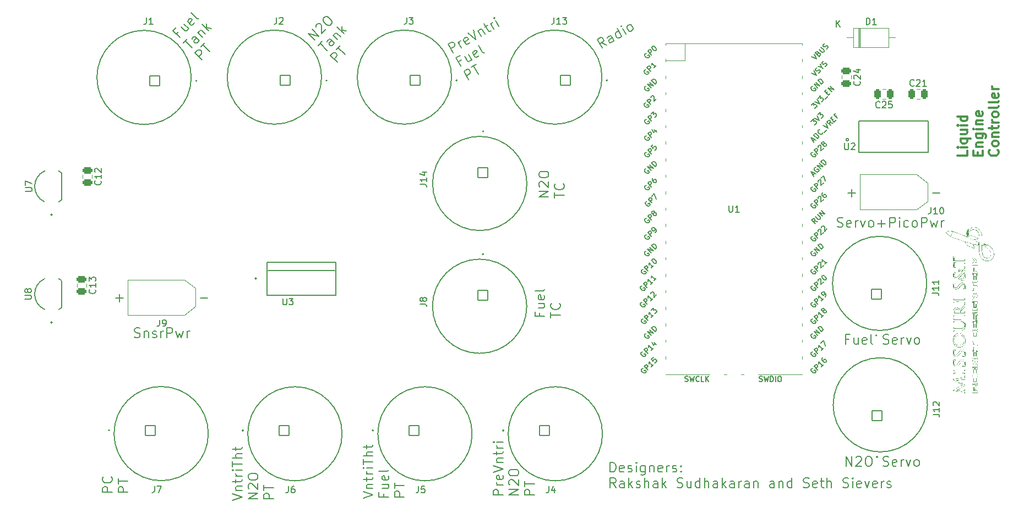
<source format=gto>
G04 #@! TF.GenerationSoftware,KiCad,Pcbnew,7.0.8*
G04 #@! TF.CreationDate,2024-12-11T20:09:02-06:00*
G04 #@! TF.ProjectId,LEC,4c45432e-6b69-4636-9164-5f7063625858,rev?*
G04 #@! TF.SameCoordinates,Original*
G04 #@! TF.FileFunction,Legend,Top*
G04 #@! TF.FilePolarity,Positive*
%FSLAX46Y46*%
G04 Gerber Fmt 4.6, Leading zero omitted, Abs format (unit mm)*
G04 Created by KiCad (PCBNEW 7.0.8) date 2024-12-11 20:09:02*
%MOMM*%
%LPD*%
G01*
G04 APERTURE LIST*
G04 Aperture macros list*
%AMRoundRect*
0 Rectangle with rounded corners*
0 $1 Rounding radius*
0 $2 $3 $4 $5 $6 $7 $8 $9 X,Y pos of 4 corners*
0 Add a 4 corners polygon primitive as box body*
4,1,4,$2,$3,$4,$5,$6,$7,$8,$9,$2,$3,0*
0 Add four circle primitives for the rounded corners*
1,1,$1+$1,$2,$3*
1,1,$1+$1,$4,$5*
1,1,$1+$1,$6,$7*
1,1,$1+$1,$8,$9*
0 Add four rect primitives between the rounded corners*
20,1,$1+$1,$2,$3,$4,$5,0*
20,1,$1+$1,$4,$5,$6,$7,0*
20,1,$1+$1,$6,$7,$8,$9,0*
20,1,$1+$1,$8,$9,$2,$3,0*%
G04 Aperture macros list end*
%ADD10C,0.187500*%
%ADD11C,0.300000*%
%ADD12C,0.150000*%
%ADD13C,0.127000*%
%ADD14C,0.200000*%
%ADD15C,0.120000*%
%ADD16C,0.152400*%
%ADD17RoundRect,0.102000X-0.754000X-0.754000X0.754000X-0.754000X0.754000X0.754000X-0.754000X0.754000X0*%
%ADD18C,1.712000*%
%ADD19R,3.000000X3.000000*%
%ADD20C,3.000000*%
%ADD21RoundRect,0.102000X0.754000X-0.754000X0.754000X0.754000X-0.754000X0.754000X-0.754000X-0.754000X0*%
%ADD22RoundRect,0.102000X-0.754000X0.754000X-0.754000X-0.754000X0.754000X-0.754000X0.754000X0.754000X0*%
%ADD23C,3.200000*%
%ADD24RoundRect,0.250000X0.250000X0.475000X-0.250000X0.475000X-0.250000X-0.475000X0.250000X-0.475000X0*%
%ADD25R,2.200000X2.200000*%
%ADD26O,2.200000X2.200000*%
%ADD27RoundRect,0.250000X-0.475000X0.250000X-0.475000X-0.250000X0.475000X-0.250000X0.475000X0.250000X0*%
%ADD28RoundRect,0.102000X0.754000X0.754000X-0.754000X0.754000X-0.754000X-0.754000X0.754000X-0.754000X0*%
%ADD29O,1.800000X1.800000*%
%ADD30O,1.500000X1.500000*%
%ADD31O,1.700000X1.700000*%
%ADD32R,3.500000X1.700000*%
%ADD33R,1.700000X1.700000*%
%ADD34R,1.700000X3.500000*%
%ADD35R,1.498600X1.498600*%
%ADD36C,1.498600*%
%ADD37R,1.651000X1.651000*%
%ADD38C,1.651000*%
%ADD39RoundRect,0.250000X-0.250000X-0.475000X0.250000X-0.475000X0.250000X0.475000X-0.250000X0.475000X0*%
G04 APERTURE END LIST*
D10*
X106087738Y-55208211D02*
X105027078Y-54147551D01*
X105027078Y-54147551D02*
X106693829Y-54602120D01*
X106693829Y-54602120D02*
X105633169Y-53541460D01*
X106188753Y-53187906D02*
X106188753Y-53086891D01*
X106188753Y-53086891D02*
X106239261Y-52935368D01*
X106239261Y-52935368D02*
X106491799Y-52682830D01*
X106491799Y-52682830D02*
X106643322Y-52632322D01*
X106643322Y-52632322D02*
X106744337Y-52632322D01*
X106744337Y-52632322D02*
X106895860Y-52682830D01*
X106895860Y-52682830D02*
X106996875Y-52783845D01*
X106996875Y-52783845D02*
X107097891Y-52985875D01*
X107097891Y-52985875D02*
X107097891Y-54198058D01*
X107097891Y-54198058D02*
X107754490Y-53541459D01*
X107350429Y-51824200D02*
X107552459Y-51622170D01*
X107552459Y-51622170D02*
X107703982Y-51571662D01*
X107703982Y-51571662D02*
X107906012Y-51571662D01*
X107906012Y-51571662D02*
X108158551Y-51723185D01*
X108158551Y-51723185D02*
X108512104Y-52076738D01*
X108512104Y-52076738D02*
X108663627Y-52329277D01*
X108663627Y-52329277D02*
X108663627Y-52531307D01*
X108663627Y-52531307D02*
X108613119Y-52682830D01*
X108613119Y-52682830D02*
X108411089Y-52884860D01*
X108411089Y-52884860D02*
X108259566Y-52935368D01*
X108259566Y-52935368D02*
X108057535Y-52935368D01*
X108057535Y-52935368D02*
X107804997Y-52783845D01*
X107804997Y-52783845D02*
X107451444Y-52430292D01*
X107451444Y-52430292D02*
X107299921Y-52177754D01*
X107299921Y-52177754D02*
X107299921Y-51975723D01*
X107299921Y-51975723D02*
X107350429Y-51824200D01*
X106583218Y-56006737D02*
X107189309Y-55400645D01*
X107946924Y-56764351D02*
X106886264Y-55703691D01*
X109058091Y-55653184D02*
X108502508Y-55097600D01*
X108502508Y-55097600D02*
X108350985Y-55047092D01*
X108350985Y-55047092D02*
X108199462Y-55097600D01*
X108199462Y-55097600D02*
X107997431Y-55299630D01*
X107997431Y-55299630D02*
X107946924Y-55451153D01*
X109007584Y-55602676D02*
X108957076Y-55754199D01*
X108957076Y-55754199D02*
X108704538Y-56006737D01*
X108704538Y-56006737D02*
X108553015Y-56057245D01*
X108553015Y-56057245D02*
X108401492Y-56006737D01*
X108401492Y-56006737D02*
X108300477Y-55905722D01*
X108300477Y-55905722D02*
X108249969Y-55754199D01*
X108249969Y-55754199D02*
X108300477Y-55602676D01*
X108300477Y-55602676D02*
X108553015Y-55350138D01*
X108553015Y-55350138D02*
X108603523Y-55198615D01*
X108856061Y-54441001D02*
X109563168Y-55148107D01*
X108957076Y-54542016D02*
X108957076Y-54441001D01*
X108957076Y-54441001D02*
X109007584Y-54289478D01*
X109007584Y-54289478D02*
X109159107Y-54137955D01*
X109159107Y-54137955D02*
X109310630Y-54087447D01*
X109310630Y-54087447D02*
X109462153Y-54137955D01*
X109462153Y-54137955D02*
X110017736Y-54693539D01*
X110522813Y-54188462D02*
X109462153Y-53127802D01*
X110219767Y-53683386D02*
X110926874Y-53784401D01*
X110219767Y-53077295D02*
X110219767Y-53885417D01*
X109503064Y-58623537D02*
X108442404Y-57562877D01*
X108442404Y-57562877D02*
X108846465Y-57158816D01*
X108846465Y-57158816D02*
X108997988Y-57108308D01*
X108997988Y-57108308D02*
X109099003Y-57108308D01*
X109099003Y-57108308D02*
X109250526Y-57158816D01*
X109250526Y-57158816D02*
X109402049Y-57310339D01*
X109402049Y-57310339D02*
X109452556Y-57461862D01*
X109452556Y-57461862D02*
X109452556Y-57562877D01*
X109452556Y-57562877D02*
X109402049Y-57714400D01*
X109402049Y-57714400D02*
X108997988Y-58118461D01*
X109351541Y-56653740D02*
X109957633Y-56047648D01*
X110715247Y-57411354D02*
X109654587Y-56350694D01*
X186409069Y-83935250D02*
X186623355Y-84006678D01*
X186623355Y-84006678D02*
X186980497Y-84006678D01*
X186980497Y-84006678D02*
X187123355Y-83935250D01*
X187123355Y-83935250D02*
X187194783Y-83863821D01*
X187194783Y-83863821D02*
X187266212Y-83720964D01*
X187266212Y-83720964D02*
X187266212Y-83578107D01*
X187266212Y-83578107D02*
X187194783Y-83435250D01*
X187194783Y-83435250D02*
X187123355Y-83363821D01*
X187123355Y-83363821D02*
X186980497Y-83292392D01*
X186980497Y-83292392D02*
X186694783Y-83220964D01*
X186694783Y-83220964D02*
X186551926Y-83149535D01*
X186551926Y-83149535D02*
X186480497Y-83078107D01*
X186480497Y-83078107D02*
X186409069Y-82935250D01*
X186409069Y-82935250D02*
X186409069Y-82792392D01*
X186409069Y-82792392D02*
X186480497Y-82649535D01*
X186480497Y-82649535D02*
X186551926Y-82578107D01*
X186551926Y-82578107D02*
X186694783Y-82506678D01*
X186694783Y-82506678D02*
X187051926Y-82506678D01*
X187051926Y-82506678D02*
X187266212Y-82578107D01*
X188480497Y-83935250D02*
X188337640Y-84006678D01*
X188337640Y-84006678D02*
X188051926Y-84006678D01*
X188051926Y-84006678D02*
X187909068Y-83935250D01*
X187909068Y-83935250D02*
X187837640Y-83792392D01*
X187837640Y-83792392D02*
X187837640Y-83220964D01*
X187837640Y-83220964D02*
X187909068Y-83078107D01*
X187909068Y-83078107D02*
X188051926Y-83006678D01*
X188051926Y-83006678D02*
X188337640Y-83006678D01*
X188337640Y-83006678D02*
X188480497Y-83078107D01*
X188480497Y-83078107D02*
X188551926Y-83220964D01*
X188551926Y-83220964D02*
X188551926Y-83363821D01*
X188551926Y-83363821D02*
X187837640Y-83506678D01*
X189194782Y-84006678D02*
X189194782Y-83006678D01*
X189194782Y-83292392D02*
X189266211Y-83149535D01*
X189266211Y-83149535D02*
X189337640Y-83078107D01*
X189337640Y-83078107D02*
X189480497Y-83006678D01*
X189480497Y-83006678D02*
X189623354Y-83006678D01*
X189980496Y-83006678D02*
X190337639Y-84006678D01*
X190337639Y-84006678D02*
X190694782Y-83006678D01*
X191480496Y-84006678D02*
X191337639Y-83935250D01*
X191337639Y-83935250D02*
X191266210Y-83863821D01*
X191266210Y-83863821D02*
X191194782Y-83720964D01*
X191194782Y-83720964D02*
X191194782Y-83292392D01*
X191194782Y-83292392D02*
X191266210Y-83149535D01*
X191266210Y-83149535D02*
X191337639Y-83078107D01*
X191337639Y-83078107D02*
X191480496Y-83006678D01*
X191480496Y-83006678D02*
X191694782Y-83006678D01*
X191694782Y-83006678D02*
X191837639Y-83078107D01*
X191837639Y-83078107D02*
X191909068Y-83149535D01*
X191909068Y-83149535D02*
X191980496Y-83292392D01*
X191980496Y-83292392D02*
X191980496Y-83720964D01*
X191980496Y-83720964D02*
X191909068Y-83863821D01*
X191909068Y-83863821D02*
X191837639Y-83935250D01*
X191837639Y-83935250D02*
X191694782Y-84006678D01*
X191694782Y-84006678D02*
X191480496Y-84006678D01*
X192623353Y-83435250D02*
X193766211Y-83435250D01*
X193194782Y-84006678D02*
X193194782Y-82863821D01*
X194480496Y-84006678D02*
X194480496Y-82506678D01*
X194480496Y-82506678D02*
X195051925Y-82506678D01*
X195051925Y-82506678D02*
X195194782Y-82578107D01*
X195194782Y-82578107D02*
X195266211Y-82649535D01*
X195266211Y-82649535D02*
X195337639Y-82792392D01*
X195337639Y-82792392D02*
X195337639Y-83006678D01*
X195337639Y-83006678D02*
X195266211Y-83149535D01*
X195266211Y-83149535D02*
X195194782Y-83220964D01*
X195194782Y-83220964D02*
X195051925Y-83292392D01*
X195051925Y-83292392D02*
X194480496Y-83292392D01*
X195980496Y-84006678D02*
X195980496Y-83006678D01*
X195980496Y-82506678D02*
X195909068Y-82578107D01*
X195909068Y-82578107D02*
X195980496Y-82649535D01*
X195980496Y-82649535D02*
X196051925Y-82578107D01*
X196051925Y-82578107D02*
X195980496Y-82506678D01*
X195980496Y-82506678D02*
X195980496Y-82649535D01*
X197337640Y-83935250D02*
X197194782Y-84006678D01*
X197194782Y-84006678D02*
X196909068Y-84006678D01*
X196909068Y-84006678D02*
X196766211Y-83935250D01*
X196766211Y-83935250D02*
X196694782Y-83863821D01*
X196694782Y-83863821D02*
X196623354Y-83720964D01*
X196623354Y-83720964D02*
X196623354Y-83292392D01*
X196623354Y-83292392D02*
X196694782Y-83149535D01*
X196694782Y-83149535D02*
X196766211Y-83078107D01*
X196766211Y-83078107D02*
X196909068Y-83006678D01*
X196909068Y-83006678D02*
X197194782Y-83006678D01*
X197194782Y-83006678D02*
X197337640Y-83078107D01*
X198194782Y-84006678D02*
X198051925Y-83935250D01*
X198051925Y-83935250D02*
X197980496Y-83863821D01*
X197980496Y-83863821D02*
X197909068Y-83720964D01*
X197909068Y-83720964D02*
X197909068Y-83292392D01*
X197909068Y-83292392D02*
X197980496Y-83149535D01*
X197980496Y-83149535D02*
X198051925Y-83078107D01*
X198051925Y-83078107D02*
X198194782Y-83006678D01*
X198194782Y-83006678D02*
X198409068Y-83006678D01*
X198409068Y-83006678D02*
X198551925Y-83078107D01*
X198551925Y-83078107D02*
X198623354Y-83149535D01*
X198623354Y-83149535D02*
X198694782Y-83292392D01*
X198694782Y-83292392D02*
X198694782Y-83720964D01*
X198694782Y-83720964D02*
X198623354Y-83863821D01*
X198623354Y-83863821D02*
X198551925Y-83935250D01*
X198551925Y-83935250D02*
X198409068Y-84006678D01*
X198409068Y-84006678D02*
X198194782Y-84006678D01*
X199337639Y-84006678D02*
X199337639Y-82506678D01*
X199337639Y-82506678D02*
X199909068Y-82506678D01*
X199909068Y-82506678D02*
X200051925Y-82578107D01*
X200051925Y-82578107D02*
X200123354Y-82649535D01*
X200123354Y-82649535D02*
X200194782Y-82792392D01*
X200194782Y-82792392D02*
X200194782Y-83006678D01*
X200194782Y-83006678D02*
X200123354Y-83149535D01*
X200123354Y-83149535D02*
X200051925Y-83220964D01*
X200051925Y-83220964D02*
X199909068Y-83292392D01*
X199909068Y-83292392D02*
X199337639Y-83292392D01*
X200694782Y-83006678D02*
X200980497Y-84006678D01*
X200980497Y-84006678D02*
X201266211Y-83292392D01*
X201266211Y-83292392D02*
X201551925Y-84006678D01*
X201551925Y-84006678D02*
X201837639Y-83006678D01*
X202409068Y-84006678D02*
X202409068Y-83006678D01*
X202409068Y-83292392D02*
X202480497Y-83149535D01*
X202480497Y-83149535D02*
X202551926Y-83078107D01*
X202551926Y-83078107D02*
X202694783Y-83006678D01*
X202694783Y-83006678D02*
X202837640Y-83006678D01*
X134976678Y-125219502D02*
X133476678Y-125219502D01*
X133476678Y-125219502D02*
X133476678Y-124648073D01*
X133476678Y-124648073D02*
X133548107Y-124505216D01*
X133548107Y-124505216D02*
X133619535Y-124433787D01*
X133619535Y-124433787D02*
X133762392Y-124362359D01*
X133762392Y-124362359D02*
X133976678Y-124362359D01*
X133976678Y-124362359D02*
X134119535Y-124433787D01*
X134119535Y-124433787D02*
X134190964Y-124505216D01*
X134190964Y-124505216D02*
X134262392Y-124648073D01*
X134262392Y-124648073D02*
X134262392Y-125219502D01*
X134976678Y-123719502D02*
X133976678Y-123719502D01*
X134262392Y-123719502D02*
X134119535Y-123648073D01*
X134119535Y-123648073D02*
X134048107Y-123576645D01*
X134048107Y-123576645D02*
X133976678Y-123433787D01*
X133976678Y-123433787D02*
X133976678Y-123290930D01*
X134905250Y-122219502D02*
X134976678Y-122362359D01*
X134976678Y-122362359D02*
X134976678Y-122648074D01*
X134976678Y-122648074D02*
X134905250Y-122790931D01*
X134905250Y-122790931D02*
X134762392Y-122862359D01*
X134762392Y-122862359D02*
X134190964Y-122862359D01*
X134190964Y-122862359D02*
X134048107Y-122790931D01*
X134048107Y-122790931D02*
X133976678Y-122648074D01*
X133976678Y-122648074D02*
X133976678Y-122362359D01*
X133976678Y-122362359D02*
X134048107Y-122219502D01*
X134048107Y-122219502D02*
X134190964Y-122148074D01*
X134190964Y-122148074D02*
X134333821Y-122148074D01*
X134333821Y-122148074D02*
X134476678Y-122862359D01*
X133476678Y-121719502D02*
X134976678Y-121219502D01*
X134976678Y-121219502D02*
X133476678Y-120719502D01*
X133976678Y-120219503D02*
X134976678Y-120219503D01*
X134119535Y-120219503D02*
X134048107Y-120148074D01*
X134048107Y-120148074D02*
X133976678Y-120005217D01*
X133976678Y-120005217D02*
X133976678Y-119790931D01*
X133976678Y-119790931D02*
X134048107Y-119648074D01*
X134048107Y-119648074D02*
X134190964Y-119576646D01*
X134190964Y-119576646D02*
X134976678Y-119576646D01*
X133976678Y-119076645D02*
X133976678Y-118505217D01*
X133476678Y-118862360D02*
X134762392Y-118862360D01*
X134762392Y-118862360D02*
X134905250Y-118790931D01*
X134905250Y-118790931D02*
X134976678Y-118648074D01*
X134976678Y-118648074D02*
X134976678Y-118505217D01*
X134976678Y-118005217D02*
X133976678Y-118005217D01*
X134262392Y-118005217D02*
X134119535Y-117933788D01*
X134119535Y-117933788D02*
X134048107Y-117862360D01*
X134048107Y-117862360D02*
X133976678Y-117719502D01*
X133976678Y-117719502D02*
X133976678Y-117576645D01*
X134976678Y-117076646D02*
X133976678Y-117076646D01*
X133476678Y-117076646D02*
X133548107Y-117148074D01*
X133548107Y-117148074D02*
X133619535Y-117076646D01*
X133619535Y-117076646D02*
X133548107Y-117005217D01*
X133548107Y-117005217D02*
X133476678Y-117076646D01*
X133476678Y-117076646D02*
X133619535Y-117076646D01*
X137391678Y-125219502D02*
X135891678Y-125219502D01*
X135891678Y-125219502D02*
X137391678Y-124362359D01*
X137391678Y-124362359D02*
X135891678Y-124362359D01*
X136034535Y-123719501D02*
X135963107Y-123648073D01*
X135963107Y-123648073D02*
X135891678Y-123505216D01*
X135891678Y-123505216D02*
X135891678Y-123148073D01*
X135891678Y-123148073D02*
X135963107Y-123005216D01*
X135963107Y-123005216D02*
X136034535Y-122933787D01*
X136034535Y-122933787D02*
X136177392Y-122862358D01*
X136177392Y-122862358D02*
X136320250Y-122862358D01*
X136320250Y-122862358D02*
X136534535Y-122933787D01*
X136534535Y-122933787D02*
X137391678Y-123790930D01*
X137391678Y-123790930D02*
X137391678Y-122862358D01*
X135891678Y-121933787D02*
X135891678Y-121648073D01*
X135891678Y-121648073D02*
X135963107Y-121505216D01*
X135963107Y-121505216D02*
X136105964Y-121362359D01*
X136105964Y-121362359D02*
X136391678Y-121290930D01*
X136391678Y-121290930D02*
X136891678Y-121290930D01*
X136891678Y-121290930D02*
X137177392Y-121362359D01*
X137177392Y-121362359D02*
X137320250Y-121505216D01*
X137320250Y-121505216D02*
X137391678Y-121648073D01*
X137391678Y-121648073D02*
X137391678Y-121933787D01*
X137391678Y-121933787D02*
X137320250Y-122076645D01*
X137320250Y-122076645D02*
X137177392Y-122219502D01*
X137177392Y-122219502D02*
X136891678Y-122290930D01*
X136891678Y-122290930D02*
X136391678Y-122290930D01*
X136391678Y-122290930D02*
X136105964Y-122219502D01*
X136105964Y-122219502D02*
X135963107Y-122076645D01*
X135963107Y-122076645D02*
X135891678Y-121933787D01*
X139806678Y-125219502D02*
X138306678Y-125219502D01*
X138306678Y-125219502D02*
X138306678Y-124648073D01*
X138306678Y-124648073D02*
X138378107Y-124505216D01*
X138378107Y-124505216D02*
X138449535Y-124433787D01*
X138449535Y-124433787D02*
X138592392Y-124362359D01*
X138592392Y-124362359D02*
X138806678Y-124362359D01*
X138806678Y-124362359D02*
X138949535Y-124433787D01*
X138949535Y-124433787D02*
X139020964Y-124505216D01*
X139020964Y-124505216D02*
X139092392Y-124648073D01*
X139092392Y-124648073D02*
X139092392Y-125219502D01*
X138306678Y-123933787D02*
X138306678Y-123076645D01*
X139806678Y-123505216D02*
X138306678Y-123505216D01*
X93376678Y-126033787D02*
X94876678Y-125533787D01*
X94876678Y-125533787D02*
X93376678Y-125033787D01*
X93876678Y-124533788D02*
X94876678Y-124533788D01*
X94019535Y-124533788D02*
X93948107Y-124462359D01*
X93948107Y-124462359D02*
X93876678Y-124319502D01*
X93876678Y-124319502D02*
X93876678Y-124105216D01*
X93876678Y-124105216D02*
X93948107Y-123962359D01*
X93948107Y-123962359D02*
X94090964Y-123890931D01*
X94090964Y-123890931D02*
X94876678Y-123890931D01*
X93876678Y-123390930D02*
X93876678Y-122819502D01*
X93376678Y-123176645D02*
X94662392Y-123176645D01*
X94662392Y-123176645D02*
X94805250Y-123105216D01*
X94805250Y-123105216D02*
X94876678Y-122962359D01*
X94876678Y-122962359D02*
X94876678Y-122819502D01*
X94876678Y-122319502D02*
X93876678Y-122319502D01*
X94162392Y-122319502D02*
X94019535Y-122248073D01*
X94019535Y-122248073D02*
X93948107Y-122176645D01*
X93948107Y-122176645D02*
X93876678Y-122033787D01*
X93876678Y-122033787D02*
X93876678Y-121890930D01*
X94876678Y-121390931D02*
X93876678Y-121390931D01*
X93376678Y-121390931D02*
X93448107Y-121462359D01*
X93448107Y-121462359D02*
X93519535Y-121390931D01*
X93519535Y-121390931D02*
X93448107Y-121319502D01*
X93448107Y-121319502D02*
X93376678Y-121390931D01*
X93376678Y-121390931D02*
X93519535Y-121390931D01*
X93376678Y-120890930D02*
X93376678Y-120033788D01*
X94876678Y-120462359D02*
X93376678Y-120462359D01*
X94876678Y-119533788D02*
X93376678Y-119533788D01*
X94876678Y-118890931D02*
X94090964Y-118890931D01*
X94090964Y-118890931D02*
X93948107Y-118962359D01*
X93948107Y-118962359D02*
X93876678Y-119105216D01*
X93876678Y-119105216D02*
X93876678Y-119319502D01*
X93876678Y-119319502D02*
X93948107Y-119462359D01*
X93948107Y-119462359D02*
X94019535Y-119533788D01*
X93876678Y-118390930D02*
X93876678Y-117819502D01*
X93376678Y-118176645D02*
X94662392Y-118176645D01*
X94662392Y-118176645D02*
X94805250Y-118105216D01*
X94805250Y-118105216D02*
X94876678Y-117962359D01*
X94876678Y-117962359D02*
X94876678Y-117819502D01*
X97291678Y-125819502D02*
X95791678Y-125819502D01*
X95791678Y-125819502D02*
X97291678Y-124962359D01*
X97291678Y-124962359D02*
X95791678Y-124962359D01*
X95934535Y-124319501D02*
X95863107Y-124248073D01*
X95863107Y-124248073D02*
X95791678Y-124105216D01*
X95791678Y-124105216D02*
X95791678Y-123748073D01*
X95791678Y-123748073D02*
X95863107Y-123605216D01*
X95863107Y-123605216D02*
X95934535Y-123533787D01*
X95934535Y-123533787D02*
X96077392Y-123462358D01*
X96077392Y-123462358D02*
X96220250Y-123462358D01*
X96220250Y-123462358D02*
X96434535Y-123533787D01*
X96434535Y-123533787D02*
X97291678Y-124390930D01*
X97291678Y-124390930D02*
X97291678Y-123462358D01*
X95791678Y-122533787D02*
X95791678Y-122248073D01*
X95791678Y-122248073D02*
X95863107Y-122105216D01*
X95863107Y-122105216D02*
X96005964Y-121962359D01*
X96005964Y-121962359D02*
X96291678Y-121890930D01*
X96291678Y-121890930D02*
X96791678Y-121890930D01*
X96791678Y-121890930D02*
X97077392Y-121962359D01*
X97077392Y-121962359D02*
X97220250Y-122105216D01*
X97220250Y-122105216D02*
X97291678Y-122248073D01*
X97291678Y-122248073D02*
X97291678Y-122533787D01*
X97291678Y-122533787D02*
X97220250Y-122676645D01*
X97220250Y-122676645D02*
X97077392Y-122819502D01*
X97077392Y-122819502D02*
X96791678Y-122890930D01*
X96791678Y-122890930D02*
X96291678Y-122890930D01*
X96291678Y-122890930D02*
X96005964Y-122819502D01*
X96005964Y-122819502D02*
X95863107Y-122676645D01*
X95863107Y-122676645D02*
X95791678Y-122533787D01*
X99706678Y-125819502D02*
X98206678Y-125819502D01*
X98206678Y-125819502D02*
X98206678Y-125248073D01*
X98206678Y-125248073D02*
X98278107Y-125105216D01*
X98278107Y-125105216D02*
X98349535Y-125033787D01*
X98349535Y-125033787D02*
X98492392Y-124962359D01*
X98492392Y-124962359D02*
X98706678Y-124962359D01*
X98706678Y-124962359D02*
X98849535Y-125033787D01*
X98849535Y-125033787D02*
X98920964Y-125105216D01*
X98920964Y-125105216D02*
X98992392Y-125248073D01*
X98992392Y-125248073D02*
X98992392Y-125819502D01*
X98206678Y-124533787D02*
X98206678Y-123676645D01*
X99706678Y-124105216D02*
X98206678Y-124105216D01*
X113476678Y-125733787D02*
X114976678Y-125233787D01*
X114976678Y-125233787D02*
X113476678Y-124733787D01*
X113976678Y-124233788D02*
X114976678Y-124233788D01*
X114119535Y-124233788D02*
X114048107Y-124162359D01*
X114048107Y-124162359D02*
X113976678Y-124019502D01*
X113976678Y-124019502D02*
X113976678Y-123805216D01*
X113976678Y-123805216D02*
X114048107Y-123662359D01*
X114048107Y-123662359D02*
X114190964Y-123590931D01*
X114190964Y-123590931D02*
X114976678Y-123590931D01*
X113976678Y-123090930D02*
X113976678Y-122519502D01*
X113476678Y-122876645D02*
X114762392Y-122876645D01*
X114762392Y-122876645D02*
X114905250Y-122805216D01*
X114905250Y-122805216D02*
X114976678Y-122662359D01*
X114976678Y-122662359D02*
X114976678Y-122519502D01*
X114976678Y-122019502D02*
X113976678Y-122019502D01*
X114262392Y-122019502D02*
X114119535Y-121948073D01*
X114119535Y-121948073D02*
X114048107Y-121876645D01*
X114048107Y-121876645D02*
X113976678Y-121733787D01*
X113976678Y-121733787D02*
X113976678Y-121590930D01*
X114976678Y-121090931D02*
X113976678Y-121090931D01*
X113476678Y-121090931D02*
X113548107Y-121162359D01*
X113548107Y-121162359D02*
X113619535Y-121090931D01*
X113619535Y-121090931D02*
X113548107Y-121019502D01*
X113548107Y-121019502D02*
X113476678Y-121090931D01*
X113476678Y-121090931D02*
X113619535Y-121090931D01*
X113476678Y-120590930D02*
X113476678Y-119733788D01*
X114976678Y-120162359D02*
X113476678Y-120162359D01*
X114976678Y-119233788D02*
X113476678Y-119233788D01*
X114976678Y-118590931D02*
X114190964Y-118590931D01*
X114190964Y-118590931D02*
X114048107Y-118662359D01*
X114048107Y-118662359D02*
X113976678Y-118805216D01*
X113976678Y-118805216D02*
X113976678Y-119019502D01*
X113976678Y-119019502D02*
X114048107Y-119162359D01*
X114048107Y-119162359D02*
X114119535Y-119233788D01*
X113976678Y-118090930D02*
X113976678Y-117519502D01*
X113476678Y-117876645D02*
X114762392Y-117876645D01*
X114762392Y-117876645D02*
X114905250Y-117805216D01*
X114905250Y-117805216D02*
X114976678Y-117662359D01*
X114976678Y-117662359D02*
X114976678Y-117519502D01*
X116605964Y-125019502D02*
X116605964Y-125519502D01*
X117391678Y-125519502D02*
X115891678Y-125519502D01*
X115891678Y-125519502D02*
X115891678Y-124805216D01*
X116391678Y-123590931D02*
X117391678Y-123590931D01*
X116391678Y-124233788D02*
X117177392Y-124233788D01*
X117177392Y-124233788D02*
X117320250Y-124162359D01*
X117320250Y-124162359D02*
X117391678Y-124019502D01*
X117391678Y-124019502D02*
X117391678Y-123805216D01*
X117391678Y-123805216D02*
X117320250Y-123662359D01*
X117320250Y-123662359D02*
X117248821Y-123590931D01*
X117320250Y-122305216D02*
X117391678Y-122448073D01*
X117391678Y-122448073D02*
X117391678Y-122733788D01*
X117391678Y-122733788D02*
X117320250Y-122876645D01*
X117320250Y-122876645D02*
X117177392Y-122948073D01*
X117177392Y-122948073D02*
X116605964Y-122948073D01*
X116605964Y-122948073D02*
X116463107Y-122876645D01*
X116463107Y-122876645D02*
X116391678Y-122733788D01*
X116391678Y-122733788D02*
X116391678Y-122448073D01*
X116391678Y-122448073D02*
X116463107Y-122305216D01*
X116463107Y-122305216D02*
X116605964Y-122233788D01*
X116605964Y-122233788D02*
X116748821Y-122233788D01*
X116748821Y-122233788D02*
X116891678Y-122948073D01*
X117391678Y-121376645D02*
X117320250Y-121519502D01*
X117320250Y-121519502D02*
X117177392Y-121590931D01*
X117177392Y-121590931D02*
X115891678Y-121590931D01*
X119806678Y-125519502D02*
X118306678Y-125519502D01*
X118306678Y-125519502D02*
X118306678Y-124948073D01*
X118306678Y-124948073D02*
X118378107Y-124805216D01*
X118378107Y-124805216D02*
X118449535Y-124733787D01*
X118449535Y-124733787D02*
X118592392Y-124662359D01*
X118592392Y-124662359D02*
X118806678Y-124662359D01*
X118806678Y-124662359D02*
X118949535Y-124733787D01*
X118949535Y-124733787D02*
X119020964Y-124805216D01*
X119020964Y-124805216D02*
X119092392Y-124948073D01*
X119092392Y-124948073D02*
X119092392Y-125519502D01*
X118306678Y-124233787D02*
X118306678Y-123376645D01*
X119806678Y-123805216D02*
X118306678Y-123805216D01*
X141991678Y-79319502D02*
X140491678Y-79319502D01*
X140491678Y-79319502D02*
X141991678Y-78462359D01*
X141991678Y-78462359D02*
X140491678Y-78462359D01*
X140634535Y-77819501D02*
X140563107Y-77748073D01*
X140563107Y-77748073D02*
X140491678Y-77605216D01*
X140491678Y-77605216D02*
X140491678Y-77248073D01*
X140491678Y-77248073D02*
X140563107Y-77105216D01*
X140563107Y-77105216D02*
X140634535Y-77033787D01*
X140634535Y-77033787D02*
X140777392Y-76962358D01*
X140777392Y-76962358D02*
X140920250Y-76962358D01*
X140920250Y-76962358D02*
X141134535Y-77033787D01*
X141134535Y-77033787D02*
X141991678Y-77890930D01*
X141991678Y-77890930D02*
X141991678Y-76962358D01*
X140491678Y-76033787D02*
X140491678Y-75748073D01*
X140491678Y-75748073D02*
X140563107Y-75605216D01*
X140563107Y-75605216D02*
X140705964Y-75462359D01*
X140705964Y-75462359D02*
X140991678Y-75390930D01*
X140991678Y-75390930D02*
X141491678Y-75390930D01*
X141491678Y-75390930D02*
X141777392Y-75462359D01*
X141777392Y-75462359D02*
X141920250Y-75605216D01*
X141920250Y-75605216D02*
X141991678Y-75748073D01*
X141991678Y-75748073D02*
X141991678Y-76033787D01*
X141991678Y-76033787D02*
X141920250Y-76176645D01*
X141920250Y-76176645D02*
X141777392Y-76319502D01*
X141777392Y-76319502D02*
X141491678Y-76390930D01*
X141491678Y-76390930D02*
X140991678Y-76390930D01*
X140991678Y-76390930D02*
X140705964Y-76319502D01*
X140705964Y-76319502D02*
X140563107Y-76176645D01*
X140563107Y-76176645D02*
X140491678Y-76033787D01*
X142906678Y-79533787D02*
X142906678Y-78676645D01*
X144406678Y-79105216D02*
X142906678Y-79105216D01*
X144263821Y-77319502D02*
X144335250Y-77390930D01*
X144335250Y-77390930D02*
X144406678Y-77605216D01*
X144406678Y-77605216D02*
X144406678Y-77748073D01*
X144406678Y-77748073D02*
X144335250Y-77962359D01*
X144335250Y-77962359D02*
X144192392Y-78105216D01*
X144192392Y-78105216D02*
X144049535Y-78176645D01*
X144049535Y-78176645D02*
X143763821Y-78248073D01*
X143763821Y-78248073D02*
X143549535Y-78248073D01*
X143549535Y-78248073D02*
X143263821Y-78176645D01*
X143263821Y-78176645D02*
X143120964Y-78105216D01*
X143120964Y-78105216D02*
X142978107Y-77962359D01*
X142978107Y-77962359D02*
X142906678Y-77748073D01*
X142906678Y-77748073D02*
X142906678Y-77605216D01*
X142906678Y-77605216D02*
X142978107Y-77390930D01*
X142978107Y-77390930D02*
X143049535Y-77319502D01*
X187780497Y-120806678D02*
X187780497Y-119306678D01*
X187780497Y-119306678D02*
X188637640Y-120806678D01*
X188637640Y-120806678D02*
X188637640Y-119306678D01*
X189280498Y-119449535D02*
X189351926Y-119378107D01*
X189351926Y-119378107D02*
X189494784Y-119306678D01*
X189494784Y-119306678D02*
X189851926Y-119306678D01*
X189851926Y-119306678D02*
X189994784Y-119378107D01*
X189994784Y-119378107D02*
X190066212Y-119449535D01*
X190066212Y-119449535D02*
X190137641Y-119592392D01*
X190137641Y-119592392D02*
X190137641Y-119735250D01*
X190137641Y-119735250D02*
X190066212Y-119949535D01*
X190066212Y-119949535D02*
X189209069Y-120806678D01*
X189209069Y-120806678D02*
X190137641Y-120806678D01*
X191066212Y-119306678D02*
X191351926Y-119306678D01*
X191351926Y-119306678D02*
X191494783Y-119378107D01*
X191494783Y-119378107D02*
X191637640Y-119520964D01*
X191637640Y-119520964D02*
X191709069Y-119806678D01*
X191709069Y-119806678D02*
X191709069Y-120306678D01*
X191709069Y-120306678D02*
X191637640Y-120592392D01*
X191637640Y-120592392D02*
X191494783Y-120735250D01*
X191494783Y-120735250D02*
X191351926Y-120806678D01*
X191351926Y-120806678D02*
X191066212Y-120806678D01*
X191066212Y-120806678D02*
X190923355Y-120735250D01*
X190923355Y-120735250D02*
X190780497Y-120592392D01*
X190780497Y-120592392D02*
X190709069Y-120306678D01*
X190709069Y-120306678D02*
X190709069Y-119806678D01*
X190709069Y-119806678D02*
X190780497Y-119520964D01*
X190780497Y-119520964D02*
X190923355Y-119378107D01*
X190923355Y-119378107D02*
X191066212Y-119306678D01*
X193423355Y-120735250D02*
X193637641Y-120806678D01*
X193637641Y-120806678D02*
X193994783Y-120806678D01*
X193994783Y-120806678D02*
X194137641Y-120735250D01*
X194137641Y-120735250D02*
X194209069Y-120663821D01*
X194209069Y-120663821D02*
X194280498Y-120520964D01*
X194280498Y-120520964D02*
X194280498Y-120378107D01*
X194280498Y-120378107D02*
X194209069Y-120235250D01*
X194209069Y-120235250D02*
X194137641Y-120163821D01*
X194137641Y-120163821D02*
X193994783Y-120092392D01*
X193994783Y-120092392D02*
X193709069Y-120020964D01*
X193709069Y-120020964D02*
X193566212Y-119949535D01*
X193566212Y-119949535D02*
X193494783Y-119878107D01*
X193494783Y-119878107D02*
X193423355Y-119735250D01*
X193423355Y-119735250D02*
X193423355Y-119592392D01*
X193423355Y-119592392D02*
X193494783Y-119449535D01*
X193494783Y-119449535D02*
X193566212Y-119378107D01*
X193566212Y-119378107D02*
X193709069Y-119306678D01*
X193709069Y-119306678D02*
X194066212Y-119306678D01*
X194066212Y-119306678D02*
X194280498Y-119378107D01*
X195494783Y-120735250D02*
X195351926Y-120806678D01*
X195351926Y-120806678D02*
X195066212Y-120806678D01*
X195066212Y-120806678D02*
X194923354Y-120735250D01*
X194923354Y-120735250D02*
X194851926Y-120592392D01*
X194851926Y-120592392D02*
X194851926Y-120020964D01*
X194851926Y-120020964D02*
X194923354Y-119878107D01*
X194923354Y-119878107D02*
X195066212Y-119806678D01*
X195066212Y-119806678D02*
X195351926Y-119806678D01*
X195351926Y-119806678D02*
X195494783Y-119878107D01*
X195494783Y-119878107D02*
X195566212Y-120020964D01*
X195566212Y-120020964D02*
X195566212Y-120163821D01*
X195566212Y-120163821D02*
X194851926Y-120306678D01*
X196209068Y-120806678D02*
X196209068Y-119806678D01*
X196209068Y-120092392D02*
X196280497Y-119949535D01*
X196280497Y-119949535D02*
X196351926Y-119878107D01*
X196351926Y-119878107D02*
X196494783Y-119806678D01*
X196494783Y-119806678D02*
X196637640Y-119806678D01*
X196994782Y-119806678D02*
X197351925Y-120806678D01*
X197351925Y-120806678D02*
X197709068Y-119806678D01*
X198494782Y-120806678D02*
X198351925Y-120735250D01*
X198351925Y-120735250D02*
X198280496Y-120663821D01*
X198280496Y-120663821D02*
X198209068Y-120520964D01*
X198209068Y-120520964D02*
X198209068Y-120092392D01*
X198209068Y-120092392D02*
X198280496Y-119949535D01*
X198280496Y-119949535D02*
X198351925Y-119878107D01*
X198351925Y-119878107D02*
X198494782Y-119806678D01*
X198494782Y-119806678D02*
X198709068Y-119806678D01*
X198709068Y-119806678D02*
X198851925Y-119878107D01*
X198851925Y-119878107D02*
X198923354Y-119949535D01*
X198923354Y-119949535D02*
X198994782Y-120092392D01*
X198994782Y-120092392D02*
X198994782Y-120520964D01*
X198994782Y-120520964D02*
X198923354Y-120663821D01*
X198923354Y-120663821D02*
X198851925Y-120735250D01*
X198851925Y-120735250D02*
X198709068Y-120806678D01*
X198709068Y-120806678D02*
X198494782Y-120806678D01*
X85085707Y-53899074D02*
X84732154Y-54252627D01*
X85287738Y-54808211D02*
X84227078Y-53747551D01*
X84227078Y-53747551D02*
X84732154Y-53242475D01*
X85944337Y-52737399D02*
X86651444Y-53444506D01*
X85489768Y-53191967D02*
X86045352Y-53747551D01*
X86045352Y-53747551D02*
X86196875Y-53798059D01*
X86196875Y-53798059D02*
X86348398Y-53747551D01*
X86348398Y-53747551D02*
X86499921Y-53596028D01*
X86499921Y-53596028D02*
X86550428Y-53444506D01*
X86550428Y-53444506D02*
X86550428Y-53343490D01*
X87510073Y-52484861D02*
X87459566Y-52636383D01*
X87459566Y-52636383D02*
X87257535Y-52838414D01*
X87257535Y-52838414D02*
X87106012Y-52888922D01*
X87106012Y-52888922D02*
X86954489Y-52838414D01*
X86954489Y-52838414D02*
X86550428Y-52434353D01*
X86550428Y-52434353D02*
X86499921Y-52282830D01*
X86499921Y-52282830D02*
X86550428Y-52131307D01*
X86550428Y-52131307D02*
X86752459Y-51929277D01*
X86752459Y-51929277D02*
X86903982Y-51878769D01*
X86903982Y-51878769D02*
X87055505Y-51929277D01*
X87055505Y-51929277D02*
X87156520Y-52030292D01*
X87156520Y-52030292D02*
X86752459Y-52636383D01*
X88217180Y-51878769D02*
X88065657Y-51929277D01*
X88065657Y-51929277D02*
X87914134Y-51878769D01*
X87914134Y-51878769D02*
X87004997Y-50969632D01*
X85783218Y-55606737D02*
X86389309Y-55000645D01*
X87146924Y-56364351D02*
X86086264Y-55303691D01*
X88258091Y-55253184D02*
X87702508Y-54697600D01*
X87702508Y-54697600D02*
X87550985Y-54647092D01*
X87550985Y-54647092D02*
X87399462Y-54697600D01*
X87399462Y-54697600D02*
X87197431Y-54899630D01*
X87197431Y-54899630D02*
X87146924Y-55051153D01*
X88207584Y-55202676D02*
X88157076Y-55354199D01*
X88157076Y-55354199D02*
X87904538Y-55606737D01*
X87904538Y-55606737D02*
X87753015Y-55657245D01*
X87753015Y-55657245D02*
X87601492Y-55606737D01*
X87601492Y-55606737D02*
X87500477Y-55505722D01*
X87500477Y-55505722D02*
X87449969Y-55354199D01*
X87449969Y-55354199D02*
X87500477Y-55202676D01*
X87500477Y-55202676D02*
X87753015Y-54950138D01*
X87753015Y-54950138D02*
X87803523Y-54798615D01*
X88056061Y-54041001D02*
X88763168Y-54748107D01*
X88157076Y-54142016D02*
X88157076Y-54041001D01*
X88157076Y-54041001D02*
X88207584Y-53889478D01*
X88207584Y-53889478D02*
X88359107Y-53737955D01*
X88359107Y-53737955D02*
X88510630Y-53687447D01*
X88510630Y-53687447D02*
X88662153Y-53737955D01*
X88662153Y-53737955D02*
X89217736Y-54293539D01*
X89722813Y-53788462D02*
X88662153Y-52727802D01*
X89419767Y-53283386D02*
X90126874Y-53384401D01*
X89419767Y-52677295D02*
X89419767Y-53485417D01*
X88703064Y-58223537D02*
X87642404Y-57162877D01*
X87642404Y-57162877D02*
X88046465Y-56758816D01*
X88046465Y-56758816D02*
X88197988Y-56708308D01*
X88197988Y-56708308D02*
X88299003Y-56708308D01*
X88299003Y-56708308D02*
X88450526Y-56758816D01*
X88450526Y-56758816D02*
X88602049Y-56910339D01*
X88602049Y-56910339D02*
X88652556Y-57061862D01*
X88652556Y-57061862D02*
X88652556Y-57162877D01*
X88652556Y-57162877D02*
X88602049Y-57314400D01*
X88602049Y-57314400D02*
X88197988Y-57718461D01*
X88551541Y-56253740D02*
X89157633Y-55647648D01*
X89915247Y-57011354D02*
X88854587Y-55950694D01*
X151480497Y-121691678D02*
X151480497Y-120191678D01*
X151480497Y-120191678D02*
X151837640Y-120191678D01*
X151837640Y-120191678D02*
X152051926Y-120263107D01*
X152051926Y-120263107D02*
X152194783Y-120405964D01*
X152194783Y-120405964D02*
X152266212Y-120548821D01*
X152266212Y-120548821D02*
X152337640Y-120834535D01*
X152337640Y-120834535D02*
X152337640Y-121048821D01*
X152337640Y-121048821D02*
X152266212Y-121334535D01*
X152266212Y-121334535D02*
X152194783Y-121477392D01*
X152194783Y-121477392D02*
X152051926Y-121620250D01*
X152051926Y-121620250D02*
X151837640Y-121691678D01*
X151837640Y-121691678D02*
X151480497Y-121691678D01*
X153551926Y-121620250D02*
X153409069Y-121691678D01*
X153409069Y-121691678D02*
X153123355Y-121691678D01*
X153123355Y-121691678D02*
X152980497Y-121620250D01*
X152980497Y-121620250D02*
X152909069Y-121477392D01*
X152909069Y-121477392D02*
X152909069Y-120905964D01*
X152909069Y-120905964D02*
X152980497Y-120763107D01*
X152980497Y-120763107D02*
X153123355Y-120691678D01*
X153123355Y-120691678D02*
X153409069Y-120691678D01*
X153409069Y-120691678D02*
X153551926Y-120763107D01*
X153551926Y-120763107D02*
X153623355Y-120905964D01*
X153623355Y-120905964D02*
X153623355Y-121048821D01*
X153623355Y-121048821D02*
X152909069Y-121191678D01*
X154194783Y-121620250D02*
X154337640Y-121691678D01*
X154337640Y-121691678D02*
X154623354Y-121691678D01*
X154623354Y-121691678D02*
X154766211Y-121620250D01*
X154766211Y-121620250D02*
X154837640Y-121477392D01*
X154837640Y-121477392D02*
X154837640Y-121405964D01*
X154837640Y-121405964D02*
X154766211Y-121263107D01*
X154766211Y-121263107D02*
X154623354Y-121191678D01*
X154623354Y-121191678D02*
X154409069Y-121191678D01*
X154409069Y-121191678D02*
X154266211Y-121120250D01*
X154266211Y-121120250D02*
X154194783Y-120977392D01*
X154194783Y-120977392D02*
X154194783Y-120905964D01*
X154194783Y-120905964D02*
X154266211Y-120763107D01*
X154266211Y-120763107D02*
X154409069Y-120691678D01*
X154409069Y-120691678D02*
X154623354Y-120691678D01*
X154623354Y-120691678D02*
X154766211Y-120763107D01*
X155480497Y-121691678D02*
X155480497Y-120691678D01*
X155480497Y-120191678D02*
X155409069Y-120263107D01*
X155409069Y-120263107D02*
X155480497Y-120334535D01*
X155480497Y-120334535D02*
X155551926Y-120263107D01*
X155551926Y-120263107D02*
X155480497Y-120191678D01*
X155480497Y-120191678D02*
X155480497Y-120334535D01*
X156837641Y-120691678D02*
X156837641Y-121905964D01*
X156837641Y-121905964D02*
X156766212Y-122048821D01*
X156766212Y-122048821D02*
X156694783Y-122120250D01*
X156694783Y-122120250D02*
X156551926Y-122191678D01*
X156551926Y-122191678D02*
X156337641Y-122191678D01*
X156337641Y-122191678D02*
X156194783Y-122120250D01*
X156837641Y-121620250D02*
X156694783Y-121691678D01*
X156694783Y-121691678D02*
X156409069Y-121691678D01*
X156409069Y-121691678D02*
X156266212Y-121620250D01*
X156266212Y-121620250D02*
X156194783Y-121548821D01*
X156194783Y-121548821D02*
X156123355Y-121405964D01*
X156123355Y-121405964D02*
X156123355Y-120977392D01*
X156123355Y-120977392D02*
X156194783Y-120834535D01*
X156194783Y-120834535D02*
X156266212Y-120763107D01*
X156266212Y-120763107D02*
X156409069Y-120691678D01*
X156409069Y-120691678D02*
X156694783Y-120691678D01*
X156694783Y-120691678D02*
X156837641Y-120763107D01*
X157551926Y-120691678D02*
X157551926Y-121691678D01*
X157551926Y-120834535D02*
X157623355Y-120763107D01*
X157623355Y-120763107D02*
X157766212Y-120691678D01*
X157766212Y-120691678D02*
X157980498Y-120691678D01*
X157980498Y-120691678D02*
X158123355Y-120763107D01*
X158123355Y-120763107D02*
X158194784Y-120905964D01*
X158194784Y-120905964D02*
X158194784Y-121691678D01*
X159480498Y-121620250D02*
X159337641Y-121691678D01*
X159337641Y-121691678D02*
X159051927Y-121691678D01*
X159051927Y-121691678D02*
X158909069Y-121620250D01*
X158909069Y-121620250D02*
X158837641Y-121477392D01*
X158837641Y-121477392D02*
X158837641Y-120905964D01*
X158837641Y-120905964D02*
X158909069Y-120763107D01*
X158909069Y-120763107D02*
X159051927Y-120691678D01*
X159051927Y-120691678D02*
X159337641Y-120691678D01*
X159337641Y-120691678D02*
X159480498Y-120763107D01*
X159480498Y-120763107D02*
X159551927Y-120905964D01*
X159551927Y-120905964D02*
X159551927Y-121048821D01*
X159551927Y-121048821D02*
X158837641Y-121191678D01*
X160194783Y-121691678D02*
X160194783Y-120691678D01*
X160194783Y-120977392D02*
X160266212Y-120834535D01*
X160266212Y-120834535D02*
X160337641Y-120763107D01*
X160337641Y-120763107D02*
X160480498Y-120691678D01*
X160480498Y-120691678D02*
X160623355Y-120691678D01*
X161051926Y-121620250D02*
X161194783Y-121691678D01*
X161194783Y-121691678D02*
X161480497Y-121691678D01*
X161480497Y-121691678D02*
X161623354Y-121620250D01*
X161623354Y-121620250D02*
X161694783Y-121477392D01*
X161694783Y-121477392D02*
X161694783Y-121405964D01*
X161694783Y-121405964D02*
X161623354Y-121263107D01*
X161623354Y-121263107D02*
X161480497Y-121191678D01*
X161480497Y-121191678D02*
X161266212Y-121191678D01*
X161266212Y-121191678D02*
X161123354Y-121120250D01*
X161123354Y-121120250D02*
X161051926Y-120977392D01*
X161051926Y-120977392D02*
X161051926Y-120905964D01*
X161051926Y-120905964D02*
X161123354Y-120763107D01*
X161123354Y-120763107D02*
X161266212Y-120691678D01*
X161266212Y-120691678D02*
X161480497Y-120691678D01*
X161480497Y-120691678D02*
X161623354Y-120763107D01*
X162337640Y-121548821D02*
X162409069Y-121620250D01*
X162409069Y-121620250D02*
X162337640Y-121691678D01*
X162337640Y-121691678D02*
X162266212Y-121620250D01*
X162266212Y-121620250D02*
X162337640Y-121548821D01*
X162337640Y-121548821D02*
X162337640Y-121691678D01*
X162337640Y-120763107D02*
X162409069Y-120834535D01*
X162409069Y-120834535D02*
X162337640Y-120905964D01*
X162337640Y-120905964D02*
X162266212Y-120834535D01*
X162266212Y-120834535D02*
X162337640Y-120763107D01*
X162337640Y-120763107D02*
X162337640Y-120905964D01*
X152337640Y-124106678D02*
X151837640Y-123392392D01*
X151480497Y-124106678D02*
X151480497Y-122606678D01*
X151480497Y-122606678D02*
X152051926Y-122606678D01*
X152051926Y-122606678D02*
X152194783Y-122678107D01*
X152194783Y-122678107D02*
X152266212Y-122749535D01*
X152266212Y-122749535D02*
X152337640Y-122892392D01*
X152337640Y-122892392D02*
X152337640Y-123106678D01*
X152337640Y-123106678D02*
X152266212Y-123249535D01*
X152266212Y-123249535D02*
X152194783Y-123320964D01*
X152194783Y-123320964D02*
X152051926Y-123392392D01*
X152051926Y-123392392D02*
X151480497Y-123392392D01*
X153623355Y-124106678D02*
X153623355Y-123320964D01*
X153623355Y-123320964D02*
X153551926Y-123178107D01*
X153551926Y-123178107D02*
X153409069Y-123106678D01*
X153409069Y-123106678D02*
X153123355Y-123106678D01*
X153123355Y-123106678D02*
X152980497Y-123178107D01*
X153623355Y-124035250D02*
X153480497Y-124106678D01*
X153480497Y-124106678D02*
X153123355Y-124106678D01*
X153123355Y-124106678D02*
X152980497Y-124035250D01*
X152980497Y-124035250D02*
X152909069Y-123892392D01*
X152909069Y-123892392D02*
X152909069Y-123749535D01*
X152909069Y-123749535D02*
X152980497Y-123606678D01*
X152980497Y-123606678D02*
X153123355Y-123535250D01*
X153123355Y-123535250D02*
X153480497Y-123535250D01*
X153480497Y-123535250D02*
X153623355Y-123463821D01*
X154337640Y-124106678D02*
X154337640Y-122606678D01*
X154480498Y-123535250D02*
X154909069Y-124106678D01*
X154909069Y-123106678D02*
X154337640Y-123678107D01*
X155480498Y-124035250D02*
X155623355Y-124106678D01*
X155623355Y-124106678D02*
X155909069Y-124106678D01*
X155909069Y-124106678D02*
X156051926Y-124035250D01*
X156051926Y-124035250D02*
X156123355Y-123892392D01*
X156123355Y-123892392D02*
X156123355Y-123820964D01*
X156123355Y-123820964D02*
X156051926Y-123678107D01*
X156051926Y-123678107D02*
X155909069Y-123606678D01*
X155909069Y-123606678D02*
X155694784Y-123606678D01*
X155694784Y-123606678D02*
X155551926Y-123535250D01*
X155551926Y-123535250D02*
X155480498Y-123392392D01*
X155480498Y-123392392D02*
X155480498Y-123320964D01*
X155480498Y-123320964D02*
X155551926Y-123178107D01*
X155551926Y-123178107D02*
X155694784Y-123106678D01*
X155694784Y-123106678D02*
X155909069Y-123106678D01*
X155909069Y-123106678D02*
X156051926Y-123178107D01*
X156766212Y-124106678D02*
X156766212Y-122606678D01*
X157409070Y-124106678D02*
X157409070Y-123320964D01*
X157409070Y-123320964D02*
X157337641Y-123178107D01*
X157337641Y-123178107D02*
X157194784Y-123106678D01*
X157194784Y-123106678D02*
X156980498Y-123106678D01*
X156980498Y-123106678D02*
X156837641Y-123178107D01*
X156837641Y-123178107D02*
X156766212Y-123249535D01*
X158766213Y-124106678D02*
X158766213Y-123320964D01*
X158766213Y-123320964D02*
X158694784Y-123178107D01*
X158694784Y-123178107D02*
X158551927Y-123106678D01*
X158551927Y-123106678D02*
X158266213Y-123106678D01*
X158266213Y-123106678D02*
X158123355Y-123178107D01*
X158766213Y-124035250D02*
X158623355Y-124106678D01*
X158623355Y-124106678D02*
X158266213Y-124106678D01*
X158266213Y-124106678D02*
X158123355Y-124035250D01*
X158123355Y-124035250D02*
X158051927Y-123892392D01*
X158051927Y-123892392D02*
X158051927Y-123749535D01*
X158051927Y-123749535D02*
X158123355Y-123606678D01*
X158123355Y-123606678D02*
X158266213Y-123535250D01*
X158266213Y-123535250D02*
X158623355Y-123535250D01*
X158623355Y-123535250D02*
X158766213Y-123463821D01*
X159480498Y-124106678D02*
X159480498Y-122606678D01*
X159623356Y-123535250D02*
X160051927Y-124106678D01*
X160051927Y-123106678D02*
X159480498Y-123678107D01*
X161766213Y-124035250D02*
X161980499Y-124106678D01*
X161980499Y-124106678D02*
X162337641Y-124106678D01*
X162337641Y-124106678D02*
X162480499Y-124035250D01*
X162480499Y-124035250D02*
X162551927Y-123963821D01*
X162551927Y-123963821D02*
X162623356Y-123820964D01*
X162623356Y-123820964D02*
X162623356Y-123678107D01*
X162623356Y-123678107D02*
X162551927Y-123535250D01*
X162551927Y-123535250D02*
X162480499Y-123463821D01*
X162480499Y-123463821D02*
X162337641Y-123392392D01*
X162337641Y-123392392D02*
X162051927Y-123320964D01*
X162051927Y-123320964D02*
X161909070Y-123249535D01*
X161909070Y-123249535D02*
X161837641Y-123178107D01*
X161837641Y-123178107D02*
X161766213Y-123035250D01*
X161766213Y-123035250D02*
X161766213Y-122892392D01*
X161766213Y-122892392D02*
X161837641Y-122749535D01*
X161837641Y-122749535D02*
X161909070Y-122678107D01*
X161909070Y-122678107D02*
X162051927Y-122606678D01*
X162051927Y-122606678D02*
X162409070Y-122606678D01*
X162409070Y-122606678D02*
X162623356Y-122678107D01*
X163909070Y-123106678D02*
X163909070Y-124106678D01*
X163266212Y-123106678D02*
X163266212Y-123892392D01*
X163266212Y-123892392D02*
X163337641Y-124035250D01*
X163337641Y-124035250D02*
X163480498Y-124106678D01*
X163480498Y-124106678D02*
X163694784Y-124106678D01*
X163694784Y-124106678D02*
X163837641Y-124035250D01*
X163837641Y-124035250D02*
X163909070Y-123963821D01*
X165266213Y-124106678D02*
X165266213Y-122606678D01*
X165266213Y-124035250D02*
X165123355Y-124106678D01*
X165123355Y-124106678D02*
X164837641Y-124106678D01*
X164837641Y-124106678D02*
X164694784Y-124035250D01*
X164694784Y-124035250D02*
X164623355Y-123963821D01*
X164623355Y-123963821D02*
X164551927Y-123820964D01*
X164551927Y-123820964D02*
X164551927Y-123392392D01*
X164551927Y-123392392D02*
X164623355Y-123249535D01*
X164623355Y-123249535D02*
X164694784Y-123178107D01*
X164694784Y-123178107D02*
X164837641Y-123106678D01*
X164837641Y-123106678D02*
X165123355Y-123106678D01*
X165123355Y-123106678D02*
X165266213Y-123178107D01*
X165980498Y-124106678D02*
X165980498Y-122606678D01*
X166623356Y-124106678D02*
X166623356Y-123320964D01*
X166623356Y-123320964D02*
X166551927Y-123178107D01*
X166551927Y-123178107D02*
X166409070Y-123106678D01*
X166409070Y-123106678D02*
X166194784Y-123106678D01*
X166194784Y-123106678D02*
X166051927Y-123178107D01*
X166051927Y-123178107D02*
X165980498Y-123249535D01*
X167980499Y-124106678D02*
X167980499Y-123320964D01*
X167980499Y-123320964D02*
X167909070Y-123178107D01*
X167909070Y-123178107D02*
X167766213Y-123106678D01*
X167766213Y-123106678D02*
X167480499Y-123106678D01*
X167480499Y-123106678D02*
X167337641Y-123178107D01*
X167980499Y-124035250D02*
X167837641Y-124106678D01*
X167837641Y-124106678D02*
X167480499Y-124106678D01*
X167480499Y-124106678D02*
X167337641Y-124035250D01*
X167337641Y-124035250D02*
X167266213Y-123892392D01*
X167266213Y-123892392D02*
X167266213Y-123749535D01*
X167266213Y-123749535D02*
X167337641Y-123606678D01*
X167337641Y-123606678D02*
X167480499Y-123535250D01*
X167480499Y-123535250D02*
X167837641Y-123535250D01*
X167837641Y-123535250D02*
X167980499Y-123463821D01*
X168694784Y-124106678D02*
X168694784Y-122606678D01*
X168837642Y-123535250D02*
X169266213Y-124106678D01*
X169266213Y-123106678D02*
X168694784Y-123678107D01*
X170551928Y-124106678D02*
X170551928Y-123320964D01*
X170551928Y-123320964D02*
X170480499Y-123178107D01*
X170480499Y-123178107D02*
X170337642Y-123106678D01*
X170337642Y-123106678D02*
X170051928Y-123106678D01*
X170051928Y-123106678D02*
X169909070Y-123178107D01*
X170551928Y-124035250D02*
X170409070Y-124106678D01*
X170409070Y-124106678D02*
X170051928Y-124106678D01*
X170051928Y-124106678D02*
X169909070Y-124035250D01*
X169909070Y-124035250D02*
X169837642Y-123892392D01*
X169837642Y-123892392D02*
X169837642Y-123749535D01*
X169837642Y-123749535D02*
X169909070Y-123606678D01*
X169909070Y-123606678D02*
X170051928Y-123535250D01*
X170051928Y-123535250D02*
X170409070Y-123535250D01*
X170409070Y-123535250D02*
X170551928Y-123463821D01*
X171266213Y-124106678D02*
X171266213Y-123106678D01*
X171266213Y-123392392D02*
X171337642Y-123249535D01*
X171337642Y-123249535D02*
X171409071Y-123178107D01*
X171409071Y-123178107D02*
X171551928Y-123106678D01*
X171551928Y-123106678D02*
X171694785Y-123106678D01*
X172837642Y-124106678D02*
X172837642Y-123320964D01*
X172837642Y-123320964D02*
X172766213Y-123178107D01*
X172766213Y-123178107D02*
X172623356Y-123106678D01*
X172623356Y-123106678D02*
X172337642Y-123106678D01*
X172337642Y-123106678D02*
X172194784Y-123178107D01*
X172837642Y-124035250D02*
X172694784Y-124106678D01*
X172694784Y-124106678D02*
X172337642Y-124106678D01*
X172337642Y-124106678D02*
X172194784Y-124035250D01*
X172194784Y-124035250D02*
X172123356Y-123892392D01*
X172123356Y-123892392D02*
X172123356Y-123749535D01*
X172123356Y-123749535D02*
X172194784Y-123606678D01*
X172194784Y-123606678D02*
X172337642Y-123535250D01*
X172337642Y-123535250D02*
X172694784Y-123535250D01*
X172694784Y-123535250D02*
X172837642Y-123463821D01*
X173551927Y-123106678D02*
X173551927Y-124106678D01*
X173551927Y-123249535D02*
X173623356Y-123178107D01*
X173623356Y-123178107D02*
X173766213Y-123106678D01*
X173766213Y-123106678D02*
X173980499Y-123106678D01*
X173980499Y-123106678D02*
X174123356Y-123178107D01*
X174123356Y-123178107D02*
X174194785Y-123320964D01*
X174194785Y-123320964D02*
X174194785Y-124106678D01*
X176694785Y-124106678D02*
X176694785Y-123320964D01*
X176694785Y-123320964D02*
X176623356Y-123178107D01*
X176623356Y-123178107D02*
X176480499Y-123106678D01*
X176480499Y-123106678D02*
X176194785Y-123106678D01*
X176194785Y-123106678D02*
X176051927Y-123178107D01*
X176694785Y-124035250D02*
X176551927Y-124106678D01*
X176551927Y-124106678D02*
X176194785Y-124106678D01*
X176194785Y-124106678D02*
X176051927Y-124035250D01*
X176051927Y-124035250D02*
X175980499Y-123892392D01*
X175980499Y-123892392D02*
X175980499Y-123749535D01*
X175980499Y-123749535D02*
X176051927Y-123606678D01*
X176051927Y-123606678D02*
X176194785Y-123535250D01*
X176194785Y-123535250D02*
X176551927Y-123535250D01*
X176551927Y-123535250D02*
X176694785Y-123463821D01*
X177409070Y-123106678D02*
X177409070Y-124106678D01*
X177409070Y-123249535D02*
X177480499Y-123178107D01*
X177480499Y-123178107D02*
X177623356Y-123106678D01*
X177623356Y-123106678D02*
X177837642Y-123106678D01*
X177837642Y-123106678D02*
X177980499Y-123178107D01*
X177980499Y-123178107D02*
X178051928Y-123320964D01*
X178051928Y-123320964D02*
X178051928Y-124106678D01*
X179409071Y-124106678D02*
X179409071Y-122606678D01*
X179409071Y-124035250D02*
X179266213Y-124106678D01*
X179266213Y-124106678D02*
X178980499Y-124106678D01*
X178980499Y-124106678D02*
X178837642Y-124035250D01*
X178837642Y-124035250D02*
X178766213Y-123963821D01*
X178766213Y-123963821D02*
X178694785Y-123820964D01*
X178694785Y-123820964D02*
X178694785Y-123392392D01*
X178694785Y-123392392D02*
X178766213Y-123249535D01*
X178766213Y-123249535D02*
X178837642Y-123178107D01*
X178837642Y-123178107D02*
X178980499Y-123106678D01*
X178980499Y-123106678D02*
X179266213Y-123106678D01*
X179266213Y-123106678D02*
X179409071Y-123178107D01*
X181194785Y-124035250D02*
X181409071Y-124106678D01*
X181409071Y-124106678D02*
X181766213Y-124106678D01*
X181766213Y-124106678D02*
X181909071Y-124035250D01*
X181909071Y-124035250D02*
X181980499Y-123963821D01*
X181980499Y-123963821D02*
X182051928Y-123820964D01*
X182051928Y-123820964D02*
X182051928Y-123678107D01*
X182051928Y-123678107D02*
X181980499Y-123535250D01*
X181980499Y-123535250D02*
X181909071Y-123463821D01*
X181909071Y-123463821D02*
X181766213Y-123392392D01*
X181766213Y-123392392D02*
X181480499Y-123320964D01*
X181480499Y-123320964D02*
X181337642Y-123249535D01*
X181337642Y-123249535D02*
X181266213Y-123178107D01*
X181266213Y-123178107D02*
X181194785Y-123035250D01*
X181194785Y-123035250D02*
X181194785Y-122892392D01*
X181194785Y-122892392D02*
X181266213Y-122749535D01*
X181266213Y-122749535D02*
X181337642Y-122678107D01*
X181337642Y-122678107D02*
X181480499Y-122606678D01*
X181480499Y-122606678D02*
X181837642Y-122606678D01*
X181837642Y-122606678D02*
X182051928Y-122678107D01*
X183266213Y-124035250D02*
X183123356Y-124106678D01*
X183123356Y-124106678D02*
X182837642Y-124106678D01*
X182837642Y-124106678D02*
X182694784Y-124035250D01*
X182694784Y-124035250D02*
X182623356Y-123892392D01*
X182623356Y-123892392D02*
X182623356Y-123320964D01*
X182623356Y-123320964D02*
X182694784Y-123178107D01*
X182694784Y-123178107D02*
X182837642Y-123106678D01*
X182837642Y-123106678D02*
X183123356Y-123106678D01*
X183123356Y-123106678D02*
X183266213Y-123178107D01*
X183266213Y-123178107D02*
X183337642Y-123320964D01*
X183337642Y-123320964D02*
X183337642Y-123463821D01*
X183337642Y-123463821D02*
X182623356Y-123606678D01*
X183766213Y-123106678D02*
X184337641Y-123106678D01*
X183980498Y-122606678D02*
X183980498Y-123892392D01*
X183980498Y-123892392D02*
X184051927Y-124035250D01*
X184051927Y-124035250D02*
X184194784Y-124106678D01*
X184194784Y-124106678D02*
X184337641Y-124106678D01*
X184837641Y-124106678D02*
X184837641Y-122606678D01*
X185480499Y-124106678D02*
X185480499Y-123320964D01*
X185480499Y-123320964D02*
X185409070Y-123178107D01*
X185409070Y-123178107D02*
X185266213Y-123106678D01*
X185266213Y-123106678D02*
X185051927Y-123106678D01*
X185051927Y-123106678D02*
X184909070Y-123178107D01*
X184909070Y-123178107D02*
X184837641Y-123249535D01*
X187266213Y-124035250D02*
X187480499Y-124106678D01*
X187480499Y-124106678D02*
X187837641Y-124106678D01*
X187837641Y-124106678D02*
X187980499Y-124035250D01*
X187980499Y-124035250D02*
X188051927Y-123963821D01*
X188051927Y-123963821D02*
X188123356Y-123820964D01*
X188123356Y-123820964D02*
X188123356Y-123678107D01*
X188123356Y-123678107D02*
X188051927Y-123535250D01*
X188051927Y-123535250D02*
X187980499Y-123463821D01*
X187980499Y-123463821D02*
X187837641Y-123392392D01*
X187837641Y-123392392D02*
X187551927Y-123320964D01*
X187551927Y-123320964D02*
X187409070Y-123249535D01*
X187409070Y-123249535D02*
X187337641Y-123178107D01*
X187337641Y-123178107D02*
X187266213Y-123035250D01*
X187266213Y-123035250D02*
X187266213Y-122892392D01*
X187266213Y-122892392D02*
X187337641Y-122749535D01*
X187337641Y-122749535D02*
X187409070Y-122678107D01*
X187409070Y-122678107D02*
X187551927Y-122606678D01*
X187551927Y-122606678D02*
X187909070Y-122606678D01*
X187909070Y-122606678D02*
X188123356Y-122678107D01*
X188766212Y-124106678D02*
X188766212Y-123106678D01*
X188766212Y-122606678D02*
X188694784Y-122678107D01*
X188694784Y-122678107D02*
X188766212Y-122749535D01*
X188766212Y-122749535D02*
X188837641Y-122678107D01*
X188837641Y-122678107D02*
X188766212Y-122606678D01*
X188766212Y-122606678D02*
X188766212Y-122749535D01*
X190051927Y-124035250D02*
X189909070Y-124106678D01*
X189909070Y-124106678D02*
X189623356Y-124106678D01*
X189623356Y-124106678D02*
X189480498Y-124035250D01*
X189480498Y-124035250D02*
X189409070Y-123892392D01*
X189409070Y-123892392D02*
X189409070Y-123320964D01*
X189409070Y-123320964D02*
X189480498Y-123178107D01*
X189480498Y-123178107D02*
X189623356Y-123106678D01*
X189623356Y-123106678D02*
X189909070Y-123106678D01*
X189909070Y-123106678D02*
X190051927Y-123178107D01*
X190051927Y-123178107D02*
X190123356Y-123320964D01*
X190123356Y-123320964D02*
X190123356Y-123463821D01*
X190123356Y-123463821D02*
X189409070Y-123606678D01*
X190623355Y-123106678D02*
X190980498Y-124106678D01*
X190980498Y-124106678D02*
X191337641Y-123106678D01*
X192480498Y-124035250D02*
X192337641Y-124106678D01*
X192337641Y-124106678D02*
X192051927Y-124106678D01*
X192051927Y-124106678D02*
X191909069Y-124035250D01*
X191909069Y-124035250D02*
X191837641Y-123892392D01*
X191837641Y-123892392D02*
X191837641Y-123320964D01*
X191837641Y-123320964D02*
X191909069Y-123178107D01*
X191909069Y-123178107D02*
X192051927Y-123106678D01*
X192051927Y-123106678D02*
X192337641Y-123106678D01*
X192337641Y-123106678D02*
X192480498Y-123178107D01*
X192480498Y-123178107D02*
X192551927Y-123320964D01*
X192551927Y-123320964D02*
X192551927Y-123463821D01*
X192551927Y-123463821D02*
X191837641Y-123606678D01*
X193194783Y-124106678D02*
X193194783Y-123106678D01*
X193194783Y-123392392D02*
X193266212Y-123249535D01*
X193266212Y-123249535D02*
X193337641Y-123178107D01*
X193337641Y-123178107D02*
X193480498Y-123106678D01*
X193480498Y-123106678D02*
X193623355Y-123106678D01*
X194051926Y-124035250D02*
X194194783Y-124106678D01*
X194194783Y-124106678D02*
X194480497Y-124106678D01*
X194480497Y-124106678D02*
X194623354Y-124035250D01*
X194623354Y-124035250D02*
X194694783Y-123892392D01*
X194694783Y-123892392D02*
X194694783Y-123820964D01*
X194694783Y-123820964D02*
X194623354Y-123678107D01*
X194623354Y-123678107D02*
X194480497Y-123606678D01*
X194480497Y-123606678D02*
X194266212Y-123606678D01*
X194266212Y-123606678D02*
X194123354Y-123535250D01*
X194123354Y-123535250D02*
X194051926Y-123392392D01*
X194051926Y-123392392D02*
X194051926Y-123320964D01*
X194051926Y-123320964D02*
X194123354Y-123178107D01*
X194123354Y-123178107D02*
X194266212Y-123106678D01*
X194266212Y-123106678D02*
X194480497Y-123106678D01*
X194480497Y-123106678D02*
X194623354Y-123178107D01*
X127304462Y-57109426D02*
X126554462Y-55810388D01*
X126554462Y-55810388D02*
X127049334Y-55524674D01*
X127049334Y-55524674D02*
X127208766Y-55515104D01*
X127208766Y-55515104D02*
X127306339Y-55541249D01*
X127306339Y-55541249D02*
X127439627Y-55629253D01*
X127439627Y-55629253D02*
X127546770Y-55814829D01*
X127546770Y-55814829D02*
X127556339Y-55974262D01*
X127556339Y-55974262D02*
X127530195Y-56071835D01*
X127530195Y-56071835D02*
X127442191Y-56205122D01*
X127442191Y-56205122D02*
X126947319Y-56490837D01*
X128603500Y-56359426D02*
X128103500Y-55493401D01*
X128246357Y-55740837D02*
X128236788Y-55581405D01*
X128236788Y-55581405D02*
X128262932Y-55483831D01*
X128262932Y-55483831D02*
X128350936Y-55350544D01*
X128350936Y-55350544D02*
X128474654Y-55279115D01*
X129866824Y-55547568D02*
X129778820Y-55680855D01*
X129778820Y-55680855D02*
X129531384Y-55823712D01*
X129531384Y-55823712D02*
X129371952Y-55833282D01*
X129371952Y-55833282D02*
X129238665Y-55745278D01*
X129238665Y-55745278D02*
X128952950Y-55250407D01*
X128952950Y-55250407D02*
X128943381Y-55090974D01*
X128943381Y-55090974D02*
X129031384Y-54957687D01*
X129031384Y-54957687D02*
X129278820Y-54814830D01*
X129278820Y-54814830D02*
X129438252Y-54805260D01*
X129438252Y-54805260D02*
X129571540Y-54893264D01*
X129571540Y-54893264D02*
X129642968Y-55016982D01*
X129642968Y-55016982D02*
X129095807Y-55497842D01*
X129585550Y-54060389D02*
X130768563Y-55109427D01*
X130768563Y-55109427D02*
X130451576Y-53560389D01*
X131134588Y-53743401D02*
X131634588Y-54609427D01*
X131206017Y-53867119D02*
X131232162Y-53769546D01*
X131232162Y-53769546D02*
X131320165Y-53636259D01*
X131320165Y-53636259D02*
X131505742Y-53529116D01*
X131505742Y-53529116D02*
X131665174Y-53519546D01*
X131665174Y-53519546D02*
X131798462Y-53607550D01*
X131798462Y-53607550D02*
X132191319Y-54287998D01*
X132124332Y-53171973D02*
X132619203Y-52886258D01*
X132059909Y-52631817D02*
X132702766Y-53745278D01*
X132702766Y-53745278D02*
X132836053Y-53833282D01*
X132836053Y-53833282D02*
X132995485Y-53823712D01*
X132995485Y-53823712D02*
X133119203Y-53752284D01*
X133552216Y-53502284D02*
X133052216Y-52636258D01*
X133195073Y-52883694D02*
X133185504Y-52724262D01*
X133185504Y-52724262D02*
X133211648Y-52626689D01*
X133211648Y-52626689D02*
X133299652Y-52493401D01*
X133299652Y-52493401D02*
X133423370Y-52421973D01*
X134356382Y-53037998D02*
X133856382Y-52171973D01*
X133606382Y-51738960D02*
X133580238Y-51836533D01*
X133580238Y-51836533D02*
X133677811Y-51862678D01*
X133677811Y-51862678D02*
X133703956Y-51765105D01*
X133703956Y-51765105D02*
X133606382Y-51738960D01*
X133606382Y-51738960D02*
X133677811Y-51862678D01*
X128552118Y-58270429D02*
X128119105Y-58520429D01*
X128511962Y-59200877D02*
X127761962Y-57901839D01*
X127761962Y-57901839D02*
X128380552Y-57544696D01*
X129682154Y-57370566D02*
X130182154Y-58236592D01*
X129125423Y-57691995D02*
X129518280Y-58372443D01*
X129518280Y-58372443D02*
X129651568Y-58460447D01*
X129651568Y-58460447D02*
X129811000Y-58450877D01*
X129811000Y-58450877D02*
X129996577Y-58343735D01*
X129996577Y-58343735D02*
X130084580Y-58210447D01*
X130084580Y-58210447D02*
X130110725Y-58112874D01*
X131259901Y-57531876D02*
X131171897Y-57665163D01*
X131171897Y-57665163D02*
X130924461Y-57808020D01*
X130924461Y-57808020D02*
X130765029Y-57817590D01*
X130765029Y-57817590D02*
X130631742Y-57729586D01*
X130631742Y-57729586D02*
X130346027Y-57234715D01*
X130346027Y-57234715D02*
X130336458Y-57075282D01*
X130336458Y-57075282D02*
X130424461Y-56941995D01*
X130424461Y-56941995D02*
X130671897Y-56799138D01*
X130671897Y-56799138D02*
X130831329Y-56789568D01*
X130831329Y-56789568D02*
X130964617Y-56877572D01*
X130964617Y-56877572D02*
X131036045Y-57001290D01*
X131036045Y-57001290D02*
X130488884Y-57482150D01*
X132099781Y-57129449D02*
X131940349Y-57139019D01*
X131940349Y-57139019D02*
X131807062Y-57051015D01*
X131807062Y-57051015D02*
X131164204Y-55937554D01*
X129719462Y-61292328D02*
X128969462Y-59993290D01*
X128969462Y-59993290D02*
X129464334Y-59707576D01*
X129464334Y-59707576D02*
X129623766Y-59698006D01*
X129623766Y-59698006D02*
X129721339Y-59724151D01*
X129721339Y-59724151D02*
X129854627Y-59812155D01*
X129854627Y-59812155D02*
X129961770Y-59997731D01*
X129961770Y-59997731D02*
X129971339Y-60157164D01*
X129971339Y-60157164D02*
X129945195Y-60254737D01*
X129945195Y-60254737D02*
X129857191Y-60388024D01*
X129857191Y-60388024D02*
X129362319Y-60673739D01*
X130082923Y-59350433D02*
X130825231Y-58921862D01*
X131204077Y-60435185D02*
X130454077Y-59136147D01*
X74891678Y-124819502D02*
X73391678Y-124819502D01*
X73391678Y-124819502D02*
X73391678Y-124248073D01*
X73391678Y-124248073D02*
X73463107Y-124105216D01*
X73463107Y-124105216D02*
X73534535Y-124033787D01*
X73534535Y-124033787D02*
X73677392Y-123962359D01*
X73677392Y-123962359D02*
X73891678Y-123962359D01*
X73891678Y-123962359D02*
X74034535Y-124033787D01*
X74034535Y-124033787D02*
X74105964Y-124105216D01*
X74105964Y-124105216D02*
X74177392Y-124248073D01*
X74177392Y-124248073D02*
X74177392Y-124819502D01*
X74748821Y-122462359D02*
X74820250Y-122533787D01*
X74820250Y-122533787D02*
X74891678Y-122748073D01*
X74891678Y-122748073D02*
X74891678Y-122890930D01*
X74891678Y-122890930D02*
X74820250Y-123105216D01*
X74820250Y-123105216D02*
X74677392Y-123248073D01*
X74677392Y-123248073D02*
X74534535Y-123319502D01*
X74534535Y-123319502D02*
X74248821Y-123390930D01*
X74248821Y-123390930D02*
X74034535Y-123390930D01*
X74034535Y-123390930D02*
X73748821Y-123319502D01*
X73748821Y-123319502D02*
X73605964Y-123248073D01*
X73605964Y-123248073D02*
X73463107Y-123105216D01*
X73463107Y-123105216D02*
X73391678Y-122890930D01*
X73391678Y-122890930D02*
X73391678Y-122748073D01*
X73391678Y-122748073D02*
X73463107Y-122533787D01*
X73463107Y-122533787D02*
X73534535Y-122462359D01*
X77306678Y-124819502D02*
X75806678Y-124819502D01*
X75806678Y-124819502D02*
X75806678Y-124248073D01*
X75806678Y-124248073D02*
X75878107Y-124105216D01*
X75878107Y-124105216D02*
X75949535Y-124033787D01*
X75949535Y-124033787D02*
X76092392Y-123962359D01*
X76092392Y-123962359D02*
X76306678Y-123962359D01*
X76306678Y-123962359D02*
X76449535Y-124033787D01*
X76449535Y-124033787D02*
X76520964Y-124105216D01*
X76520964Y-124105216D02*
X76592392Y-124248073D01*
X76592392Y-124248073D02*
X76592392Y-124819502D01*
X75806678Y-123533787D02*
X75806678Y-122676645D01*
X77306678Y-123105216D02*
X75806678Y-123105216D01*
D11*
X206370828Y-72231203D02*
X206370828Y-72945489D01*
X206370828Y-72945489D02*
X204870828Y-72945489D01*
X206370828Y-71731203D02*
X205370828Y-71731203D01*
X204870828Y-71731203D02*
X204942257Y-71802631D01*
X204942257Y-71802631D02*
X205013685Y-71731203D01*
X205013685Y-71731203D02*
X204942257Y-71659774D01*
X204942257Y-71659774D02*
X204870828Y-71731203D01*
X204870828Y-71731203D02*
X205013685Y-71731203D01*
X205370828Y-70374060D02*
X206870828Y-70374060D01*
X206299400Y-70374060D02*
X206370828Y-70516917D01*
X206370828Y-70516917D02*
X206370828Y-70802631D01*
X206370828Y-70802631D02*
X206299400Y-70945488D01*
X206299400Y-70945488D02*
X206227971Y-71016917D01*
X206227971Y-71016917D02*
X206085114Y-71088345D01*
X206085114Y-71088345D02*
X205656542Y-71088345D01*
X205656542Y-71088345D02*
X205513685Y-71016917D01*
X205513685Y-71016917D02*
X205442257Y-70945488D01*
X205442257Y-70945488D02*
X205370828Y-70802631D01*
X205370828Y-70802631D02*
X205370828Y-70516917D01*
X205370828Y-70516917D02*
X205442257Y-70374060D01*
X205370828Y-69016917D02*
X206370828Y-69016917D01*
X205370828Y-69659774D02*
X206156542Y-69659774D01*
X206156542Y-69659774D02*
X206299400Y-69588345D01*
X206299400Y-69588345D02*
X206370828Y-69445488D01*
X206370828Y-69445488D02*
X206370828Y-69231202D01*
X206370828Y-69231202D02*
X206299400Y-69088345D01*
X206299400Y-69088345D02*
X206227971Y-69016917D01*
X206370828Y-68302631D02*
X205370828Y-68302631D01*
X204870828Y-68302631D02*
X204942257Y-68374059D01*
X204942257Y-68374059D02*
X205013685Y-68302631D01*
X205013685Y-68302631D02*
X204942257Y-68231202D01*
X204942257Y-68231202D02*
X204870828Y-68302631D01*
X204870828Y-68302631D02*
X205013685Y-68302631D01*
X206370828Y-66945488D02*
X204870828Y-66945488D01*
X206299400Y-66945488D02*
X206370828Y-67088345D01*
X206370828Y-67088345D02*
X206370828Y-67374059D01*
X206370828Y-67374059D02*
X206299400Y-67516916D01*
X206299400Y-67516916D02*
X206227971Y-67588345D01*
X206227971Y-67588345D02*
X206085114Y-67659773D01*
X206085114Y-67659773D02*
X205656542Y-67659773D01*
X205656542Y-67659773D02*
X205513685Y-67588345D01*
X205513685Y-67588345D02*
X205442257Y-67516916D01*
X205442257Y-67516916D02*
X205370828Y-67374059D01*
X205370828Y-67374059D02*
X205370828Y-67088345D01*
X205370828Y-67088345D02*
X205442257Y-66945488D01*
X208000114Y-72945489D02*
X208000114Y-72445489D01*
X208785828Y-72231203D02*
X208785828Y-72945489D01*
X208785828Y-72945489D02*
X207285828Y-72945489D01*
X207285828Y-72945489D02*
X207285828Y-72231203D01*
X207785828Y-71588346D02*
X208785828Y-71588346D01*
X207928685Y-71588346D02*
X207857257Y-71516917D01*
X207857257Y-71516917D02*
X207785828Y-71374060D01*
X207785828Y-71374060D02*
X207785828Y-71159774D01*
X207785828Y-71159774D02*
X207857257Y-71016917D01*
X207857257Y-71016917D02*
X208000114Y-70945489D01*
X208000114Y-70945489D02*
X208785828Y-70945489D01*
X207785828Y-69588346D02*
X209000114Y-69588346D01*
X209000114Y-69588346D02*
X209142971Y-69659774D01*
X209142971Y-69659774D02*
X209214400Y-69731203D01*
X209214400Y-69731203D02*
X209285828Y-69874060D01*
X209285828Y-69874060D02*
X209285828Y-70088346D01*
X209285828Y-70088346D02*
X209214400Y-70231203D01*
X208714400Y-69588346D02*
X208785828Y-69731203D01*
X208785828Y-69731203D02*
X208785828Y-70016917D01*
X208785828Y-70016917D02*
X208714400Y-70159774D01*
X208714400Y-70159774D02*
X208642971Y-70231203D01*
X208642971Y-70231203D02*
X208500114Y-70302631D01*
X208500114Y-70302631D02*
X208071542Y-70302631D01*
X208071542Y-70302631D02*
X207928685Y-70231203D01*
X207928685Y-70231203D02*
X207857257Y-70159774D01*
X207857257Y-70159774D02*
X207785828Y-70016917D01*
X207785828Y-70016917D02*
X207785828Y-69731203D01*
X207785828Y-69731203D02*
X207857257Y-69588346D01*
X208785828Y-68874060D02*
X207785828Y-68874060D01*
X207285828Y-68874060D02*
X207357257Y-68945488D01*
X207357257Y-68945488D02*
X207428685Y-68874060D01*
X207428685Y-68874060D02*
X207357257Y-68802631D01*
X207357257Y-68802631D02*
X207285828Y-68874060D01*
X207285828Y-68874060D02*
X207428685Y-68874060D01*
X207785828Y-68159774D02*
X208785828Y-68159774D01*
X207928685Y-68159774D02*
X207857257Y-68088345D01*
X207857257Y-68088345D02*
X207785828Y-67945488D01*
X207785828Y-67945488D02*
X207785828Y-67731202D01*
X207785828Y-67731202D02*
X207857257Y-67588345D01*
X207857257Y-67588345D02*
X208000114Y-67516917D01*
X208000114Y-67516917D02*
X208785828Y-67516917D01*
X208714400Y-66231202D02*
X208785828Y-66374059D01*
X208785828Y-66374059D02*
X208785828Y-66659774D01*
X208785828Y-66659774D02*
X208714400Y-66802631D01*
X208714400Y-66802631D02*
X208571542Y-66874059D01*
X208571542Y-66874059D02*
X208000114Y-66874059D01*
X208000114Y-66874059D02*
X207857257Y-66802631D01*
X207857257Y-66802631D02*
X207785828Y-66659774D01*
X207785828Y-66659774D02*
X207785828Y-66374059D01*
X207785828Y-66374059D02*
X207857257Y-66231202D01*
X207857257Y-66231202D02*
X208000114Y-66159774D01*
X208000114Y-66159774D02*
X208142971Y-66159774D01*
X208142971Y-66159774D02*
X208285828Y-66874059D01*
X211057971Y-72088346D02*
X211129400Y-72159774D01*
X211129400Y-72159774D02*
X211200828Y-72374060D01*
X211200828Y-72374060D02*
X211200828Y-72516917D01*
X211200828Y-72516917D02*
X211129400Y-72731203D01*
X211129400Y-72731203D02*
X210986542Y-72874060D01*
X210986542Y-72874060D02*
X210843685Y-72945489D01*
X210843685Y-72945489D02*
X210557971Y-73016917D01*
X210557971Y-73016917D02*
X210343685Y-73016917D01*
X210343685Y-73016917D02*
X210057971Y-72945489D01*
X210057971Y-72945489D02*
X209915114Y-72874060D01*
X209915114Y-72874060D02*
X209772257Y-72731203D01*
X209772257Y-72731203D02*
X209700828Y-72516917D01*
X209700828Y-72516917D02*
X209700828Y-72374060D01*
X209700828Y-72374060D02*
X209772257Y-72159774D01*
X209772257Y-72159774D02*
X209843685Y-72088346D01*
X211200828Y-71231203D02*
X211129400Y-71374060D01*
X211129400Y-71374060D02*
X211057971Y-71445489D01*
X211057971Y-71445489D02*
X210915114Y-71516917D01*
X210915114Y-71516917D02*
X210486542Y-71516917D01*
X210486542Y-71516917D02*
X210343685Y-71445489D01*
X210343685Y-71445489D02*
X210272257Y-71374060D01*
X210272257Y-71374060D02*
X210200828Y-71231203D01*
X210200828Y-71231203D02*
X210200828Y-71016917D01*
X210200828Y-71016917D02*
X210272257Y-70874060D01*
X210272257Y-70874060D02*
X210343685Y-70802632D01*
X210343685Y-70802632D02*
X210486542Y-70731203D01*
X210486542Y-70731203D02*
X210915114Y-70731203D01*
X210915114Y-70731203D02*
X211057971Y-70802632D01*
X211057971Y-70802632D02*
X211129400Y-70874060D01*
X211129400Y-70874060D02*
X211200828Y-71016917D01*
X211200828Y-71016917D02*
X211200828Y-71231203D01*
X210200828Y-70088346D02*
X211200828Y-70088346D01*
X210343685Y-70088346D02*
X210272257Y-70016917D01*
X210272257Y-70016917D02*
X210200828Y-69874060D01*
X210200828Y-69874060D02*
X210200828Y-69659774D01*
X210200828Y-69659774D02*
X210272257Y-69516917D01*
X210272257Y-69516917D02*
X210415114Y-69445489D01*
X210415114Y-69445489D02*
X211200828Y-69445489D01*
X210200828Y-68945488D02*
X210200828Y-68374060D01*
X209700828Y-68731203D02*
X210986542Y-68731203D01*
X210986542Y-68731203D02*
X211129400Y-68659774D01*
X211129400Y-68659774D02*
X211200828Y-68516917D01*
X211200828Y-68516917D02*
X211200828Y-68374060D01*
X211200828Y-67874060D02*
X210200828Y-67874060D01*
X210486542Y-67874060D02*
X210343685Y-67802631D01*
X210343685Y-67802631D02*
X210272257Y-67731203D01*
X210272257Y-67731203D02*
X210200828Y-67588345D01*
X210200828Y-67588345D02*
X210200828Y-67445488D01*
X211200828Y-66731203D02*
X211129400Y-66874060D01*
X211129400Y-66874060D02*
X211057971Y-66945489D01*
X211057971Y-66945489D02*
X210915114Y-67016917D01*
X210915114Y-67016917D02*
X210486542Y-67016917D01*
X210486542Y-67016917D02*
X210343685Y-66945489D01*
X210343685Y-66945489D02*
X210272257Y-66874060D01*
X210272257Y-66874060D02*
X210200828Y-66731203D01*
X210200828Y-66731203D02*
X210200828Y-66516917D01*
X210200828Y-66516917D02*
X210272257Y-66374060D01*
X210272257Y-66374060D02*
X210343685Y-66302632D01*
X210343685Y-66302632D02*
X210486542Y-66231203D01*
X210486542Y-66231203D02*
X210915114Y-66231203D01*
X210915114Y-66231203D02*
X211057971Y-66302632D01*
X211057971Y-66302632D02*
X211129400Y-66374060D01*
X211129400Y-66374060D02*
X211200828Y-66516917D01*
X211200828Y-66516917D02*
X211200828Y-66731203D01*
X211200828Y-65374060D02*
X211129400Y-65516917D01*
X211129400Y-65516917D02*
X210986542Y-65588346D01*
X210986542Y-65588346D02*
X209700828Y-65588346D01*
X211200828Y-64588346D02*
X211129400Y-64731203D01*
X211129400Y-64731203D02*
X210986542Y-64802632D01*
X210986542Y-64802632D02*
X209700828Y-64802632D01*
X211129400Y-63445489D02*
X211200828Y-63588346D01*
X211200828Y-63588346D02*
X211200828Y-63874061D01*
X211200828Y-63874061D02*
X211129400Y-64016918D01*
X211129400Y-64016918D02*
X210986542Y-64088346D01*
X210986542Y-64088346D02*
X210415114Y-64088346D01*
X210415114Y-64088346D02*
X210272257Y-64016918D01*
X210272257Y-64016918D02*
X210200828Y-63874061D01*
X210200828Y-63874061D02*
X210200828Y-63588346D01*
X210200828Y-63588346D02*
X210272257Y-63445489D01*
X210272257Y-63445489D02*
X210415114Y-63374061D01*
X210415114Y-63374061D02*
X210557971Y-63374061D01*
X210557971Y-63374061D02*
X210700828Y-64088346D01*
X211200828Y-62731204D02*
X210200828Y-62731204D01*
X210486542Y-62731204D02*
X210343685Y-62659775D01*
X210343685Y-62659775D02*
X210272257Y-62588347D01*
X210272257Y-62588347D02*
X210200828Y-62445489D01*
X210200828Y-62445489D02*
X210200828Y-62302632D01*
D10*
X150961770Y-55963758D02*
X150171614Y-55595168D01*
X150219462Y-56392329D02*
X149469462Y-55093291D01*
X149469462Y-55093291D02*
X149964334Y-54807577D01*
X149964334Y-54807577D02*
X150123766Y-54798007D01*
X150123766Y-54798007D02*
X150221339Y-54824152D01*
X150221339Y-54824152D02*
X150354627Y-54912156D01*
X150354627Y-54912156D02*
X150461770Y-55097732D01*
X150461770Y-55097732D02*
X150471339Y-55257165D01*
X150471339Y-55257165D02*
X150445195Y-55354738D01*
X150445195Y-55354738D02*
X150357191Y-55488025D01*
X150357191Y-55488025D02*
X149862319Y-55773740D01*
X152075231Y-55320901D02*
X151682374Y-54640452D01*
X151682374Y-54640452D02*
X151549086Y-54552449D01*
X151549086Y-54552449D02*
X151389654Y-54562018D01*
X151389654Y-54562018D02*
X151142218Y-54704875D01*
X151142218Y-54704875D02*
X151054215Y-54838163D01*
X152039517Y-55259042D02*
X151951513Y-55392329D01*
X151951513Y-55392329D02*
X151642218Y-55570901D01*
X151642218Y-55570901D02*
X151482786Y-55580470D01*
X151482786Y-55580470D02*
X151349498Y-55492467D01*
X151349498Y-55492467D02*
X151278070Y-55368749D01*
X151278070Y-55368749D02*
X151268500Y-55209317D01*
X151268500Y-55209317D02*
X151356504Y-55076029D01*
X151356504Y-55076029D02*
X151665799Y-54897458D01*
X151665799Y-54897458D02*
X151753802Y-54764170D01*
X153250551Y-54642329D02*
X152500551Y-53343291D01*
X153214837Y-54580470D02*
X153126833Y-54713758D01*
X153126833Y-54713758D02*
X152879397Y-54856615D01*
X152879397Y-54856615D02*
X152719965Y-54866185D01*
X152719965Y-54866185D02*
X152622392Y-54840040D01*
X152622392Y-54840040D02*
X152489104Y-54752036D01*
X152489104Y-54752036D02*
X152274819Y-54380883D01*
X152274819Y-54380883D02*
X152265249Y-54221450D01*
X152265249Y-54221450D02*
X152291394Y-54123877D01*
X152291394Y-54123877D02*
X152379397Y-53990590D01*
X152379397Y-53990590D02*
X152626833Y-53847732D01*
X152626833Y-53847732D02*
X152786265Y-53838163D01*
X153869141Y-54285186D02*
X153369141Y-53419161D01*
X153119141Y-52986148D02*
X153092996Y-53083721D01*
X153092996Y-53083721D02*
X153190569Y-53109866D01*
X153190569Y-53109866D02*
X153216714Y-53012293D01*
X153216714Y-53012293D02*
X153119141Y-52986148D01*
X153119141Y-52986148D02*
X153190569Y-53109866D01*
X154673308Y-53820900D02*
X154513875Y-53830470D01*
X154513875Y-53830470D02*
X154416302Y-53804325D01*
X154416302Y-53804325D02*
X154283015Y-53716322D01*
X154283015Y-53716322D02*
X154068729Y-53345168D01*
X154068729Y-53345168D02*
X154059159Y-53185736D01*
X154059159Y-53185736D02*
X154085304Y-53088163D01*
X154085304Y-53088163D02*
X154173308Y-52954875D01*
X154173308Y-52954875D02*
X154358884Y-52847732D01*
X154358884Y-52847732D02*
X154518317Y-52838163D01*
X154518317Y-52838163D02*
X154615890Y-52864307D01*
X154615890Y-52864307D02*
X154749177Y-52952311D01*
X154749177Y-52952311D02*
X154963463Y-53323465D01*
X154963463Y-53323465D02*
X154973033Y-53482897D01*
X154973033Y-53482897D02*
X154946888Y-53580470D01*
X154946888Y-53580470D02*
X154858884Y-53713758D01*
X154858884Y-53713758D02*
X154673308Y-53820900D01*
X78309069Y-100935250D02*
X78523355Y-101006678D01*
X78523355Y-101006678D02*
X78880497Y-101006678D01*
X78880497Y-101006678D02*
X79023355Y-100935250D01*
X79023355Y-100935250D02*
X79094783Y-100863821D01*
X79094783Y-100863821D02*
X79166212Y-100720964D01*
X79166212Y-100720964D02*
X79166212Y-100578107D01*
X79166212Y-100578107D02*
X79094783Y-100435250D01*
X79094783Y-100435250D02*
X79023355Y-100363821D01*
X79023355Y-100363821D02*
X78880497Y-100292392D01*
X78880497Y-100292392D02*
X78594783Y-100220964D01*
X78594783Y-100220964D02*
X78451926Y-100149535D01*
X78451926Y-100149535D02*
X78380497Y-100078107D01*
X78380497Y-100078107D02*
X78309069Y-99935250D01*
X78309069Y-99935250D02*
X78309069Y-99792392D01*
X78309069Y-99792392D02*
X78380497Y-99649535D01*
X78380497Y-99649535D02*
X78451926Y-99578107D01*
X78451926Y-99578107D02*
X78594783Y-99506678D01*
X78594783Y-99506678D02*
X78951926Y-99506678D01*
X78951926Y-99506678D02*
X79166212Y-99578107D01*
X79809068Y-100006678D02*
X79809068Y-101006678D01*
X79809068Y-100149535D02*
X79880497Y-100078107D01*
X79880497Y-100078107D02*
X80023354Y-100006678D01*
X80023354Y-100006678D02*
X80237640Y-100006678D01*
X80237640Y-100006678D02*
X80380497Y-100078107D01*
X80380497Y-100078107D02*
X80451926Y-100220964D01*
X80451926Y-100220964D02*
X80451926Y-101006678D01*
X81094783Y-100935250D02*
X81237640Y-101006678D01*
X81237640Y-101006678D02*
X81523354Y-101006678D01*
X81523354Y-101006678D02*
X81666211Y-100935250D01*
X81666211Y-100935250D02*
X81737640Y-100792392D01*
X81737640Y-100792392D02*
X81737640Y-100720964D01*
X81737640Y-100720964D02*
X81666211Y-100578107D01*
X81666211Y-100578107D02*
X81523354Y-100506678D01*
X81523354Y-100506678D02*
X81309069Y-100506678D01*
X81309069Y-100506678D02*
X81166211Y-100435250D01*
X81166211Y-100435250D02*
X81094783Y-100292392D01*
X81094783Y-100292392D02*
X81094783Y-100220964D01*
X81094783Y-100220964D02*
X81166211Y-100078107D01*
X81166211Y-100078107D02*
X81309069Y-100006678D01*
X81309069Y-100006678D02*
X81523354Y-100006678D01*
X81523354Y-100006678D02*
X81666211Y-100078107D01*
X82380497Y-101006678D02*
X82380497Y-100006678D01*
X82380497Y-100292392D02*
X82451926Y-100149535D01*
X82451926Y-100149535D02*
X82523355Y-100078107D01*
X82523355Y-100078107D02*
X82666212Y-100006678D01*
X82666212Y-100006678D02*
X82809069Y-100006678D01*
X83309068Y-101006678D02*
X83309068Y-99506678D01*
X83309068Y-99506678D02*
X83880497Y-99506678D01*
X83880497Y-99506678D02*
X84023354Y-99578107D01*
X84023354Y-99578107D02*
X84094783Y-99649535D01*
X84094783Y-99649535D02*
X84166211Y-99792392D01*
X84166211Y-99792392D02*
X84166211Y-100006678D01*
X84166211Y-100006678D02*
X84094783Y-100149535D01*
X84094783Y-100149535D02*
X84023354Y-100220964D01*
X84023354Y-100220964D02*
X83880497Y-100292392D01*
X83880497Y-100292392D02*
X83309068Y-100292392D01*
X84666211Y-100006678D02*
X84951926Y-101006678D01*
X84951926Y-101006678D02*
X85237640Y-100292392D01*
X85237640Y-100292392D02*
X85523354Y-101006678D01*
X85523354Y-101006678D02*
X85809068Y-100006678D01*
X86380497Y-101006678D02*
X86380497Y-100006678D01*
X86380497Y-100292392D02*
X86451926Y-100149535D01*
X86451926Y-100149535D02*
X86523355Y-100078107D01*
X86523355Y-100078107D02*
X86666212Y-100006678D01*
X86666212Y-100006678D02*
X86809069Y-100006678D01*
X140605964Y-97219502D02*
X140605964Y-97719502D01*
X141391678Y-97719502D02*
X139891678Y-97719502D01*
X139891678Y-97719502D02*
X139891678Y-97005216D01*
X140391678Y-95790931D02*
X141391678Y-95790931D01*
X140391678Y-96433788D02*
X141177392Y-96433788D01*
X141177392Y-96433788D02*
X141320250Y-96362359D01*
X141320250Y-96362359D02*
X141391678Y-96219502D01*
X141391678Y-96219502D02*
X141391678Y-96005216D01*
X141391678Y-96005216D02*
X141320250Y-95862359D01*
X141320250Y-95862359D02*
X141248821Y-95790931D01*
X141320250Y-94505216D02*
X141391678Y-94648073D01*
X141391678Y-94648073D02*
X141391678Y-94933788D01*
X141391678Y-94933788D02*
X141320250Y-95076645D01*
X141320250Y-95076645D02*
X141177392Y-95148073D01*
X141177392Y-95148073D02*
X140605964Y-95148073D01*
X140605964Y-95148073D02*
X140463107Y-95076645D01*
X140463107Y-95076645D02*
X140391678Y-94933788D01*
X140391678Y-94933788D02*
X140391678Y-94648073D01*
X140391678Y-94648073D02*
X140463107Y-94505216D01*
X140463107Y-94505216D02*
X140605964Y-94433788D01*
X140605964Y-94433788D02*
X140748821Y-94433788D01*
X140748821Y-94433788D02*
X140891678Y-95148073D01*
X141391678Y-93576645D02*
X141320250Y-93719502D01*
X141320250Y-93719502D02*
X141177392Y-93790931D01*
X141177392Y-93790931D02*
X139891678Y-93790931D01*
X142306678Y-97933787D02*
X142306678Y-97076645D01*
X143806678Y-97505216D02*
X142306678Y-97505216D01*
X143663821Y-95719502D02*
X143735250Y-95790930D01*
X143735250Y-95790930D02*
X143806678Y-96005216D01*
X143806678Y-96005216D02*
X143806678Y-96148073D01*
X143806678Y-96148073D02*
X143735250Y-96362359D01*
X143735250Y-96362359D02*
X143592392Y-96505216D01*
X143592392Y-96505216D02*
X143449535Y-96576645D01*
X143449535Y-96576645D02*
X143163821Y-96648073D01*
X143163821Y-96648073D02*
X142949535Y-96648073D01*
X142949535Y-96648073D02*
X142663821Y-96576645D01*
X142663821Y-96576645D02*
X142520964Y-96505216D01*
X142520964Y-96505216D02*
X142378107Y-96362359D01*
X142378107Y-96362359D02*
X142306678Y-96148073D01*
X142306678Y-96148073D02*
X142306678Y-96005216D01*
X142306678Y-96005216D02*
X142378107Y-95790930D01*
X142378107Y-95790930D02*
X142449535Y-95719502D01*
X188180497Y-101220964D02*
X187680497Y-101220964D01*
X187680497Y-102006678D02*
X187680497Y-100506678D01*
X187680497Y-100506678D02*
X188394783Y-100506678D01*
X189609069Y-101006678D02*
X189609069Y-102006678D01*
X188966211Y-101006678D02*
X188966211Y-101792392D01*
X188966211Y-101792392D02*
X189037640Y-101935250D01*
X189037640Y-101935250D02*
X189180497Y-102006678D01*
X189180497Y-102006678D02*
X189394783Y-102006678D01*
X189394783Y-102006678D02*
X189537640Y-101935250D01*
X189537640Y-101935250D02*
X189609069Y-101863821D01*
X190894783Y-101935250D02*
X190751926Y-102006678D01*
X190751926Y-102006678D02*
X190466212Y-102006678D01*
X190466212Y-102006678D02*
X190323354Y-101935250D01*
X190323354Y-101935250D02*
X190251926Y-101792392D01*
X190251926Y-101792392D02*
X190251926Y-101220964D01*
X190251926Y-101220964D02*
X190323354Y-101078107D01*
X190323354Y-101078107D02*
X190466212Y-101006678D01*
X190466212Y-101006678D02*
X190751926Y-101006678D01*
X190751926Y-101006678D02*
X190894783Y-101078107D01*
X190894783Y-101078107D02*
X190966212Y-101220964D01*
X190966212Y-101220964D02*
X190966212Y-101363821D01*
X190966212Y-101363821D02*
X190251926Y-101506678D01*
X191823354Y-102006678D02*
X191680497Y-101935250D01*
X191680497Y-101935250D02*
X191609068Y-101792392D01*
X191609068Y-101792392D02*
X191609068Y-100506678D01*
X193466211Y-101935250D02*
X193680497Y-102006678D01*
X193680497Y-102006678D02*
X194037639Y-102006678D01*
X194037639Y-102006678D02*
X194180497Y-101935250D01*
X194180497Y-101935250D02*
X194251925Y-101863821D01*
X194251925Y-101863821D02*
X194323354Y-101720964D01*
X194323354Y-101720964D02*
X194323354Y-101578107D01*
X194323354Y-101578107D02*
X194251925Y-101435250D01*
X194251925Y-101435250D02*
X194180497Y-101363821D01*
X194180497Y-101363821D02*
X194037639Y-101292392D01*
X194037639Y-101292392D02*
X193751925Y-101220964D01*
X193751925Y-101220964D02*
X193609068Y-101149535D01*
X193609068Y-101149535D02*
X193537639Y-101078107D01*
X193537639Y-101078107D02*
X193466211Y-100935250D01*
X193466211Y-100935250D02*
X193466211Y-100792392D01*
X193466211Y-100792392D02*
X193537639Y-100649535D01*
X193537639Y-100649535D02*
X193609068Y-100578107D01*
X193609068Y-100578107D02*
X193751925Y-100506678D01*
X193751925Y-100506678D02*
X194109068Y-100506678D01*
X194109068Y-100506678D02*
X194323354Y-100578107D01*
X195537639Y-101935250D02*
X195394782Y-102006678D01*
X195394782Y-102006678D02*
X195109068Y-102006678D01*
X195109068Y-102006678D02*
X194966210Y-101935250D01*
X194966210Y-101935250D02*
X194894782Y-101792392D01*
X194894782Y-101792392D02*
X194894782Y-101220964D01*
X194894782Y-101220964D02*
X194966210Y-101078107D01*
X194966210Y-101078107D02*
X195109068Y-101006678D01*
X195109068Y-101006678D02*
X195394782Y-101006678D01*
X195394782Y-101006678D02*
X195537639Y-101078107D01*
X195537639Y-101078107D02*
X195609068Y-101220964D01*
X195609068Y-101220964D02*
X195609068Y-101363821D01*
X195609068Y-101363821D02*
X194894782Y-101506678D01*
X196251924Y-102006678D02*
X196251924Y-101006678D01*
X196251924Y-101292392D02*
X196323353Y-101149535D01*
X196323353Y-101149535D02*
X196394782Y-101078107D01*
X196394782Y-101078107D02*
X196537639Y-101006678D01*
X196537639Y-101006678D02*
X196680496Y-101006678D01*
X197037638Y-101006678D02*
X197394781Y-102006678D01*
X197394781Y-102006678D02*
X197751924Y-101006678D01*
X198537638Y-102006678D02*
X198394781Y-101935250D01*
X198394781Y-101935250D02*
X198323352Y-101863821D01*
X198323352Y-101863821D02*
X198251924Y-101720964D01*
X198251924Y-101720964D02*
X198251924Y-101292392D01*
X198251924Y-101292392D02*
X198323352Y-101149535D01*
X198323352Y-101149535D02*
X198394781Y-101078107D01*
X198394781Y-101078107D02*
X198537638Y-101006678D01*
X198537638Y-101006678D02*
X198751924Y-101006678D01*
X198751924Y-101006678D02*
X198894781Y-101078107D01*
X198894781Y-101078107D02*
X198966210Y-101149535D01*
X198966210Y-101149535D02*
X199037638Y-101292392D01*
X199037638Y-101292392D02*
X199037638Y-101720964D01*
X199037638Y-101720964D02*
X198966210Y-101863821D01*
X198966210Y-101863821D02*
X198894781Y-101935250D01*
X198894781Y-101935250D02*
X198751924Y-102006678D01*
X198751924Y-102006678D02*
X198537638Y-102006678D01*
D12*
X80126666Y-51759819D02*
X80126666Y-52474104D01*
X80126666Y-52474104D02*
X80079047Y-52616961D01*
X80079047Y-52616961D02*
X79983809Y-52712200D01*
X79983809Y-52712200D02*
X79840952Y-52759819D01*
X79840952Y-52759819D02*
X79745714Y-52759819D01*
X81126666Y-52759819D02*
X80555238Y-52759819D01*
X80840952Y-52759819D02*
X80840952Y-51759819D01*
X80840952Y-51759819D02*
X80745714Y-51902676D01*
X80745714Y-51902676D02*
X80650476Y-51997914D01*
X80650476Y-51997914D02*
X80555238Y-52045533D01*
X82166666Y-98254819D02*
X82166666Y-98969104D01*
X82166666Y-98969104D02*
X82119047Y-99111961D01*
X82119047Y-99111961D02*
X82023809Y-99207200D01*
X82023809Y-99207200D02*
X81880952Y-99254819D01*
X81880952Y-99254819D02*
X81785714Y-99254819D01*
X82690476Y-99254819D02*
X82880952Y-99254819D01*
X82880952Y-99254819D02*
X82976190Y-99207200D01*
X82976190Y-99207200D02*
X83023809Y-99159580D01*
X83023809Y-99159580D02*
X83119047Y-99016723D01*
X83119047Y-99016723D02*
X83166666Y-98826247D01*
X83166666Y-98826247D02*
X83166666Y-98445295D01*
X83166666Y-98445295D02*
X83119047Y-98350057D01*
X83119047Y-98350057D02*
X83071428Y-98302438D01*
X83071428Y-98302438D02*
X82976190Y-98254819D01*
X82976190Y-98254819D02*
X82785714Y-98254819D01*
X82785714Y-98254819D02*
X82690476Y-98302438D01*
X82690476Y-98302438D02*
X82642857Y-98350057D01*
X82642857Y-98350057D02*
X82595238Y-98445295D01*
X82595238Y-98445295D02*
X82595238Y-98683390D01*
X82595238Y-98683390D02*
X82642857Y-98778628D01*
X82642857Y-98778628D02*
X82690476Y-98826247D01*
X82690476Y-98826247D02*
X82785714Y-98873866D01*
X82785714Y-98873866D02*
X82976190Y-98873866D01*
X82976190Y-98873866D02*
X83071428Y-98826247D01*
X83071428Y-98826247D02*
X83119047Y-98778628D01*
X83119047Y-98778628D02*
X83166666Y-98683390D01*
X88428571Y-94914700D02*
X89571429Y-94914700D01*
X75428571Y-94914700D02*
X76571429Y-94914700D01*
X76000000Y-95486128D02*
X76000000Y-94343271D01*
X122209819Y-95828333D02*
X122924104Y-95828333D01*
X122924104Y-95828333D02*
X123066961Y-95875952D01*
X123066961Y-95875952D02*
X123162200Y-95971190D01*
X123162200Y-95971190D02*
X123209819Y-96114047D01*
X123209819Y-96114047D02*
X123209819Y-96209285D01*
X122638390Y-95209285D02*
X122590771Y-95304523D01*
X122590771Y-95304523D02*
X122543152Y-95352142D01*
X122543152Y-95352142D02*
X122447914Y-95399761D01*
X122447914Y-95399761D02*
X122400295Y-95399761D01*
X122400295Y-95399761D02*
X122305057Y-95352142D01*
X122305057Y-95352142D02*
X122257438Y-95304523D01*
X122257438Y-95304523D02*
X122209819Y-95209285D01*
X122209819Y-95209285D02*
X122209819Y-95018809D01*
X122209819Y-95018809D02*
X122257438Y-94923571D01*
X122257438Y-94923571D02*
X122305057Y-94875952D01*
X122305057Y-94875952D02*
X122400295Y-94828333D01*
X122400295Y-94828333D02*
X122447914Y-94828333D01*
X122447914Y-94828333D02*
X122543152Y-94875952D01*
X122543152Y-94875952D02*
X122590771Y-94923571D01*
X122590771Y-94923571D02*
X122638390Y-95018809D01*
X122638390Y-95018809D02*
X122638390Y-95209285D01*
X122638390Y-95209285D02*
X122686009Y-95304523D01*
X122686009Y-95304523D02*
X122733628Y-95352142D01*
X122733628Y-95352142D02*
X122828866Y-95399761D01*
X122828866Y-95399761D02*
X123019342Y-95399761D01*
X123019342Y-95399761D02*
X123114580Y-95352142D01*
X123114580Y-95352142D02*
X123162200Y-95304523D01*
X123162200Y-95304523D02*
X123209819Y-95209285D01*
X123209819Y-95209285D02*
X123209819Y-95018809D01*
X123209819Y-95018809D02*
X123162200Y-94923571D01*
X123162200Y-94923571D02*
X123114580Y-94875952D01*
X123114580Y-94875952D02*
X123019342Y-94828333D01*
X123019342Y-94828333D02*
X122828866Y-94828333D01*
X122828866Y-94828333D02*
X122733628Y-94875952D01*
X122733628Y-94875952D02*
X122686009Y-94923571D01*
X122686009Y-94923571D02*
X122638390Y-95018809D01*
X200790476Y-80954819D02*
X200790476Y-81669104D01*
X200790476Y-81669104D02*
X200742857Y-81811961D01*
X200742857Y-81811961D02*
X200647619Y-81907200D01*
X200647619Y-81907200D02*
X200504762Y-81954819D01*
X200504762Y-81954819D02*
X200409524Y-81954819D01*
X201790476Y-81954819D02*
X201219048Y-81954819D01*
X201504762Y-81954819D02*
X201504762Y-80954819D01*
X201504762Y-80954819D02*
X201409524Y-81097676D01*
X201409524Y-81097676D02*
X201314286Y-81192914D01*
X201314286Y-81192914D02*
X201219048Y-81240533D01*
X202409524Y-80954819D02*
X202504762Y-80954819D01*
X202504762Y-80954819D02*
X202600000Y-81002438D01*
X202600000Y-81002438D02*
X202647619Y-81050057D01*
X202647619Y-81050057D02*
X202695238Y-81145295D01*
X202695238Y-81145295D02*
X202742857Y-81335771D01*
X202742857Y-81335771D02*
X202742857Y-81573866D01*
X202742857Y-81573866D02*
X202695238Y-81764342D01*
X202695238Y-81764342D02*
X202647619Y-81859580D01*
X202647619Y-81859580D02*
X202600000Y-81907200D01*
X202600000Y-81907200D02*
X202504762Y-81954819D01*
X202504762Y-81954819D02*
X202409524Y-81954819D01*
X202409524Y-81954819D02*
X202314286Y-81907200D01*
X202314286Y-81907200D02*
X202266667Y-81859580D01*
X202266667Y-81859580D02*
X202219048Y-81764342D01*
X202219048Y-81764342D02*
X202171429Y-81573866D01*
X202171429Y-81573866D02*
X202171429Y-81335771D01*
X202171429Y-81335771D02*
X202219048Y-81145295D01*
X202219048Y-81145295D02*
X202266667Y-81050057D01*
X202266667Y-81050057D02*
X202314286Y-81002438D01*
X202314286Y-81002438D02*
X202409524Y-80954819D01*
X188028571Y-78714700D02*
X189171429Y-78714700D01*
X188600000Y-79286128D02*
X188600000Y-78143271D01*
X201028571Y-78714700D02*
X202171429Y-78714700D01*
X201099819Y-112834523D02*
X201814104Y-112834523D01*
X201814104Y-112834523D02*
X201956961Y-112882142D01*
X201956961Y-112882142D02*
X202052200Y-112977380D01*
X202052200Y-112977380D02*
X202099819Y-113120237D01*
X202099819Y-113120237D02*
X202099819Y-113215475D01*
X202099819Y-111834523D02*
X202099819Y-112405951D01*
X202099819Y-112120237D02*
X201099819Y-112120237D01*
X201099819Y-112120237D02*
X201242676Y-112215475D01*
X201242676Y-112215475D02*
X201337914Y-112310713D01*
X201337914Y-112310713D02*
X201385533Y-112405951D01*
X201195057Y-111453570D02*
X201147438Y-111405951D01*
X201147438Y-111405951D02*
X201099819Y-111310713D01*
X201099819Y-111310713D02*
X201099819Y-111072618D01*
X201099819Y-111072618D02*
X201147438Y-110977380D01*
X201147438Y-110977380D02*
X201195057Y-110929761D01*
X201195057Y-110929761D02*
X201290295Y-110882142D01*
X201290295Y-110882142D02*
X201385533Y-110882142D01*
X201385533Y-110882142D02*
X201528390Y-110929761D01*
X201528390Y-110929761D02*
X202099819Y-111501189D01*
X202099819Y-111501189D02*
X202099819Y-110882142D01*
X120166666Y-51709819D02*
X120166666Y-52424104D01*
X120166666Y-52424104D02*
X120119047Y-52566961D01*
X120119047Y-52566961D02*
X120023809Y-52662200D01*
X120023809Y-52662200D02*
X119880952Y-52709819D01*
X119880952Y-52709819D02*
X119785714Y-52709819D01*
X120547619Y-51709819D02*
X121166666Y-51709819D01*
X121166666Y-51709819D02*
X120833333Y-52090771D01*
X120833333Y-52090771D02*
X120976190Y-52090771D01*
X120976190Y-52090771D02*
X121071428Y-52138390D01*
X121071428Y-52138390D02*
X121119047Y-52186009D01*
X121119047Y-52186009D02*
X121166666Y-52281247D01*
X121166666Y-52281247D02*
X121166666Y-52519342D01*
X121166666Y-52519342D02*
X121119047Y-52614580D01*
X121119047Y-52614580D02*
X121071428Y-52662200D01*
X121071428Y-52662200D02*
X120976190Y-52709819D01*
X120976190Y-52709819D02*
X120690476Y-52709819D01*
X120690476Y-52709819D02*
X120595238Y-52662200D01*
X120595238Y-52662200D02*
X120547619Y-52614580D01*
X192937142Y-65539580D02*
X192889523Y-65587200D01*
X192889523Y-65587200D02*
X192746666Y-65634819D01*
X192746666Y-65634819D02*
X192651428Y-65634819D01*
X192651428Y-65634819D02*
X192508571Y-65587200D01*
X192508571Y-65587200D02*
X192413333Y-65491961D01*
X192413333Y-65491961D02*
X192365714Y-65396723D01*
X192365714Y-65396723D02*
X192318095Y-65206247D01*
X192318095Y-65206247D02*
X192318095Y-65063390D01*
X192318095Y-65063390D02*
X192365714Y-64872914D01*
X192365714Y-64872914D02*
X192413333Y-64777676D01*
X192413333Y-64777676D02*
X192508571Y-64682438D01*
X192508571Y-64682438D02*
X192651428Y-64634819D01*
X192651428Y-64634819D02*
X192746666Y-64634819D01*
X192746666Y-64634819D02*
X192889523Y-64682438D01*
X192889523Y-64682438D02*
X192937142Y-64730057D01*
X193318095Y-64730057D02*
X193365714Y-64682438D01*
X193365714Y-64682438D02*
X193460952Y-64634819D01*
X193460952Y-64634819D02*
X193699047Y-64634819D01*
X193699047Y-64634819D02*
X193794285Y-64682438D01*
X193794285Y-64682438D02*
X193841904Y-64730057D01*
X193841904Y-64730057D02*
X193889523Y-64825295D01*
X193889523Y-64825295D02*
X193889523Y-64920533D01*
X193889523Y-64920533D02*
X193841904Y-65063390D01*
X193841904Y-65063390D02*
X193270476Y-65634819D01*
X193270476Y-65634819D02*
X193889523Y-65634819D01*
X194794285Y-64634819D02*
X194318095Y-64634819D01*
X194318095Y-64634819D02*
X194270476Y-65111009D01*
X194270476Y-65111009D02*
X194318095Y-65063390D01*
X194318095Y-65063390D02*
X194413333Y-65015771D01*
X194413333Y-65015771D02*
X194651428Y-65015771D01*
X194651428Y-65015771D02*
X194746666Y-65063390D01*
X194746666Y-65063390D02*
X194794285Y-65111009D01*
X194794285Y-65111009D02*
X194841904Y-65206247D01*
X194841904Y-65206247D02*
X194841904Y-65444342D01*
X194841904Y-65444342D02*
X194794285Y-65539580D01*
X194794285Y-65539580D02*
X194746666Y-65587200D01*
X194746666Y-65587200D02*
X194651428Y-65634819D01*
X194651428Y-65634819D02*
X194413333Y-65634819D01*
X194413333Y-65634819D02*
X194318095Y-65587200D01*
X194318095Y-65587200D02*
X194270476Y-65539580D01*
X200999819Y-94134523D02*
X201714104Y-94134523D01*
X201714104Y-94134523D02*
X201856961Y-94182142D01*
X201856961Y-94182142D02*
X201952200Y-94277380D01*
X201952200Y-94277380D02*
X201999819Y-94420237D01*
X201999819Y-94420237D02*
X201999819Y-94515475D01*
X201999819Y-93134523D02*
X201999819Y-93705951D01*
X201999819Y-93420237D02*
X200999819Y-93420237D01*
X200999819Y-93420237D02*
X201142676Y-93515475D01*
X201142676Y-93515475D02*
X201237914Y-93610713D01*
X201237914Y-93610713D02*
X201285533Y-93705951D01*
X201999819Y-92182142D02*
X201999819Y-92753570D01*
X201999819Y-92467856D02*
X200999819Y-92467856D01*
X200999819Y-92467856D02*
X201142676Y-92563094D01*
X201142676Y-92563094D02*
X201237914Y-92658332D01*
X201237914Y-92658332D02*
X201285533Y-92753570D01*
X100166666Y-51709819D02*
X100166666Y-52424104D01*
X100166666Y-52424104D02*
X100119047Y-52566961D01*
X100119047Y-52566961D02*
X100023809Y-52662200D01*
X100023809Y-52662200D02*
X99880952Y-52709819D01*
X99880952Y-52709819D02*
X99785714Y-52709819D01*
X100595238Y-51805057D02*
X100642857Y-51757438D01*
X100642857Y-51757438D02*
X100738095Y-51709819D01*
X100738095Y-51709819D02*
X100976190Y-51709819D01*
X100976190Y-51709819D02*
X101071428Y-51757438D01*
X101071428Y-51757438D02*
X101119047Y-51805057D01*
X101119047Y-51805057D02*
X101166666Y-51900295D01*
X101166666Y-51900295D02*
X101166666Y-51995533D01*
X101166666Y-51995533D02*
X101119047Y-52138390D01*
X101119047Y-52138390D02*
X100547619Y-52709819D01*
X100547619Y-52709819D02*
X101166666Y-52709819D01*
X190861905Y-52784819D02*
X190861905Y-51784819D01*
X190861905Y-51784819D02*
X191100000Y-51784819D01*
X191100000Y-51784819D02*
X191242857Y-51832438D01*
X191242857Y-51832438D02*
X191338095Y-51927676D01*
X191338095Y-51927676D02*
X191385714Y-52022914D01*
X191385714Y-52022914D02*
X191433333Y-52213390D01*
X191433333Y-52213390D02*
X191433333Y-52356247D01*
X191433333Y-52356247D02*
X191385714Y-52546723D01*
X191385714Y-52546723D02*
X191338095Y-52641961D01*
X191338095Y-52641961D02*
X191242857Y-52737200D01*
X191242857Y-52737200D02*
X191100000Y-52784819D01*
X191100000Y-52784819D02*
X190861905Y-52784819D01*
X192385714Y-52784819D02*
X191814286Y-52784819D01*
X192100000Y-52784819D02*
X192100000Y-51784819D01*
X192100000Y-51784819D02*
X192004762Y-51927676D01*
X192004762Y-51927676D02*
X191909524Y-52022914D01*
X191909524Y-52022914D02*
X191814286Y-52070533D01*
X186258095Y-53154819D02*
X186258095Y-52154819D01*
X186829523Y-53154819D02*
X186400952Y-52583390D01*
X186829523Y-52154819D02*
X186258095Y-52726247D01*
X189839580Y-61542857D02*
X189887200Y-61590476D01*
X189887200Y-61590476D02*
X189934819Y-61733333D01*
X189934819Y-61733333D02*
X189934819Y-61828571D01*
X189934819Y-61828571D02*
X189887200Y-61971428D01*
X189887200Y-61971428D02*
X189791961Y-62066666D01*
X189791961Y-62066666D02*
X189696723Y-62114285D01*
X189696723Y-62114285D02*
X189506247Y-62161904D01*
X189506247Y-62161904D02*
X189363390Y-62161904D01*
X189363390Y-62161904D02*
X189172914Y-62114285D01*
X189172914Y-62114285D02*
X189077676Y-62066666D01*
X189077676Y-62066666D02*
X188982438Y-61971428D01*
X188982438Y-61971428D02*
X188934819Y-61828571D01*
X188934819Y-61828571D02*
X188934819Y-61733333D01*
X188934819Y-61733333D02*
X188982438Y-61590476D01*
X188982438Y-61590476D02*
X189030057Y-61542857D01*
X189030057Y-61161904D02*
X188982438Y-61114285D01*
X188982438Y-61114285D02*
X188934819Y-61019047D01*
X188934819Y-61019047D02*
X188934819Y-60780952D01*
X188934819Y-60780952D02*
X188982438Y-60685714D01*
X188982438Y-60685714D02*
X189030057Y-60638095D01*
X189030057Y-60638095D02*
X189125295Y-60590476D01*
X189125295Y-60590476D02*
X189220533Y-60590476D01*
X189220533Y-60590476D02*
X189363390Y-60638095D01*
X189363390Y-60638095D02*
X189934819Y-61209523D01*
X189934819Y-61209523D02*
X189934819Y-60590476D01*
X189268152Y-59733333D02*
X189934819Y-59733333D01*
X188887200Y-59971428D02*
X189601485Y-60209523D01*
X189601485Y-60209523D02*
X189601485Y-59590476D01*
X72239580Y-93592857D02*
X72287200Y-93640476D01*
X72287200Y-93640476D02*
X72334819Y-93783333D01*
X72334819Y-93783333D02*
X72334819Y-93878571D01*
X72334819Y-93878571D02*
X72287200Y-94021428D01*
X72287200Y-94021428D02*
X72191961Y-94116666D01*
X72191961Y-94116666D02*
X72096723Y-94164285D01*
X72096723Y-94164285D02*
X71906247Y-94211904D01*
X71906247Y-94211904D02*
X71763390Y-94211904D01*
X71763390Y-94211904D02*
X71572914Y-94164285D01*
X71572914Y-94164285D02*
X71477676Y-94116666D01*
X71477676Y-94116666D02*
X71382438Y-94021428D01*
X71382438Y-94021428D02*
X71334819Y-93878571D01*
X71334819Y-93878571D02*
X71334819Y-93783333D01*
X71334819Y-93783333D02*
X71382438Y-93640476D01*
X71382438Y-93640476D02*
X71430057Y-93592857D01*
X72334819Y-92640476D02*
X72334819Y-93211904D01*
X72334819Y-92926190D02*
X71334819Y-92926190D01*
X71334819Y-92926190D02*
X71477676Y-93021428D01*
X71477676Y-93021428D02*
X71572914Y-93116666D01*
X71572914Y-93116666D02*
X71620533Y-93211904D01*
X71334819Y-92307142D02*
X71334819Y-91688095D01*
X71334819Y-91688095D02*
X71715771Y-92021428D01*
X71715771Y-92021428D02*
X71715771Y-91878571D01*
X71715771Y-91878571D02*
X71763390Y-91783333D01*
X71763390Y-91783333D02*
X71811009Y-91735714D01*
X71811009Y-91735714D02*
X71906247Y-91688095D01*
X71906247Y-91688095D02*
X72144342Y-91688095D01*
X72144342Y-91688095D02*
X72239580Y-91735714D01*
X72239580Y-91735714D02*
X72287200Y-91783333D01*
X72287200Y-91783333D02*
X72334819Y-91878571D01*
X72334819Y-91878571D02*
X72334819Y-92164285D01*
X72334819Y-92164285D02*
X72287200Y-92259523D01*
X72287200Y-92259523D02*
X72239580Y-92307142D01*
X142026666Y-123899819D02*
X142026666Y-124614104D01*
X142026666Y-124614104D02*
X141979047Y-124756961D01*
X141979047Y-124756961D02*
X141883809Y-124852200D01*
X141883809Y-124852200D02*
X141740952Y-124899819D01*
X141740952Y-124899819D02*
X141645714Y-124899819D01*
X142931428Y-124233152D02*
X142931428Y-124899819D01*
X142693333Y-123852200D02*
X142455238Y-124566485D01*
X142455238Y-124566485D02*
X143074285Y-124566485D01*
X122227319Y-77397023D02*
X122941604Y-77397023D01*
X122941604Y-77397023D02*
X123084461Y-77444642D01*
X123084461Y-77444642D02*
X123179700Y-77539880D01*
X123179700Y-77539880D02*
X123227319Y-77682737D01*
X123227319Y-77682737D02*
X123227319Y-77777975D01*
X123227319Y-76397023D02*
X123227319Y-76968451D01*
X123227319Y-76682737D02*
X122227319Y-76682737D01*
X122227319Y-76682737D02*
X122370176Y-76777975D01*
X122370176Y-76777975D02*
X122465414Y-76873213D01*
X122465414Y-76873213D02*
X122513033Y-76968451D01*
X122560652Y-75539880D02*
X123227319Y-75539880D01*
X122179700Y-75777975D02*
X122893985Y-76016070D01*
X122893985Y-76016070D02*
X122893985Y-75397023D01*
X73089580Y-76850257D02*
X73137200Y-76897876D01*
X73137200Y-76897876D02*
X73184819Y-77040733D01*
X73184819Y-77040733D02*
X73184819Y-77135971D01*
X73184819Y-77135971D02*
X73137200Y-77278828D01*
X73137200Y-77278828D02*
X73041961Y-77374066D01*
X73041961Y-77374066D02*
X72946723Y-77421685D01*
X72946723Y-77421685D02*
X72756247Y-77469304D01*
X72756247Y-77469304D02*
X72613390Y-77469304D01*
X72613390Y-77469304D02*
X72422914Y-77421685D01*
X72422914Y-77421685D02*
X72327676Y-77374066D01*
X72327676Y-77374066D02*
X72232438Y-77278828D01*
X72232438Y-77278828D02*
X72184819Y-77135971D01*
X72184819Y-77135971D02*
X72184819Y-77040733D01*
X72184819Y-77040733D02*
X72232438Y-76897876D01*
X72232438Y-76897876D02*
X72280057Y-76850257D01*
X73184819Y-75897876D02*
X73184819Y-76469304D01*
X73184819Y-76183590D02*
X72184819Y-76183590D01*
X72184819Y-76183590D02*
X72327676Y-76278828D01*
X72327676Y-76278828D02*
X72422914Y-76374066D01*
X72422914Y-76374066D02*
X72470533Y-76469304D01*
X72280057Y-75516923D02*
X72232438Y-75469304D01*
X72232438Y-75469304D02*
X72184819Y-75374066D01*
X72184819Y-75374066D02*
X72184819Y-75135971D01*
X72184819Y-75135971D02*
X72232438Y-75040733D01*
X72232438Y-75040733D02*
X72280057Y-74993114D01*
X72280057Y-74993114D02*
X72375295Y-74945495D01*
X72375295Y-74945495D02*
X72470533Y-74945495D01*
X72470533Y-74945495D02*
X72613390Y-74993114D01*
X72613390Y-74993114D02*
X73184819Y-75564542D01*
X73184819Y-75564542D02*
X73184819Y-74945495D01*
X142815476Y-51709819D02*
X142815476Y-52424104D01*
X142815476Y-52424104D02*
X142767857Y-52566961D01*
X142767857Y-52566961D02*
X142672619Y-52662200D01*
X142672619Y-52662200D02*
X142529762Y-52709819D01*
X142529762Y-52709819D02*
X142434524Y-52709819D01*
X143815476Y-52709819D02*
X143244048Y-52709819D01*
X143529762Y-52709819D02*
X143529762Y-51709819D01*
X143529762Y-51709819D02*
X143434524Y-51852676D01*
X143434524Y-51852676D02*
X143339286Y-51947914D01*
X143339286Y-51947914D02*
X143244048Y-51995533D01*
X144148810Y-51709819D02*
X144767857Y-51709819D01*
X144767857Y-51709819D02*
X144434524Y-52090771D01*
X144434524Y-52090771D02*
X144577381Y-52090771D01*
X144577381Y-52090771D02*
X144672619Y-52138390D01*
X144672619Y-52138390D02*
X144720238Y-52186009D01*
X144720238Y-52186009D02*
X144767857Y-52281247D01*
X144767857Y-52281247D02*
X144767857Y-52519342D01*
X144767857Y-52519342D02*
X144720238Y-52614580D01*
X144720238Y-52614580D02*
X144672619Y-52662200D01*
X144672619Y-52662200D02*
X144577381Y-52709819D01*
X144577381Y-52709819D02*
X144291667Y-52709819D01*
X144291667Y-52709819D02*
X144196429Y-52662200D01*
X144196429Y-52662200D02*
X144148810Y-52614580D01*
X169728095Y-80654819D02*
X169728095Y-81464342D01*
X169728095Y-81464342D02*
X169775714Y-81559580D01*
X169775714Y-81559580D02*
X169823333Y-81607200D01*
X169823333Y-81607200D02*
X169918571Y-81654819D01*
X169918571Y-81654819D02*
X170109047Y-81654819D01*
X170109047Y-81654819D02*
X170204285Y-81607200D01*
X170204285Y-81607200D02*
X170251904Y-81559580D01*
X170251904Y-81559580D02*
X170299523Y-81464342D01*
X170299523Y-81464342D02*
X170299523Y-80654819D01*
X171299523Y-81654819D02*
X170728095Y-81654819D01*
X171013809Y-81654819D02*
X171013809Y-80654819D01*
X171013809Y-80654819D02*
X170918571Y-80797676D01*
X170918571Y-80797676D02*
X170823333Y-80892914D01*
X170823333Y-80892914D02*
X170728095Y-80940533D01*
X182410749Y-60270242D02*
X183164996Y-60647366D01*
X183164996Y-60647366D02*
X182787873Y-59893118D01*
X183488245Y-60270242D02*
X183595995Y-60216367D01*
X183595995Y-60216367D02*
X183730682Y-60081680D01*
X183730682Y-60081680D02*
X183757619Y-60000868D01*
X183757619Y-60000868D02*
X183757619Y-59946993D01*
X183757619Y-59946993D02*
X183730682Y-59866181D01*
X183730682Y-59866181D02*
X183676807Y-59812306D01*
X183676807Y-59812306D02*
X183595995Y-59785369D01*
X183595995Y-59785369D02*
X183542120Y-59785369D01*
X183542120Y-59785369D02*
X183461308Y-59812306D01*
X183461308Y-59812306D02*
X183326621Y-59893118D01*
X183326621Y-59893118D02*
X183245808Y-59920056D01*
X183245808Y-59920056D02*
X183191934Y-59920056D01*
X183191934Y-59920056D02*
X183111121Y-59893118D01*
X183111121Y-59893118D02*
X183057247Y-59839244D01*
X183057247Y-59839244D02*
X183030309Y-59758431D01*
X183030309Y-59758431D02*
X183030309Y-59704557D01*
X183030309Y-59704557D02*
X183057247Y-59623744D01*
X183057247Y-59623744D02*
X183191934Y-59489057D01*
X183191934Y-59489057D02*
X183299683Y-59435183D01*
X183919244Y-59354370D02*
X184188618Y-59623744D01*
X183434370Y-59246621D02*
X183919244Y-59354370D01*
X183919244Y-59354370D02*
X183811494Y-58869497D01*
X184511866Y-59246621D02*
X184619616Y-59192746D01*
X184619616Y-59192746D02*
X184754303Y-59058059D01*
X184754303Y-59058059D02*
X184781240Y-58977247D01*
X184781240Y-58977247D02*
X184781240Y-58923372D01*
X184781240Y-58923372D02*
X184754303Y-58842560D01*
X184754303Y-58842560D02*
X184700428Y-58788685D01*
X184700428Y-58788685D02*
X184619616Y-58761748D01*
X184619616Y-58761748D02*
X184565741Y-58761748D01*
X184565741Y-58761748D02*
X184484929Y-58788685D01*
X184484929Y-58788685D02*
X184350242Y-58869497D01*
X184350242Y-58869497D02*
X184269430Y-58896435D01*
X184269430Y-58896435D02*
X184215555Y-58896435D01*
X184215555Y-58896435D02*
X184134743Y-58869497D01*
X184134743Y-58869497D02*
X184080868Y-58815622D01*
X184080868Y-58815622D02*
X184053930Y-58734810D01*
X184053930Y-58734810D02*
X184053930Y-58680935D01*
X184053930Y-58680935D02*
X184080868Y-58600123D01*
X184080868Y-58600123D02*
X184215555Y-58465436D01*
X184215555Y-58465436D02*
X184323304Y-58411561D01*
X157003372Y-77511494D02*
X156922560Y-77538431D01*
X156922560Y-77538431D02*
X156841748Y-77619243D01*
X156841748Y-77619243D02*
X156787873Y-77726993D01*
X156787873Y-77726993D02*
X156787873Y-77834742D01*
X156787873Y-77834742D02*
X156814810Y-77915555D01*
X156814810Y-77915555D02*
X156895623Y-78050242D01*
X156895623Y-78050242D02*
X156976435Y-78131054D01*
X156976435Y-78131054D02*
X157111122Y-78211866D01*
X157111122Y-78211866D02*
X157191934Y-78238803D01*
X157191934Y-78238803D02*
X157299684Y-78238803D01*
X157299684Y-78238803D02*
X157407433Y-78184929D01*
X157407433Y-78184929D02*
X157461308Y-78131054D01*
X157461308Y-78131054D02*
X157515183Y-78023304D01*
X157515183Y-78023304D02*
X157515183Y-77969429D01*
X157515183Y-77969429D02*
X157326621Y-77780868D01*
X157326621Y-77780868D02*
X157218871Y-77888617D01*
X157811494Y-77780868D02*
X157245809Y-77215182D01*
X157245809Y-77215182D02*
X157461308Y-76999683D01*
X157461308Y-76999683D02*
X157542120Y-76972746D01*
X157542120Y-76972746D02*
X157595995Y-76972746D01*
X157595995Y-76972746D02*
X157676807Y-76999683D01*
X157676807Y-76999683D02*
X157757619Y-77080495D01*
X157757619Y-77080495D02*
X157784557Y-77161307D01*
X157784557Y-77161307D02*
X157784557Y-77215182D01*
X157784557Y-77215182D02*
X157757619Y-77295994D01*
X157757619Y-77295994D02*
X157542120Y-77511494D01*
X158053931Y-76407060D02*
X157946181Y-76514810D01*
X157946181Y-76514810D02*
X157919244Y-76595622D01*
X157919244Y-76595622D02*
X157919244Y-76649497D01*
X157919244Y-76649497D02*
X157946181Y-76784184D01*
X157946181Y-76784184D02*
X158026993Y-76918871D01*
X158026993Y-76918871D02*
X158242493Y-77134370D01*
X158242493Y-77134370D02*
X158323305Y-77161307D01*
X158323305Y-77161307D02*
X158377180Y-77161307D01*
X158377180Y-77161307D02*
X158457992Y-77134370D01*
X158457992Y-77134370D02*
X158565741Y-77026620D01*
X158565741Y-77026620D02*
X158592679Y-76945808D01*
X158592679Y-76945808D02*
X158592679Y-76891933D01*
X158592679Y-76891933D02*
X158565741Y-76811121D01*
X158565741Y-76811121D02*
X158431054Y-76676434D01*
X158431054Y-76676434D02*
X158350242Y-76649497D01*
X158350242Y-76649497D02*
X158296367Y-76649497D01*
X158296367Y-76649497D02*
X158215555Y-76676434D01*
X158215555Y-76676434D02*
X158107806Y-76784184D01*
X158107806Y-76784184D02*
X158080868Y-76864996D01*
X158080868Y-76864996D02*
X158080868Y-76918871D01*
X158080868Y-76918871D02*
X158107806Y-76999683D01*
X174394761Y-107724200D02*
X174509047Y-107762295D01*
X174509047Y-107762295D02*
X174699523Y-107762295D01*
X174699523Y-107762295D02*
X174775714Y-107724200D01*
X174775714Y-107724200D02*
X174813809Y-107686104D01*
X174813809Y-107686104D02*
X174851904Y-107609914D01*
X174851904Y-107609914D02*
X174851904Y-107533723D01*
X174851904Y-107533723D02*
X174813809Y-107457533D01*
X174813809Y-107457533D02*
X174775714Y-107419438D01*
X174775714Y-107419438D02*
X174699523Y-107381342D01*
X174699523Y-107381342D02*
X174547142Y-107343247D01*
X174547142Y-107343247D02*
X174470952Y-107305152D01*
X174470952Y-107305152D02*
X174432857Y-107267057D01*
X174432857Y-107267057D02*
X174394761Y-107190866D01*
X174394761Y-107190866D02*
X174394761Y-107114676D01*
X174394761Y-107114676D02*
X174432857Y-107038485D01*
X174432857Y-107038485D02*
X174470952Y-107000390D01*
X174470952Y-107000390D02*
X174547142Y-106962295D01*
X174547142Y-106962295D02*
X174737619Y-106962295D01*
X174737619Y-106962295D02*
X174851904Y-107000390D01*
X175118571Y-106962295D02*
X175309047Y-107762295D01*
X175309047Y-107762295D02*
X175461428Y-107190866D01*
X175461428Y-107190866D02*
X175613809Y-107762295D01*
X175613809Y-107762295D02*
X175804286Y-106962295D01*
X176109048Y-107762295D02*
X176109048Y-106962295D01*
X176109048Y-106962295D02*
X176299524Y-106962295D01*
X176299524Y-106962295D02*
X176413810Y-107000390D01*
X176413810Y-107000390D02*
X176490000Y-107076580D01*
X176490000Y-107076580D02*
X176528095Y-107152771D01*
X176528095Y-107152771D02*
X176566191Y-107305152D01*
X176566191Y-107305152D02*
X176566191Y-107419438D01*
X176566191Y-107419438D02*
X176528095Y-107571819D01*
X176528095Y-107571819D02*
X176490000Y-107648009D01*
X176490000Y-107648009D02*
X176413810Y-107724200D01*
X176413810Y-107724200D02*
X176299524Y-107762295D01*
X176299524Y-107762295D02*
X176109048Y-107762295D01*
X176909048Y-107762295D02*
X176909048Y-106962295D01*
X177442381Y-106962295D02*
X177594762Y-106962295D01*
X177594762Y-106962295D02*
X177670952Y-107000390D01*
X177670952Y-107000390D02*
X177747143Y-107076580D01*
X177747143Y-107076580D02*
X177785238Y-107228961D01*
X177785238Y-107228961D02*
X177785238Y-107495628D01*
X177785238Y-107495628D02*
X177747143Y-107648009D01*
X177747143Y-107648009D02*
X177670952Y-107724200D01*
X177670952Y-107724200D02*
X177594762Y-107762295D01*
X177594762Y-107762295D02*
X177442381Y-107762295D01*
X177442381Y-107762295D02*
X177366190Y-107724200D01*
X177366190Y-107724200D02*
X177290000Y-107648009D01*
X177290000Y-107648009D02*
X177251904Y-107495628D01*
X177251904Y-107495628D02*
X177251904Y-107228961D01*
X177251904Y-107228961D02*
X177290000Y-107076580D01*
X177290000Y-107076580D02*
X177366190Y-107000390D01*
X177366190Y-107000390D02*
X177442381Y-106962295D01*
X182587998Y-72446868D02*
X182507185Y-72473805D01*
X182507185Y-72473805D02*
X182426373Y-72554618D01*
X182426373Y-72554618D02*
X182372498Y-72662367D01*
X182372498Y-72662367D02*
X182372498Y-72770117D01*
X182372498Y-72770117D02*
X182399436Y-72850929D01*
X182399436Y-72850929D02*
X182480248Y-72985616D01*
X182480248Y-72985616D02*
X182561060Y-73066428D01*
X182561060Y-73066428D02*
X182695747Y-73147241D01*
X182695747Y-73147241D02*
X182776560Y-73174178D01*
X182776560Y-73174178D02*
X182884309Y-73174178D01*
X182884309Y-73174178D02*
X182992059Y-73120303D01*
X182992059Y-73120303D02*
X183045934Y-73066428D01*
X183045934Y-73066428D02*
X183099808Y-72958679D01*
X183099808Y-72958679D02*
X183099808Y-72904804D01*
X183099808Y-72904804D02*
X182911247Y-72716242D01*
X182911247Y-72716242D02*
X182803497Y-72823992D01*
X183396120Y-72716242D02*
X182830434Y-72150557D01*
X182830434Y-72150557D02*
X183045934Y-71935057D01*
X183045934Y-71935057D02*
X183126746Y-71908120D01*
X183126746Y-71908120D02*
X183180621Y-71908120D01*
X183180621Y-71908120D02*
X183261433Y-71935057D01*
X183261433Y-71935057D02*
X183342245Y-72015870D01*
X183342245Y-72015870D02*
X183369182Y-72096682D01*
X183369182Y-72096682D02*
X183369182Y-72150557D01*
X183369182Y-72150557D02*
X183342245Y-72231369D01*
X183342245Y-72231369D02*
X183126746Y-72446868D01*
X183423057Y-71665683D02*
X183423057Y-71611809D01*
X183423057Y-71611809D02*
X183449995Y-71530996D01*
X183449995Y-71530996D02*
X183584682Y-71396309D01*
X183584682Y-71396309D02*
X183665494Y-71369372D01*
X183665494Y-71369372D02*
X183719369Y-71369372D01*
X183719369Y-71369372D02*
X183800181Y-71396309D01*
X183800181Y-71396309D02*
X183854056Y-71450184D01*
X183854056Y-71450184D02*
X183907930Y-71557934D01*
X183907930Y-71557934D02*
X183907930Y-72204431D01*
X183907930Y-72204431D02*
X184258117Y-71854245D01*
X184258117Y-71207747D02*
X184177305Y-71234685D01*
X184177305Y-71234685D02*
X184123430Y-71234685D01*
X184123430Y-71234685D02*
X184042618Y-71207747D01*
X184042618Y-71207747D02*
X184015680Y-71180810D01*
X184015680Y-71180810D02*
X183988743Y-71099998D01*
X183988743Y-71099998D02*
X183988743Y-71046123D01*
X183988743Y-71046123D02*
X184015680Y-70965311D01*
X184015680Y-70965311D02*
X184123430Y-70857561D01*
X184123430Y-70857561D02*
X184204242Y-70830624D01*
X184204242Y-70830624D02*
X184258117Y-70830624D01*
X184258117Y-70830624D02*
X184338929Y-70857561D01*
X184338929Y-70857561D02*
X184365866Y-70884499D01*
X184365866Y-70884499D02*
X184392804Y-70965311D01*
X184392804Y-70965311D02*
X184392804Y-71019186D01*
X184392804Y-71019186D02*
X184365866Y-71099998D01*
X184365866Y-71099998D02*
X184258117Y-71207747D01*
X184258117Y-71207747D02*
X184231179Y-71288560D01*
X184231179Y-71288560D02*
X184231179Y-71342434D01*
X184231179Y-71342434D02*
X184258117Y-71423247D01*
X184258117Y-71423247D02*
X184365866Y-71530996D01*
X184365866Y-71530996D02*
X184446679Y-71557934D01*
X184446679Y-71557934D02*
X184500553Y-71557934D01*
X184500553Y-71557934D02*
X184581366Y-71530996D01*
X184581366Y-71530996D02*
X184689115Y-71423247D01*
X184689115Y-71423247D02*
X184716053Y-71342434D01*
X184716053Y-71342434D02*
X184716053Y-71288560D01*
X184716053Y-71288560D02*
X184689115Y-71207747D01*
X184689115Y-71207747D02*
X184581366Y-71099998D01*
X184581366Y-71099998D02*
X184500553Y-71073060D01*
X184500553Y-71073060D02*
X184446679Y-71073060D01*
X184446679Y-71073060D02*
X184365866Y-71099998D01*
X157003372Y-67351494D02*
X156922560Y-67378431D01*
X156922560Y-67378431D02*
X156841748Y-67459243D01*
X156841748Y-67459243D02*
X156787873Y-67566993D01*
X156787873Y-67566993D02*
X156787873Y-67674742D01*
X156787873Y-67674742D02*
X156814810Y-67755555D01*
X156814810Y-67755555D02*
X156895623Y-67890242D01*
X156895623Y-67890242D02*
X156976435Y-67971054D01*
X156976435Y-67971054D02*
X157111122Y-68051866D01*
X157111122Y-68051866D02*
X157191934Y-68078803D01*
X157191934Y-68078803D02*
X157299684Y-68078803D01*
X157299684Y-68078803D02*
X157407433Y-68024929D01*
X157407433Y-68024929D02*
X157461308Y-67971054D01*
X157461308Y-67971054D02*
X157515183Y-67863304D01*
X157515183Y-67863304D02*
X157515183Y-67809429D01*
X157515183Y-67809429D02*
X157326621Y-67620868D01*
X157326621Y-67620868D02*
X157218871Y-67728617D01*
X157811494Y-67620868D02*
X157245809Y-67055182D01*
X157245809Y-67055182D02*
X157461308Y-66839683D01*
X157461308Y-66839683D02*
X157542120Y-66812746D01*
X157542120Y-66812746D02*
X157595995Y-66812746D01*
X157595995Y-66812746D02*
X157676807Y-66839683D01*
X157676807Y-66839683D02*
X157757619Y-66920495D01*
X157757619Y-66920495D02*
X157784557Y-67001307D01*
X157784557Y-67001307D02*
X157784557Y-67055182D01*
X157784557Y-67055182D02*
X157757619Y-67135994D01*
X157757619Y-67135994D02*
X157542120Y-67351494D01*
X157757619Y-66543372D02*
X158107806Y-66193185D01*
X158107806Y-66193185D02*
X158134743Y-66597246D01*
X158134743Y-66597246D02*
X158215555Y-66516434D01*
X158215555Y-66516434D02*
X158296367Y-66489497D01*
X158296367Y-66489497D02*
X158350242Y-66489497D01*
X158350242Y-66489497D02*
X158431054Y-66516434D01*
X158431054Y-66516434D02*
X158565741Y-66651121D01*
X158565741Y-66651121D02*
X158592679Y-66731933D01*
X158592679Y-66731933D02*
X158592679Y-66785808D01*
X158592679Y-66785808D02*
X158565741Y-66866620D01*
X158565741Y-66866620D02*
X158404117Y-67028245D01*
X158404117Y-67028245D02*
X158323305Y-67055182D01*
X158323305Y-67055182D02*
X158269430Y-67055182D01*
X156479998Y-98100868D02*
X156399185Y-98127805D01*
X156399185Y-98127805D02*
X156318373Y-98208618D01*
X156318373Y-98208618D02*
X156264498Y-98316367D01*
X156264498Y-98316367D02*
X156264498Y-98424117D01*
X156264498Y-98424117D02*
X156291436Y-98504929D01*
X156291436Y-98504929D02*
X156372248Y-98639616D01*
X156372248Y-98639616D02*
X156453060Y-98720428D01*
X156453060Y-98720428D02*
X156587747Y-98801241D01*
X156587747Y-98801241D02*
X156668560Y-98828178D01*
X156668560Y-98828178D02*
X156776309Y-98828178D01*
X156776309Y-98828178D02*
X156884059Y-98774303D01*
X156884059Y-98774303D02*
X156937934Y-98720428D01*
X156937934Y-98720428D02*
X156991808Y-98612679D01*
X156991808Y-98612679D02*
X156991808Y-98558804D01*
X156991808Y-98558804D02*
X156803247Y-98370242D01*
X156803247Y-98370242D02*
X156695497Y-98477992D01*
X157288120Y-98370242D02*
X156722434Y-97804557D01*
X156722434Y-97804557D02*
X156937934Y-97589057D01*
X156937934Y-97589057D02*
X157018746Y-97562120D01*
X157018746Y-97562120D02*
X157072621Y-97562120D01*
X157072621Y-97562120D02*
X157153433Y-97589057D01*
X157153433Y-97589057D02*
X157234245Y-97669870D01*
X157234245Y-97669870D02*
X157261182Y-97750682D01*
X157261182Y-97750682D02*
X157261182Y-97804557D01*
X157261182Y-97804557D02*
X157234245Y-97885369D01*
X157234245Y-97885369D02*
X157018746Y-98100868D01*
X158150117Y-97508245D02*
X157826868Y-97831494D01*
X157988492Y-97669870D02*
X157422807Y-97104184D01*
X157422807Y-97104184D02*
X157449744Y-97238871D01*
X157449744Y-97238871D02*
X157449744Y-97346621D01*
X157449744Y-97346621D02*
X157422807Y-97427433D01*
X157772993Y-96753998D02*
X158123179Y-96403812D01*
X158123179Y-96403812D02*
X158150117Y-96807873D01*
X158150117Y-96807873D02*
X158230929Y-96727060D01*
X158230929Y-96727060D02*
X158311741Y-96700123D01*
X158311741Y-96700123D02*
X158365616Y-96700123D01*
X158365616Y-96700123D02*
X158446428Y-96727060D01*
X158446428Y-96727060D02*
X158581115Y-96861747D01*
X158581115Y-96861747D02*
X158608053Y-96942560D01*
X158608053Y-96942560D02*
X158608053Y-96996434D01*
X158608053Y-96996434D02*
X158581115Y-97077247D01*
X158581115Y-97077247D02*
X158419491Y-97238871D01*
X158419491Y-97238871D02*
X158338679Y-97265808D01*
X158338679Y-97265808D02*
X158284804Y-97265808D01*
X162980475Y-107724200D02*
X163094761Y-107762295D01*
X163094761Y-107762295D02*
X163285237Y-107762295D01*
X163285237Y-107762295D02*
X163361428Y-107724200D01*
X163361428Y-107724200D02*
X163399523Y-107686104D01*
X163399523Y-107686104D02*
X163437618Y-107609914D01*
X163437618Y-107609914D02*
X163437618Y-107533723D01*
X163437618Y-107533723D02*
X163399523Y-107457533D01*
X163399523Y-107457533D02*
X163361428Y-107419438D01*
X163361428Y-107419438D02*
X163285237Y-107381342D01*
X163285237Y-107381342D02*
X163132856Y-107343247D01*
X163132856Y-107343247D02*
X163056666Y-107305152D01*
X163056666Y-107305152D02*
X163018571Y-107267057D01*
X163018571Y-107267057D02*
X162980475Y-107190866D01*
X162980475Y-107190866D02*
X162980475Y-107114676D01*
X162980475Y-107114676D02*
X163018571Y-107038485D01*
X163018571Y-107038485D02*
X163056666Y-107000390D01*
X163056666Y-107000390D02*
X163132856Y-106962295D01*
X163132856Y-106962295D02*
X163323333Y-106962295D01*
X163323333Y-106962295D02*
X163437618Y-107000390D01*
X163704285Y-106962295D02*
X163894761Y-107762295D01*
X163894761Y-107762295D02*
X164047142Y-107190866D01*
X164047142Y-107190866D02*
X164199523Y-107762295D01*
X164199523Y-107762295D02*
X164390000Y-106962295D01*
X165151905Y-107686104D02*
X165113809Y-107724200D01*
X165113809Y-107724200D02*
X164999524Y-107762295D01*
X164999524Y-107762295D02*
X164923333Y-107762295D01*
X164923333Y-107762295D02*
X164809047Y-107724200D01*
X164809047Y-107724200D02*
X164732857Y-107648009D01*
X164732857Y-107648009D02*
X164694762Y-107571819D01*
X164694762Y-107571819D02*
X164656666Y-107419438D01*
X164656666Y-107419438D02*
X164656666Y-107305152D01*
X164656666Y-107305152D02*
X164694762Y-107152771D01*
X164694762Y-107152771D02*
X164732857Y-107076580D01*
X164732857Y-107076580D02*
X164809047Y-107000390D01*
X164809047Y-107000390D02*
X164923333Y-106962295D01*
X164923333Y-106962295D02*
X164999524Y-106962295D01*
X164999524Y-106962295D02*
X165113809Y-107000390D01*
X165113809Y-107000390D02*
X165151905Y-107038485D01*
X165875714Y-107762295D02*
X165494762Y-107762295D01*
X165494762Y-107762295D02*
X165494762Y-106962295D01*
X166142381Y-107762295D02*
X166142381Y-106962295D01*
X166599524Y-107762295D02*
X166256666Y-107305152D01*
X166599524Y-106962295D02*
X166142381Y-107419438D01*
X156433998Y-103180868D02*
X156353185Y-103207805D01*
X156353185Y-103207805D02*
X156272373Y-103288618D01*
X156272373Y-103288618D02*
X156218498Y-103396367D01*
X156218498Y-103396367D02*
X156218498Y-103504117D01*
X156218498Y-103504117D02*
X156245436Y-103584929D01*
X156245436Y-103584929D02*
X156326248Y-103719616D01*
X156326248Y-103719616D02*
X156407060Y-103800428D01*
X156407060Y-103800428D02*
X156541747Y-103881241D01*
X156541747Y-103881241D02*
X156622560Y-103908178D01*
X156622560Y-103908178D02*
X156730309Y-103908178D01*
X156730309Y-103908178D02*
X156838059Y-103854303D01*
X156838059Y-103854303D02*
X156891934Y-103800428D01*
X156891934Y-103800428D02*
X156945808Y-103692679D01*
X156945808Y-103692679D02*
X156945808Y-103638804D01*
X156945808Y-103638804D02*
X156757247Y-103450242D01*
X156757247Y-103450242D02*
X156649497Y-103557992D01*
X157242120Y-103450242D02*
X156676434Y-102884557D01*
X156676434Y-102884557D02*
X156891934Y-102669057D01*
X156891934Y-102669057D02*
X156972746Y-102642120D01*
X156972746Y-102642120D02*
X157026621Y-102642120D01*
X157026621Y-102642120D02*
X157107433Y-102669057D01*
X157107433Y-102669057D02*
X157188245Y-102749870D01*
X157188245Y-102749870D02*
X157215182Y-102830682D01*
X157215182Y-102830682D02*
X157215182Y-102884557D01*
X157215182Y-102884557D02*
X157188245Y-102965369D01*
X157188245Y-102965369D02*
X156972746Y-103180868D01*
X158104117Y-102588245D02*
X157780868Y-102911494D01*
X157942492Y-102749870D02*
X157376807Y-102184184D01*
X157376807Y-102184184D02*
X157403744Y-102318871D01*
X157403744Y-102318871D02*
X157403744Y-102426621D01*
X157403744Y-102426621D02*
X157376807Y-102507433D01*
X158211866Y-101726248D02*
X158588990Y-102103372D01*
X157861680Y-101645436D02*
X158131054Y-102184184D01*
X158131054Y-102184184D02*
X158481240Y-101833998D01*
X182587998Y-103180868D02*
X182507185Y-103207805D01*
X182507185Y-103207805D02*
X182426373Y-103288618D01*
X182426373Y-103288618D02*
X182372498Y-103396367D01*
X182372498Y-103396367D02*
X182372498Y-103504117D01*
X182372498Y-103504117D02*
X182399436Y-103584929D01*
X182399436Y-103584929D02*
X182480248Y-103719616D01*
X182480248Y-103719616D02*
X182561060Y-103800428D01*
X182561060Y-103800428D02*
X182695747Y-103881241D01*
X182695747Y-103881241D02*
X182776560Y-103908178D01*
X182776560Y-103908178D02*
X182884309Y-103908178D01*
X182884309Y-103908178D02*
X182992059Y-103854303D01*
X182992059Y-103854303D02*
X183045934Y-103800428D01*
X183045934Y-103800428D02*
X183099808Y-103692679D01*
X183099808Y-103692679D02*
X183099808Y-103638804D01*
X183099808Y-103638804D02*
X182911247Y-103450242D01*
X182911247Y-103450242D02*
X182803497Y-103557992D01*
X183396120Y-103450242D02*
X182830434Y-102884557D01*
X182830434Y-102884557D02*
X183045934Y-102669057D01*
X183045934Y-102669057D02*
X183126746Y-102642120D01*
X183126746Y-102642120D02*
X183180621Y-102642120D01*
X183180621Y-102642120D02*
X183261433Y-102669057D01*
X183261433Y-102669057D02*
X183342245Y-102749870D01*
X183342245Y-102749870D02*
X183369182Y-102830682D01*
X183369182Y-102830682D02*
X183369182Y-102884557D01*
X183369182Y-102884557D02*
X183342245Y-102965369D01*
X183342245Y-102965369D02*
X183126746Y-103180868D01*
X184258117Y-102588245D02*
X183934868Y-102911494D01*
X184096492Y-102749870D02*
X183530807Y-102184184D01*
X183530807Y-102184184D02*
X183557744Y-102318871D01*
X183557744Y-102318871D02*
X183557744Y-102426621D01*
X183557744Y-102426621D02*
X183530807Y-102507433D01*
X183880993Y-101833998D02*
X184258117Y-101456874D01*
X184258117Y-101456874D02*
X184581366Y-102264996D01*
X182587998Y-80320868D02*
X182507185Y-80347805D01*
X182507185Y-80347805D02*
X182426373Y-80428618D01*
X182426373Y-80428618D02*
X182372498Y-80536367D01*
X182372498Y-80536367D02*
X182372498Y-80644117D01*
X182372498Y-80644117D02*
X182399436Y-80724929D01*
X182399436Y-80724929D02*
X182480248Y-80859616D01*
X182480248Y-80859616D02*
X182561060Y-80940428D01*
X182561060Y-80940428D02*
X182695747Y-81021241D01*
X182695747Y-81021241D02*
X182776560Y-81048178D01*
X182776560Y-81048178D02*
X182884309Y-81048178D01*
X182884309Y-81048178D02*
X182992059Y-80994303D01*
X182992059Y-80994303D02*
X183045934Y-80940428D01*
X183045934Y-80940428D02*
X183099808Y-80832679D01*
X183099808Y-80832679D02*
X183099808Y-80778804D01*
X183099808Y-80778804D02*
X182911247Y-80590242D01*
X182911247Y-80590242D02*
X182803497Y-80697992D01*
X183396120Y-80590242D02*
X182830434Y-80024557D01*
X182830434Y-80024557D02*
X183045934Y-79809057D01*
X183045934Y-79809057D02*
X183126746Y-79782120D01*
X183126746Y-79782120D02*
X183180621Y-79782120D01*
X183180621Y-79782120D02*
X183261433Y-79809057D01*
X183261433Y-79809057D02*
X183342245Y-79889870D01*
X183342245Y-79889870D02*
X183369182Y-79970682D01*
X183369182Y-79970682D02*
X183369182Y-80024557D01*
X183369182Y-80024557D02*
X183342245Y-80105369D01*
X183342245Y-80105369D02*
X183126746Y-80320868D01*
X183423057Y-79539683D02*
X183423057Y-79485809D01*
X183423057Y-79485809D02*
X183449995Y-79404996D01*
X183449995Y-79404996D02*
X183584682Y-79270309D01*
X183584682Y-79270309D02*
X183665494Y-79243372D01*
X183665494Y-79243372D02*
X183719369Y-79243372D01*
X183719369Y-79243372D02*
X183800181Y-79270309D01*
X183800181Y-79270309D02*
X183854056Y-79324184D01*
X183854056Y-79324184D02*
X183907930Y-79431934D01*
X183907930Y-79431934D02*
X183907930Y-80078431D01*
X183907930Y-80078431D02*
X184258117Y-79728245D01*
X184177305Y-78677686D02*
X184069555Y-78785436D01*
X184069555Y-78785436D02*
X184042618Y-78866248D01*
X184042618Y-78866248D02*
X184042618Y-78920123D01*
X184042618Y-78920123D02*
X184069555Y-79054810D01*
X184069555Y-79054810D02*
X184150367Y-79189497D01*
X184150367Y-79189497D02*
X184365866Y-79404996D01*
X184365866Y-79404996D02*
X184446679Y-79431934D01*
X184446679Y-79431934D02*
X184500553Y-79431934D01*
X184500553Y-79431934D02*
X184581366Y-79404996D01*
X184581366Y-79404996D02*
X184689115Y-79297247D01*
X184689115Y-79297247D02*
X184716053Y-79216434D01*
X184716053Y-79216434D02*
X184716053Y-79162560D01*
X184716053Y-79162560D02*
X184689115Y-79081747D01*
X184689115Y-79081747D02*
X184554428Y-78947060D01*
X184554428Y-78947060D02*
X184473616Y-78920123D01*
X184473616Y-78920123D02*
X184419741Y-78920123D01*
X184419741Y-78920123D02*
X184338929Y-78947060D01*
X184338929Y-78947060D02*
X184231179Y-79054810D01*
X184231179Y-79054810D02*
X184204242Y-79135622D01*
X184204242Y-79135622D02*
X184204242Y-79189497D01*
X184204242Y-79189497D02*
X184231179Y-79270309D01*
X156976435Y-100398431D02*
X156895623Y-100425368D01*
X156895623Y-100425368D02*
X156814811Y-100506180D01*
X156814811Y-100506180D02*
X156760936Y-100613930D01*
X156760936Y-100613930D02*
X156760936Y-100721680D01*
X156760936Y-100721680D02*
X156787873Y-100802492D01*
X156787873Y-100802492D02*
X156868685Y-100937179D01*
X156868685Y-100937179D02*
X156949498Y-101017991D01*
X156949498Y-101017991D02*
X157084185Y-101098803D01*
X157084185Y-101098803D02*
X157164997Y-101125741D01*
X157164997Y-101125741D02*
X157272746Y-101125741D01*
X157272746Y-101125741D02*
X157380496Y-101071866D01*
X157380496Y-101071866D02*
X157434371Y-101017991D01*
X157434371Y-101017991D02*
X157488246Y-100910241D01*
X157488246Y-100910241D02*
X157488246Y-100856367D01*
X157488246Y-100856367D02*
X157299684Y-100667805D01*
X157299684Y-100667805D02*
X157191934Y-100775554D01*
X157784557Y-100667805D02*
X157218872Y-100102119D01*
X157218872Y-100102119D02*
X158107806Y-100344556D01*
X158107806Y-100344556D02*
X157542120Y-99778871D01*
X158377180Y-100075182D02*
X157811494Y-99509497D01*
X157811494Y-99509497D02*
X157946181Y-99374810D01*
X157946181Y-99374810D02*
X158053931Y-99320935D01*
X158053931Y-99320935D02*
X158161680Y-99320935D01*
X158161680Y-99320935D02*
X158242493Y-99347872D01*
X158242493Y-99347872D02*
X158377180Y-99428685D01*
X158377180Y-99428685D02*
X158457992Y-99509497D01*
X158457992Y-99509497D02*
X158538804Y-99644184D01*
X158538804Y-99644184D02*
X158565741Y-99724996D01*
X158565741Y-99724996D02*
X158565741Y-99832746D01*
X158565741Y-99832746D02*
X158511867Y-99940495D01*
X158511867Y-99940495D02*
X158377180Y-100075182D01*
X182587998Y-90490868D02*
X182507185Y-90517805D01*
X182507185Y-90517805D02*
X182426373Y-90598618D01*
X182426373Y-90598618D02*
X182372498Y-90706367D01*
X182372498Y-90706367D02*
X182372498Y-90814117D01*
X182372498Y-90814117D02*
X182399436Y-90894929D01*
X182399436Y-90894929D02*
X182480248Y-91029616D01*
X182480248Y-91029616D02*
X182561060Y-91110428D01*
X182561060Y-91110428D02*
X182695747Y-91191241D01*
X182695747Y-91191241D02*
X182776560Y-91218178D01*
X182776560Y-91218178D02*
X182884309Y-91218178D01*
X182884309Y-91218178D02*
X182992059Y-91164303D01*
X182992059Y-91164303D02*
X183045934Y-91110428D01*
X183045934Y-91110428D02*
X183099808Y-91002679D01*
X183099808Y-91002679D02*
X183099808Y-90948804D01*
X183099808Y-90948804D02*
X182911247Y-90760242D01*
X182911247Y-90760242D02*
X182803497Y-90867992D01*
X183396120Y-90760242D02*
X182830434Y-90194557D01*
X182830434Y-90194557D02*
X183045934Y-89979057D01*
X183045934Y-89979057D02*
X183126746Y-89952120D01*
X183126746Y-89952120D02*
X183180621Y-89952120D01*
X183180621Y-89952120D02*
X183261433Y-89979057D01*
X183261433Y-89979057D02*
X183342245Y-90059870D01*
X183342245Y-90059870D02*
X183369182Y-90140682D01*
X183369182Y-90140682D02*
X183369182Y-90194557D01*
X183369182Y-90194557D02*
X183342245Y-90275369D01*
X183342245Y-90275369D02*
X183126746Y-90490868D01*
X183423057Y-89709683D02*
X183423057Y-89655809D01*
X183423057Y-89655809D02*
X183449995Y-89574996D01*
X183449995Y-89574996D02*
X183584682Y-89440309D01*
X183584682Y-89440309D02*
X183665494Y-89413372D01*
X183665494Y-89413372D02*
X183719369Y-89413372D01*
X183719369Y-89413372D02*
X183800181Y-89440309D01*
X183800181Y-89440309D02*
X183854056Y-89494184D01*
X183854056Y-89494184D02*
X183907930Y-89601934D01*
X183907930Y-89601934D02*
X183907930Y-90248431D01*
X183907930Y-90248431D02*
X184258117Y-89898245D01*
X184796865Y-89359497D02*
X184473616Y-89682746D01*
X184635240Y-89521121D02*
X184069555Y-88955436D01*
X184069555Y-88955436D02*
X184096492Y-89090123D01*
X184096492Y-89090123D02*
X184096492Y-89197873D01*
X184096492Y-89197873D02*
X184069555Y-89278685D01*
X182587998Y-85400868D02*
X182507185Y-85427805D01*
X182507185Y-85427805D02*
X182426373Y-85508618D01*
X182426373Y-85508618D02*
X182372498Y-85616367D01*
X182372498Y-85616367D02*
X182372498Y-85724117D01*
X182372498Y-85724117D02*
X182399436Y-85804929D01*
X182399436Y-85804929D02*
X182480248Y-85939616D01*
X182480248Y-85939616D02*
X182561060Y-86020428D01*
X182561060Y-86020428D02*
X182695747Y-86101241D01*
X182695747Y-86101241D02*
X182776560Y-86128178D01*
X182776560Y-86128178D02*
X182884309Y-86128178D01*
X182884309Y-86128178D02*
X182992059Y-86074303D01*
X182992059Y-86074303D02*
X183045934Y-86020428D01*
X183045934Y-86020428D02*
X183099808Y-85912679D01*
X183099808Y-85912679D02*
X183099808Y-85858804D01*
X183099808Y-85858804D02*
X182911247Y-85670242D01*
X182911247Y-85670242D02*
X182803497Y-85777992D01*
X183396120Y-85670242D02*
X182830434Y-85104557D01*
X182830434Y-85104557D02*
X183045934Y-84889057D01*
X183045934Y-84889057D02*
X183126746Y-84862120D01*
X183126746Y-84862120D02*
X183180621Y-84862120D01*
X183180621Y-84862120D02*
X183261433Y-84889057D01*
X183261433Y-84889057D02*
X183342245Y-84969870D01*
X183342245Y-84969870D02*
X183369182Y-85050682D01*
X183369182Y-85050682D02*
X183369182Y-85104557D01*
X183369182Y-85104557D02*
X183342245Y-85185369D01*
X183342245Y-85185369D02*
X183126746Y-85400868D01*
X183423057Y-84619683D02*
X183423057Y-84565809D01*
X183423057Y-84565809D02*
X183449995Y-84484996D01*
X183449995Y-84484996D02*
X183584682Y-84350309D01*
X183584682Y-84350309D02*
X183665494Y-84323372D01*
X183665494Y-84323372D02*
X183719369Y-84323372D01*
X183719369Y-84323372D02*
X183800181Y-84350309D01*
X183800181Y-84350309D02*
X183854056Y-84404184D01*
X183854056Y-84404184D02*
X183907930Y-84511934D01*
X183907930Y-84511934D02*
X183907930Y-85158431D01*
X183907930Y-85158431D02*
X184258117Y-84808245D01*
X183961805Y-84080935D02*
X183961805Y-84027060D01*
X183961805Y-84027060D02*
X183988743Y-83946248D01*
X183988743Y-83946248D02*
X184123430Y-83811561D01*
X184123430Y-83811561D02*
X184204242Y-83784624D01*
X184204242Y-83784624D02*
X184258117Y-83784624D01*
X184258117Y-83784624D02*
X184338929Y-83811561D01*
X184338929Y-83811561D02*
X184392804Y-83865436D01*
X184392804Y-83865436D02*
X184446679Y-83973186D01*
X184446679Y-83973186D02*
X184446679Y-84619683D01*
X184446679Y-84619683D02*
X184796865Y-84269497D01*
X156333998Y-95560868D02*
X156253185Y-95587805D01*
X156253185Y-95587805D02*
X156172373Y-95668618D01*
X156172373Y-95668618D02*
X156118498Y-95776367D01*
X156118498Y-95776367D02*
X156118498Y-95884117D01*
X156118498Y-95884117D02*
X156145436Y-95964929D01*
X156145436Y-95964929D02*
X156226248Y-96099616D01*
X156226248Y-96099616D02*
X156307060Y-96180428D01*
X156307060Y-96180428D02*
X156441747Y-96261241D01*
X156441747Y-96261241D02*
X156522560Y-96288178D01*
X156522560Y-96288178D02*
X156630309Y-96288178D01*
X156630309Y-96288178D02*
X156738059Y-96234303D01*
X156738059Y-96234303D02*
X156791934Y-96180428D01*
X156791934Y-96180428D02*
X156845808Y-96072679D01*
X156845808Y-96072679D02*
X156845808Y-96018804D01*
X156845808Y-96018804D02*
X156657247Y-95830242D01*
X156657247Y-95830242D02*
X156549497Y-95937992D01*
X157142120Y-95830242D02*
X156576434Y-95264557D01*
X156576434Y-95264557D02*
X156791934Y-95049057D01*
X156791934Y-95049057D02*
X156872746Y-95022120D01*
X156872746Y-95022120D02*
X156926621Y-95022120D01*
X156926621Y-95022120D02*
X157007433Y-95049057D01*
X157007433Y-95049057D02*
X157088245Y-95129870D01*
X157088245Y-95129870D02*
X157115182Y-95210682D01*
X157115182Y-95210682D02*
X157115182Y-95264557D01*
X157115182Y-95264557D02*
X157088245Y-95345369D01*
X157088245Y-95345369D02*
X156872746Y-95560868D01*
X158004117Y-94968245D02*
X157680868Y-95291494D01*
X157842492Y-95129870D02*
X157276807Y-94564184D01*
X157276807Y-94564184D02*
X157303744Y-94698871D01*
X157303744Y-94698871D02*
X157303744Y-94806621D01*
X157303744Y-94806621D02*
X157276807Y-94887433D01*
X157707805Y-94240935D02*
X157707805Y-94187060D01*
X157707805Y-94187060D02*
X157734743Y-94106248D01*
X157734743Y-94106248D02*
X157869430Y-93971561D01*
X157869430Y-93971561D02*
X157950242Y-93944624D01*
X157950242Y-93944624D02*
X158004117Y-93944624D01*
X158004117Y-93944624D02*
X158084929Y-93971561D01*
X158084929Y-93971561D02*
X158138804Y-94025436D01*
X158138804Y-94025436D02*
X158192679Y-94133186D01*
X158192679Y-94133186D02*
X158192679Y-94779683D01*
X158192679Y-94779683D02*
X158542865Y-94429497D01*
X182576435Y-100398431D02*
X182495623Y-100425368D01*
X182495623Y-100425368D02*
X182414811Y-100506180D01*
X182414811Y-100506180D02*
X182360936Y-100613930D01*
X182360936Y-100613930D02*
X182360936Y-100721680D01*
X182360936Y-100721680D02*
X182387873Y-100802492D01*
X182387873Y-100802492D02*
X182468685Y-100937179D01*
X182468685Y-100937179D02*
X182549498Y-101017991D01*
X182549498Y-101017991D02*
X182684185Y-101098803D01*
X182684185Y-101098803D02*
X182764997Y-101125741D01*
X182764997Y-101125741D02*
X182872746Y-101125741D01*
X182872746Y-101125741D02*
X182980496Y-101071866D01*
X182980496Y-101071866D02*
X183034371Y-101017991D01*
X183034371Y-101017991D02*
X183088246Y-100910241D01*
X183088246Y-100910241D02*
X183088246Y-100856367D01*
X183088246Y-100856367D02*
X182899684Y-100667805D01*
X182899684Y-100667805D02*
X182791934Y-100775554D01*
X183384557Y-100667805D02*
X182818872Y-100102119D01*
X182818872Y-100102119D02*
X183707806Y-100344556D01*
X183707806Y-100344556D02*
X183142120Y-99778871D01*
X183977180Y-100075182D02*
X183411494Y-99509497D01*
X183411494Y-99509497D02*
X183546181Y-99374810D01*
X183546181Y-99374810D02*
X183653931Y-99320935D01*
X183653931Y-99320935D02*
X183761680Y-99320935D01*
X183761680Y-99320935D02*
X183842493Y-99347872D01*
X183842493Y-99347872D02*
X183977180Y-99428685D01*
X183977180Y-99428685D02*
X184057992Y-99509497D01*
X184057992Y-99509497D02*
X184138804Y-99644184D01*
X184138804Y-99644184D02*
X184165741Y-99724996D01*
X184165741Y-99724996D02*
X184165741Y-99832746D01*
X184165741Y-99832746D02*
X184111867Y-99940495D01*
X184111867Y-99940495D02*
X183977180Y-100075182D01*
X182641873Y-75941240D02*
X182911247Y-75671866D01*
X182749623Y-76156739D02*
X182372499Y-75402492D01*
X182372499Y-75402492D02*
X183126746Y-75779615D01*
X183072871Y-74755994D02*
X182992059Y-74782932D01*
X182992059Y-74782932D02*
X182911247Y-74863744D01*
X182911247Y-74863744D02*
X182857372Y-74971494D01*
X182857372Y-74971494D02*
X182857372Y-75079243D01*
X182857372Y-75079243D02*
X182884310Y-75160055D01*
X182884310Y-75160055D02*
X182965122Y-75294742D01*
X182965122Y-75294742D02*
X183045934Y-75375555D01*
X183045934Y-75375555D02*
X183180621Y-75456367D01*
X183180621Y-75456367D02*
X183261433Y-75483304D01*
X183261433Y-75483304D02*
X183369183Y-75483304D01*
X183369183Y-75483304D02*
X183476932Y-75429429D01*
X183476932Y-75429429D02*
X183530807Y-75375555D01*
X183530807Y-75375555D02*
X183584682Y-75267805D01*
X183584682Y-75267805D02*
X183584682Y-75213930D01*
X183584682Y-75213930D02*
X183396120Y-75025368D01*
X183396120Y-75025368D02*
X183288371Y-75133118D01*
X183880993Y-75025368D02*
X183315308Y-74459683D01*
X183315308Y-74459683D02*
X184204242Y-74702120D01*
X184204242Y-74702120D02*
X183638557Y-74136434D01*
X184473616Y-74432746D02*
X183907931Y-73867060D01*
X183907931Y-73867060D02*
X184042618Y-73732373D01*
X184042618Y-73732373D02*
X184150367Y-73678498D01*
X184150367Y-73678498D02*
X184258117Y-73678498D01*
X184258117Y-73678498D02*
X184338929Y-73705436D01*
X184338929Y-73705436D02*
X184473616Y-73786248D01*
X184473616Y-73786248D02*
X184554428Y-73867060D01*
X184554428Y-73867060D02*
X184635241Y-74001747D01*
X184635241Y-74001747D02*
X184662178Y-74082560D01*
X184662178Y-74082560D02*
X184662178Y-74190309D01*
X184662178Y-74190309D02*
X184608303Y-74298059D01*
X184608303Y-74298059D02*
X184473616Y-74432746D01*
X183328651Y-83143710D02*
X182870716Y-83062898D01*
X183005403Y-83466959D02*
X182439717Y-82901274D01*
X182439717Y-82901274D02*
X182655216Y-82685775D01*
X182655216Y-82685775D02*
X182736029Y-82658837D01*
X182736029Y-82658837D02*
X182789903Y-82658837D01*
X182789903Y-82658837D02*
X182870716Y-82685775D01*
X182870716Y-82685775D02*
X182951528Y-82766587D01*
X182951528Y-82766587D02*
X182978465Y-82847399D01*
X182978465Y-82847399D02*
X182978465Y-82901274D01*
X182978465Y-82901274D02*
X182951528Y-82982086D01*
X182951528Y-82982086D02*
X182736029Y-83197585D01*
X183005403Y-82335588D02*
X183463338Y-82793524D01*
X183463338Y-82793524D02*
X183544151Y-82820462D01*
X183544151Y-82820462D02*
X183598025Y-82820462D01*
X183598025Y-82820462D02*
X183678838Y-82793524D01*
X183678838Y-82793524D02*
X183786587Y-82685775D01*
X183786587Y-82685775D02*
X183813525Y-82604962D01*
X183813525Y-82604962D02*
X183813525Y-82551088D01*
X183813525Y-82551088D02*
X183786587Y-82470275D01*
X183786587Y-82470275D02*
X183328651Y-82012340D01*
X184163711Y-82308651D02*
X183598025Y-81742966D01*
X183598025Y-81742966D02*
X184486959Y-81985402D01*
X184486959Y-81985402D02*
X183921274Y-81419717D01*
X156976435Y-87698431D02*
X156895623Y-87725368D01*
X156895623Y-87725368D02*
X156814811Y-87806180D01*
X156814811Y-87806180D02*
X156760936Y-87913930D01*
X156760936Y-87913930D02*
X156760936Y-88021680D01*
X156760936Y-88021680D02*
X156787873Y-88102492D01*
X156787873Y-88102492D02*
X156868685Y-88237179D01*
X156868685Y-88237179D02*
X156949498Y-88317991D01*
X156949498Y-88317991D02*
X157084185Y-88398803D01*
X157084185Y-88398803D02*
X157164997Y-88425741D01*
X157164997Y-88425741D02*
X157272746Y-88425741D01*
X157272746Y-88425741D02*
X157380496Y-88371866D01*
X157380496Y-88371866D02*
X157434371Y-88317991D01*
X157434371Y-88317991D02*
X157488246Y-88210241D01*
X157488246Y-88210241D02*
X157488246Y-88156367D01*
X157488246Y-88156367D02*
X157299684Y-87967805D01*
X157299684Y-87967805D02*
X157191934Y-88075554D01*
X157784557Y-87967805D02*
X157218872Y-87402119D01*
X157218872Y-87402119D02*
X158107806Y-87644556D01*
X158107806Y-87644556D02*
X157542120Y-87078871D01*
X158377180Y-87375182D02*
X157811494Y-86809497D01*
X157811494Y-86809497D02*
X157946181Y-86674810D01*
X157946181Y-86674810D02*
X158053931Y-86620935D01*
X158053931Y-86620935D02*
X158161680Y-86620935D01*
X158161680Y-86620935D02*
X158242493Y-86647872D01*
X158242493Y-86647872D02*
X158377180Y-86728685D01*
X158377180Y-86728685D02*
X158457992Y-86809497D01*
X158457992Y-86809497D02*
X158538804Y-86944184D01*
X158538804Y-86944184D02*
X158565741Y-87024996D01*
X158565741Y-87024996D02*
X158565741Y-87132746D01*
X158565741Y-87132746D02*
X158511867Y-87240495D01*
X158511867Y-87240495D02*
X158377180Y-87375182D01*
X157003372Y-57191494D02*
X156922560Y-57218431D01*
X156922560Y-57218431D02*
X156841748Y-57299243D01*
X156841748Y-57299243D02*
X156787873Y-57406993D01*
X156787873Y-57406993D02*
X156787873Y-57514742D01*
X156787873Y-57514742D02*
X156814810Y-57595555D01*
X156814810Y-57595555D02*
X156895623Y-57730242D01*
X156895623Y-57730242D02*
X156976435Y-57811054D01*
X156976435Y-57811054D02*
X157111122Y-57891866D01*
X157111122Y-57891866D02*
X157191934Y-57918803D01*
X157191934Y-57918803D02*
X157299684Y-57918803D01*
X157299684Y-57918803D02*
X157407433Y-57864929D01*
X157407433Y-57864929D02*
X157461308Y-57811054D01*
X157461308Y-57811054D02*
X157515183Y-57703304D01*
X157515183Y-57703304D02*
X157515183Y-57649429D01*
X157515183Y-57649429D02*
X157326621Y-57460868D01*
X157326621Y-57460868D02*
X157218871Y-57568617D01*
X157811494Y-57460868D02*
X157245809Y-56895182D01*
X157245809Y-56895182D02*
X157461308Y-56679683D01*
X157461308Y-56679683D02*
X157542120Y-56652746D01*
X157542120Y-56652746D02*
X157595995Y-56652746D01*
X157595995Y-56652746D02*
X157676807Y-56679683D01*
X157676807Y-56679683D02*
X157757619Y-56760495D01*
X157757619Y-56760495D02*
X157784557Y-56841307D01*
X157784557Y-56841307D02*
X157784557Y-56895182D01*
X157784557Y-56895182D02*
X157757619Y-56975994D01*
X157757619Y-56975994D02*
X157542120Y-57191494D01*
X157919244Y-56221747D02*
X157973119Y-56167872D01*
X157973119Y-56167872D02*
X158053931Y-56140935D01*
X158053931Y-56140935D02*
X158107806Y-56140935D01*
X158107806Y-56140935D02*
X158188618Y-56167872D01*
X158188618Y-56167872D02*
X158323305Y-56248685D01*
X158323305Y-56248685D02*
X158457992Y-56383372D01*
X158457992Y-56383372D02*
X158538804Y-56518059D01*
X158538804Y-56518059D02*
X158565741Y-56598871D01*
X158565741Y-56598871D02*
X158565741Y-56652746D01*
X158565741Y-56652746D02*
X158538804Y-56733558D01*
X158538804Y-56733558D02*
X158484929Y-56787433D01*
X158484929Y-56787433D02*
X158404117Y-56814370D01*
X158404117Y-56814370D02*
X158350242Y-56814370D01*
X158350242Y-56814370D02*
X158269430Y-56787433D01*
X158269430Y-56787433D02*
X158134743Y-56706620D01*
X158134743Y-56706620D02*
X158000056Y-56571933D01*
X158000056Y-56571933D02*
X157919244Y-56437246D01*
X157919244Y-56437246D02*
X157892306Y-56356434D01*
X157892306Y-56356434D02*
X157892306Y-56302559D01*
X157892306Y-56302559D02*
X157919244Y-56221747D01*
X156903372Y-59721494D02*
X156822560Y-59748431D01*
X156822560Y-59748431D02*
X156741748Y-59829243D01*
X156741748Y-59829243D02*
X156687873Y-59936993D01*
X156687873Y-59936993D02*
X156687873Y-60044742D01*
X156687873Y-60044742D02*
X156714810Y-60125555D01*
X156714810Y-60125555D02*
X156795623Y-60260242D01*
X156795623Y-60260242D02*
X156876435Y-60341054D01*
X156876435Y-60341054D02*
X157011122Y-60421866D01*
X157011122Y-60421866D02*
X157091934Y-60448803D01*
X157091934Y-60448803D02*
X157199684Y-60448803D01*
X157199684Y-60448803D02*
X157307433Y-60394929D01*
X157307433Y-60394929D02*
X157361308Y-60341054D01*
X157361308Y-60341054D02*
X157415183Y-60233304D01*
X157415183Y-60233304D02*
X157415183Y-60179429D01*
X157415183Y-60179429D02*
X157226621Y-59990868D01*
X157226621Y-59990868D02*
X157118871Y-60098617D01*
X157711494Y-59990868D02*
X157145809Y-59425182D01*
X157145809Y-59425182D02*
X157361308Y-59209683D01*
X157361308Y-59209683D02*
X157442120Y-59182746D01*
X157442120Y-59182746D02*
X157495995Y-59182746D01*
X157495995Y-59182746D02*
X157576807Y-59209683D01*
X157576807Y-59209683D02*
X157657619Y-59290495D01*
X157657619Y-59290495D02*
X157684557Y-59371307D01*
X157684557Y-59371307D02*
X157684557Y-59425182D01*
X157684557Y-59425182D02*
X157657619Y-59505994D01*
X157657619Y-59505994D02*
X157442120Y-59721494D01*
X158573491Y-59128871D02*
X158250242Y-59452120D01*
X158411867Y-59290495D02*
X157846181Y-58724810D01*
X157846181Y-58724810D02*
X157873119Y-58859497D01*
X157873119Y-58859497D02*
X157873119Y-58967246D01*
X157873119Y-58967246D02*
X157846181Y-59048059D01*
X157003372Y-69891494D02*
X156922560Y-69918431D01*
X156922560Y-69918431D02*
X156841748Y-69999243D01*
X156841748Y-69999243D02*
X156787873Y-70106993D01*
X156787873Y-70106993D02*
X156787873Y-70214742D01*
X156787873Y-70214742D02*
X156814810Y-70295555D01*
X156814810Y-70295555D02*
X156895623Y-70430242D01*
X156895623Y-70430242D02*
X156976435Y-70511054D01*
X156976435Y-70511054D02*
X157111122Y-70591866D01*
X157111122Y-70591866D02*
X157191934Y-70618803D01*
X157191934Y-70618803D02*
X157299684Y-70618803D01*
X157299684Y-70618803D02*
X157407433Y-70564929D01*
X157407433Y-70564929D02*
X157461308Y-70511054D01*
X157461308Y-70511054D02*
X157515183Y-70403304D01*
X157515183Y-70403304D02*
X157515183Y-70349429D01*
X157515183Y-70349429D02*
X157326621Y-70160868D01*
X157326621Y-70160868D02*
X157218871Y-70268617D01*
X157811494Y-70160868D02*
X157245809Y-69595182D01*
X157245809Y-69595182D02*
X157461308Y-69379683D01*
X157461308Y-69379683D02*
X157542120Y-69352746D01*
X157542120Y-69352746D02*
X157595995Y-69352746D01*
X157595995Y-69352746D02*
X157676807Y-69379683D01*
X157676807Y-69379683D02*
X157757619Y-69460495D01*
X157757619Y-69460495D02*
X157784557Y-69541307D01*
X157784557Y-69541307D02*
X157784557Y-69595182D01*
X157784557Y-69595182D02*
X157757619Y-69675994D01*
X157757619Y-69675994D02*
X157542120Y-69891494D01*
X158242493Y-68975622D02*
X158619616Y-69352746D01*
X157892306Y-68894810D02*
X158161680Y-69433558D01*
X158161680Y-69433558D02*
X158511867Y-69083372D01*
X156903372Y-64811494D02*
X156822560Y-64838431D01*
X156822560Y-64838431D02*
X156741748Y-64919243D01*
X156741748Y-64919243D02*
X156687873Y-65026993D01*
X156687873Y-65026993D02*
X156687873Y-65134742D01*
X156687873Y-65134742D02*
X156714810Y-65215555D01*
X156714810Y-65215555D02*
X156795623Y-65350242D01*
X156795623Y-65350242D02*
X156876435Y-65431054D01*
X156876435Y-65431054D02*
X157011122Y-65511866D01*
X157011122Y-65511866D02*
X157091934Y-65538803D01*
X157091934Y-65538803D02*
X157199684Y-65538803D01*
X157199684Y-65538803D02*
X157307433Y-65484929D01*
X157307433Y-65484929D02*
X157361308Y-65431054D01*
X157361308Y-65431054D02*
X157415183Y-65323304D01*
X157415183Y-65323304D02*
X157415183Y-65269429D01*
X157415183Y-65269429D02*
X157226621Y-65080868D01*
X157226621Y-65080868D02*
X157118871Y-65188617D01*
X157711494Y-65080868D02*
X157145809Y-64515182D01*
X157145809Y-64515182D02*
X157361308Y-64299683D01*
X157361308Y-64299683D02*
X157442120Y-64272746D01*
X157442120Y-64272746D02*
X157495995Y-64272746D01*
X157495995Y-64272746D02*
X157576807Y-64299683D01*
X157576807Y-64299683D02*
X157657619Y-64380495D01*
X157657619Y-64380495D02*
X157684557Y-64461307D01*
X157684557Y-64461307D02*
X157684557Y-64515182D01*
X157684557Y-64515182D02*
X157657619Y-64595994D01*
X157657619Y-64595994D02*
X157442120Y-64811494D01*
X157738432Y-64030309D02*
X157738432Y-63976434D01*
X157738432Y-63976434D02*
X157765369Y-63895622D01*
X157765369Y-63895622D02*
X157900056Y-63760935D01*
X157900056Y-63760935D02*
X157980868Y-63733998D01*
X157980868Y-63733998D02*
X158034743Y-63733998D01*
X158034743Y-63733998D02*
X158115555Y-63760935D01*
X158115555Y-63760935D02*
X158169430Y-63814810D01*
X158169430Y-63814810D02*
X158223305Y-63922559D01*
X158223305Y-63922559D02*
X158223305Y-64569057D01*
X158223305Y-64569057D02*
X158573491Y-64218871D01*
X182587998Y-77790868D02*
X182507185Y-77817805D01*
X182507185Y-77817805D02*
X182426373Y-77898618D01*
X182426373Y-77898618D02*
X182372498Y-78006367D01*
X182372498Y-78006367D02*
X182372498Y-78114117D01*
X182372498Y-78114117D02*
X182399436Y-78194929D01*
X182399436Y-78194929D02*
X182480248Y-78329616D01*
X182480248Y-78329616D02*
X182561060Y-78410428D01*
X182561060Y-78410428D02*
X182695747Y-78491241D01*
X182695747Y-78491241D02*
X182776560Y-78518178D01*
X182776560Y-78518178D02*
X182884309Y-78518178D01*
X182884309Y-78518178D02*
X182992059Y-78464303D01*
X182992059Y-78464303D02*
X183045934Y-78410428D01*
X183045934Y-78410428D02*
X183099808Y-78302679D01*
X183099808Y-78302679D02*
X183099808Y-78248804D01*
X183099808Y-78248804D02*
X182911247Y-78060242D01*
X182911247Y-78060242D02*
X182803497Y-78167992D01*
X183396120Y-78060242D02*
X182830434Y-77494557D01*
X182830434Y-77494557D02*
X183045934Y-77279057D01*
X183045934Y-77279057D02*
X183126746Y-77252120D01*
X183126746Y-77252120D02*
X183180621Y-77252120D01*
X183180621Y-77252120D02*
X183261433Y-77279057D01*
X183261433Y-77279057D02*
X183342245Y-77359870D01*
X183342245Y-77359870D02*
X183369182Y-77440682D01*
X183369182Y-77440682D02*
X183369182Y-77494557D01*
X183369182Y-77494557D02*
X183342245Y-77575369D01*
X183342245Y-77575369D02*
X183126746Y-77790868D01*
X183423057Y-77009683D02*
X183423057Y-76955809D01*
X183423057Y-76955809D02*
X183449995Y-76874996D01*
X183449995Y-76874996D02*
X183584682Y-76740309D01*
X183584682Y-76740309D02*
X183665494Y-76713372D01*
X183665494Y-76713372D02*
X183719369Y-76713372D01*
X183719369Y-76713372D02*
X183800181Y-76740309D01*
X183800181Y-76740309D02*
X183854056Y-76794184D01*
X183854056Y-76794184D02*
X183907930Y-76901934D01*
X183907930Y-76901934D02*
X183907930Y-77548431D01*
X183907930Y-77548431D02*
X184258117Y-77198245D01*
X183880993Y-76443998D02*
X184258117Y-76066874D01*
X184258117Y-76066874D02*
X184581366Y-76874996D01*
X182645064Y-70734049D02*
X182914438Y-70464675D01*
X182752813Y-70949549D02*
X182375690Y-70195301D01*
X182375690Y-70195301D02*
X183129937Y-70572425D01*
X183318499Y-70383863D02*
X182752813Y-69818178D01*
X182752813Y-69818178D02*
X182887500Y-69683491D01*
X182887500Y-69683491D02*
X182995250Y-69629616D01*
X182995250Y-69629616D02*
X183102999Y-69629616D01*
X183102999Y-69629616D02*
X183183812Y-69656553D01*
X183183812Y-69656553D02*
X183318499Y-69737366D01*
X183318499Y-69737366D02*
X183399311Y-69818178D01*
X183399311Y-69818178D02*
X183480123Y-69952865D01*
X183480123Y-69952865D02*
X183507060Y-70033677D01*
X183507060Y-70033677D02*
X183507060Y-70141427D01*
X183507060Y-70141427D02*
X183453186Y-70249176D01*
X183453186Y-70249176D02*
X183318499Y-70383863D01*
X184153558Y-69441054D02*
X184153558Y-69494929D01*
X184153558Y-69494929D02*
X184099683Y-69602679D01*
X184099683Y-69602679D02*
X184045808Y-69656553D01*
X184045808Y-69656553D02*
X183938059Y-69710428D01*
X183938059Y-69710428D02*
X183830309Y-69710428D01*
X183830309Y-69710428D02*
X183749497Y-69683491D01*
X183749497Y-69683491D02*
X183614810Y-69602679D01*
X183614810Y-69602679D02*
X183533998Y-69521866D01*
X183533998Y-69521866D02*
X183453186Y-69387179D01*
X183453186Y-69387179D02*
X183426248Y-69306367D01*
X183426248Y-69306367D02*
X183426248Y-69198618D01*
X183426248Y-69198618D02*
X183480123Y-69090868D01*
X183480123Y-69090868D02*
X183533998Y-69036993D01*
X183533998Y-69036993D02*
X183641747Y-68983118D01*
X183641747Y-68983118D02*
X183695622Y-68983118D01*
X184369057Y-69441054D02*
X184800056Y-69010056D01*
X184234370Y-68336621D02*
X184988618Y-68713744D01*
X184988618Y-68713744D02*
X184611494Y-67959497D01*
X185688990Y-68013372D02*
X185231054Y-67932560D01*
X185365741Y-68336621D02*
X184800056Y-67770935D01*
X184800056Y-67770935D02*
X185015555Y-67555436D01*
X185015555Y-67555436D02*
X185096367Y-67528499D01*
X185096367Y-67528499D02*
X185150242Y-67528499D01*
X185150242Y-67528499D02*
X185231054Y-67555436D01*
X185231054Y-67555436D02*
X185311866Y-67636248D01*
X185311866Y-67636248D02*
X185338804Y-67717061D01*
X185338804Y-67717061D02*
X185338804Y-67770935D01*
X185338804Y-67770935D02*
X185311866Y-67851748D01*
X185311866Y-67851748D02*
X185096367Y-68067247D01*
X185635115Y-67474624D02*
X185823677Y-67286062D01*
X186200800Y-67501561D02*
X185931426Y-67770935D01*
X185931426Y-67770935D02*
X185365741Y-67205250D01*
X185365741Y-67205250D02*
X185635115Y-66935876D01*
X186335488Y-66774251D02*
X186146926Y-66962813D01*
X186443237Y-67259125D02*
X185877552Y-66693439D01*
X185877552Y-66693439D02*
X186146926Y-66424065D01*
X156479998Y-90480868D02*
X156399185Y-90507805D01*
X156399185Y-90507805D02*
X156318373Y-90588618D01*
X156318373Y-90588618D02*
X156264498Y-90696367D01*
X156264498Y-90696367D02*
X156264498Y-90804117D01*
X156264498Y-90804117D02*
X156291436Y-90884929D01*
X156291436Y-90884929D02*
X156372248Y-91019616D01*
X156372248Y-91019616D02*
X156453060Y-91100428D01*
X156453060Y-91100428D02*
X156587747Y-91181241D01*
X156587747Y-91181241D02*
X156668560Y-91208178D01*
X156668560Y-91208178D02*
X156776309Y-91208178D01*
X156776309Y-91208178D02*
X156884059Y-91154303D01*
X156884059Y-91154303D02*
X156937934Y-91100428D01*
X156937934Y-91100428D02*
X156991808Y-90992679D01*
X156991808Y-90992679D02*
X156991808Y-90938804D01*
X156991808Y-90938804D02*
X156803247Y-90750242D01*
X156803247Y-90750242D02*
X156695497Y-90857992D01*
X157288120Y-90750242D02*
X156722434Y-90184557D01*
X156722434Y-90184557D02*
X156937934Y-89969057D01*
X156937934Y-89969057D02*
X157018746Y-89942120D01*
X157018746Y-89942120D02*
X157072621Y-89942120D01*
X157072621Y-89942120D02*
X157153433Y-89969057D01*
X157153433Y-89969057D02*
X157234245Y-90049870D01*
X157234245Y-90049870D02*
X157261182Y-90130682D01*
X157261182Y-90130682D02*
X157261182Y-90184557D01*
X157261182Y-90184557D02*
X157234245Y-90265369D01*
X157234245Y-90265369D02*
X157018746Y-90480868D01*
X158150117Y-89888245D02*
X157826868Y-90211494D01*
X157988492Y-90049870D02*
X157422807Y-89484184D01*
X157422807Y-89484184D02*
X157449744Y-89618871D01*
X157449744Y-89618871D02*
X157449744Y-89726621D01*
X157449744Y-89726621D02*
X157422807Y-89807433D01*
X157934618Y-88972373D02*
X157988492Y-88918499D01*
X157988492Y-88918499D02*
X158069305Y-88891561D01*
X158069305Y-88891561D02*
X158123179Y-88891561D01*
X158123179Y-88891561D02*
X158203992Y-88918499D01*
X158203992Y-88918499D02*
X158338679Y-88999311D01*
X158338679Y-88999311D02*
X158473366Y-89133998D01*
X158473366Y-89133998D02*
X158554178Y-89268685D01*
X158554178Y-89268685D02*
X158581115Y-89349497D01*
X158581115Y-89349497D02*
X158581115Y-89403372D01*
X158581115Y-89403372D02*
X158554178Y-89484184D01*
X158554178Y-89484184D02*
X158500303Y-89538059D01*
X158500303Y-89538059D02*
X158419491Y-89564996D01*
X158419491Y-89564996D02*
X158365616Y-89564996D01*
X158365616Y-89564996D02*
X158284804Y-89538059D01*
X158284804Y-89538059D02*
X158150117Y-89457247D01*
X158150117Y-89457247D02*
X158015430Y-89322560D01*
X158015430Y-89322560D02*
X157934618Y-89187873D01*
X157934618Y-89187873D02*
X157907680Y-89107060D01*
X157907680Y-89107060D02*
X157907680Y-89053186D01*
X157907680Y-89053186D02*
X157934618Y-88972373D01*
X182587998Y-98100868D02*
X182507185Y-98127805D01*
X182507185Y-98127805D02*
X182426373Y-98208618D01*
X182426373Y-98208618D02*
X182372498Y-98316367D01*
X182372498Y-98316367D02*
X182372498Y-98424117D01*
X182372498Y-98424117D02*
X182399436Y-98504929D01*
X182399436Y-98504929D02*
X182480248Y-98639616D01*
X182480248Y-98639616D02*
X182561060Y-98720428D01*
X182561060Y-98720428D02*
X182695747Y-98801241D01*
X182695747Y-98801241D02*
X182776560Y-98828178D01*
X182776560Y-98828178D02*
X182884309Y-98828178D01*
X182884309Y-98828178D02*
X182992059Y-98774303D01*
X182992059Y-98774303D02*
X183045934Y-98720428D01*
X183045934Y-98720428D02*
X183099808Y-98612679D01*
X183099808Y-98612679D02*
X183099808Y-98558804D01*
X183099808Y-98558804D02*
X182911247Y-98370242D01*
X182911247Y-98370242D02*
X182803497Y-98477992D01*
X183396120Y-98370242D02*
X182830434Y-97804557D01*
X182830434Y-97804557D02*
X183045934Y-97589057D01*
X183045934Y-97589057D02*
X183126746Y-97562120D01*
X183126746Y-97562120D02*
X183180621Y-97562120D01*
X183180621Y-97562120D02*
X183261433Y-97589057D01*
X183261433Y-97589057D02*
X183342245Y-97669870D01*
X183342245Y-97669870D02*
X183369182Y-97750682D01*
X183369182Y-97750682D02*
X183369182Y-97804557D01*
X183369182Y-97804557D02*
X183342245Y-97885369D01*
X183342245Y-97885369D02*
X183126746Y-98100868D01*
X184258117Y-97508245D02*
X183934868Y-97831494D01*
X184096492Y-97669870D02*
X183530807Y-97104184D01*
X183530807Y-97104184D02*
X183557744Y-97238871D01*
X183557744Y-97238871D02*
X183557744Y-97346621D01*
X183557744Y-97346621D02*
X183530807Y-97427433D01*
X184258117Y-96861747D02*
X184177305Y-96888685D01*
X184177305Y-96888685D02*
X184123430Y-96888685D01*
X184123430Y-96888685D02*
X184042618Y-96861747D01*
X184042618Y-96861747D02*
X184015680Y-96834810D01*
X184015680Y-96834810D02*
X183988743Y-96753998D01*
X183988743Y-96753998D02*
X183988743Y-96700123D01*
X183988743Y-96700123D02*
X184015680Y-96619311D01*
X184015680Y-96619311D02*
X184123430Y-96511561D01*
X184123430Y-96511561D02*
X184204242Y-96484624D01*
X184204242Y-96484624D02*
X184258117Y-96484624D01*
X184258117Y-96484624D02*
X184338929Y-96511561D01*
X184338929Y-96511561D02*
X184365866Y-96538499D01*
X184365866Y-96538499D02*
X184392804Y-96619311D01*
X184392804Y-96619311D02*
X184392804Y-96673186D01*
X184392804Y-96673186D02*
X184365866Y-96753998D01*
X184365866Y-96753998D02*
X184258117Y-96861747D01*
X184258117Y-96861747D02*
X184231179Y-96942560D01*
X184231179Y-96942560D02*
X184231179Y-96996434D01*
X184231179Y-96996434D02*
X184258117Y-97077247D01*
X184258117Y-97077247D02*
X184365866Y-97184996D01*
X184365866Y-97184996D02*
X184446679Y-97211934D01*
X184446679Y-97211934D02*
X184500553Y-97211934D01*
X184500553Y-97211934D02*
X184581366Y-97184996D01*
X184581366Y-97184996D02*
X184689115Y-97077247D01*
X184689115Y-97077247D02*
X184716053Y-96996434D01*
X184716053Y-96996434D02*
X184716053Y-96942560D01*
X184716053Y-96942560D02*
X184689115Y-96861747D01*
X184689115Y-96861747D02*
X184581366Y-96753998D01*
X184581366Y-96753998D02*
X184500553Y-96727060D01*
X184500553Y-96727060D02*
X184446679Y-96727060D01*
X184446679Y-96727060D02*
X184365866Y-96753998D01*
X157103372Y-80021494D02*
X157022560Y-80048431D01*
X157022560Y-80048431D02*
X156941748Y-80129243D01*
X156941748Y-80129243D02*
X156887873Y-80236993D01*
X156887873Y-80236993D02*
X156887873Y-80344742D01*
X156887873Y-80344742D02*
X156914810Y-80425555D01*
X156914810Y-80425555D02*
X156995623Y-80560242D01*
X156995623Y-80560242D02*
X157076435Y-80641054D01*
X157076435Y-80641054D02*
X157211122Y-80721866D01*
X157211122Y-80721866D02*
X157291934Y-80748803D01*
X157291934Y-80748803D02*
X157399684Y-80748803D01*
X157399684Y-80748803D02*
X157507433Y-80694929D01*
X157507433Y-80694929D02*
X157561308Y-80641054D01*
X157561308Y-80641054D02*
X157615183Y-80533304D01*
X157615183Y-80533304D02*
X157615183Y-80479429D01*
X157615183Y-80479429D02*
X157426621Y-80290868D01*
X157426621Y-80290868D02*
X157318871Y-80398617D01*
X157911494Y-80290868D02*
X157345809Y-79725182D01*
X157345809Y-79725182D02*
X157561308Y-79509683D01*
X157561308Y-79509683D02*
X157642120Y-79482746D01*
X157642120Y-79482746D02*
X157695995Y-79482746D01*
X157695995Y-79482746D02*
X157776807Y-79509683D01*
X157776807Y-79509683D02*
X157857619Y-79590495D01*
X157857619Y-79590495D02*
X157884557Y-79671307D01*
X157884557Y-79671307D02*
X157884557Y-79725182D01*
X157884557Y-79725182D02*
X157857619Y-79805994D01*
X157857619Y-79805994D02*
X157642120Y-80021494D01*
X157857619Y-79213372D02*
X158234743Y-78836248D01*
X158234743Y-78836248D02*
X158557992Y-79644370D01*
X156976435Y-74998431D02*
X156895623Y-75025368D01*
X156895623Y-75025368D02*
X156814811Y-75106180D01*
X156814811Y-75106180D02*
X156760936Y-75213930D01*
X156760936Y-75213930D02*
X156760936Y-75321680D01*
X156760936Y-75321680D02*
X156787873Y-75402492D01*
X156787873Y-75402492D02*
X156868685Y-75537179D01*
X156868685Y-75537179D02*
X156949498Y-75617991D01*
X156949498Y-75617991D02*
X157084185Y-75698803D01*
X157084185Y-75698803D02*
X157164997Y-75725741D01*
X157164997Y-75725741D02*
X157272746Y-75725741D01*
X157272746Y-75725741D02*
X157380496Y-75671866D01*
X157380496Y-75671866D02*
X157434371Y-75617991D01*
X157434371Y-75617991D02*
X157488246Y-75510241D01*
X157488246Y-75510241D02*
X157488246Y-75456367D01*
X157488246Y-75456367D02*
X157299684Y-75267805D01*
X157299684Y-75267805D02*
X157191934Y-75375554D01*
X157784557Y-75267805D02*
X157218872Y-74702119D01*
X157218872Y-74702119D02*
X158107806Y-74944556D01*
X158107806Y-74944556D02*
X157542120Y-74378871D01*
X158377180Y-74675182D02*
X157811494Y-74109497D01*
X157811494Y-74109497D02*
X157946181Y-73974810D01*
X157946181Y-73974810D02*
X158053931Y-73920935D01*
X158053931Y-73920935D02*
X158161680Y-73920935D01*
X158161680Y-73920935D02*
X158242493Y-73947872D01*
X158242493Y-73947872D02*
X158377180Y-74028685D01*
X158377180Y-74028685D02*
X158457992Y-74109497D01*
X158457992Y-74109497D02*
X158538804Y-74244184D01*
X158538804Y-74244184D02*
X158565741Y-74324996D01*
X158565741Y-74324996D02*
X158565741Y-74432746D01*
X158565741Y-74432746D02*
X158511867Y-74540495D01*
X158511867Y-74540495D02*
X158377180Y-74675182D01*
X156976435Y-62298431D02*
X156895623Y-62325368D01*
X156895623Y-62325368D02*
X156814811Y-62406180D01*
X156814811Y-62406180D02*
X156760936Y-62513930D01*
X156760936Y-62513930D02*
X156760936Y-62621680D01*
X156760936Y-62621680D02*
X156787873Y-62702492D01*
X156787873Y-62702492D02*
X156868685Y-62837179D01*
X156868685Y-62837179D02*
X156949498Y-62917991D01*
X156949498Y-62917991D02*
X157084185Y-62998803D01*
X157084185Y-62998803D02*
X157164997Y-63025741D01*
X157164997Y-63025741D02*
X157272746Y-63025741D01*
X157272746Y-63025741D02*
X157380496Y-62971866D01*
X157380496Y-62971866D02*
X157434371Y-62917991D01*
X157434371Y-62917991D02*
X157488246Y-62810241D01*
X157488246Y-62810241D02*
X157488246Y-62756367D01*
X157488246Y-62756367D02*
X157299684Y-62567805D01*
X157299684Y-62567805D02*
X157191934Y-62675554D01*
X157784557Y-62567805D02*
X157218872Y-62002119D01*
X157218872Y-62002119D02*
X158107806Y-62244556D01*
X158107806Y-62244556D02*
X157542120Y-61678871D01*
X158377180Y-61975182D02*
X157811494Y-61409497D01*
X157811494Y-61409497D02*
X157946181Y-61274810D01*
X157946181Y-61274810D02*
X158053931Y-61220935D01*
X158053931Y-61220935D02*
X158161680Y-61220935D01*
X158161680Y-61220935D02*
X158242493Y-61247872D01*
X158242493Y-61247872D02*
X158377180Y-61328685D01*
X158377180Y-61328685D02*
X158457992Y-61409497D01*
X158457992Y-61409497D02*
X158538804Y-61544184D01*
X158538804Y-61544184D02*
X158565741Y-61624996D01*
X158565741Y-61624996D02*
X158565741Y-61732746D01*
X158565741Y-61732746D02*
X158511867Y-61840495D01*
X158511867Y-61840495D02*
X158377180Y-61975182D01*
X157003372Y-72431494D02*
X156922560Y-72458431D01*
X156922560Y-72458431D02*
X156841748Y-72539243D01*
X156841748Y-72539243D02*
X156787873Y-72646993D01*
X156787873Y-72646993D02*
X156787873Y-72754742D01*
X156787873Y-72754742D02*
X156814810Y-72835555D01*
X156814810Y-72835555D02*
X156895623Y-72970242D01*
X156895623Y-72970242D02*
X156976435Y-73051054D01*
X156976435Y-73051054D02*
X157111122Y-73131866D01*
X157111122Y-73131866D02*
X157191934Y-73158803D01*
X157191934Y-73158803D02*
X157299684Y-73158803D01*
X157299684Y-73158803D02*
X157407433Y-73104929D01*
X157407433Y-73104929D02*
X157461308Y-73051054D01*
X157461308Y-73051054D02*
X157515183Y-72943304D01*
X157515183Y-72943304D02*
X157515183Y-72889429D01*
X157515183Y-72889429D02*
X157326621Y-72700868D01*
X157326621Y-72700868D02*
X157218871Y-72808617D01*
X157811494Y-72700868D02*
X157245809Y-72135182D01*
X157245809Y-72135182D02*
X157461308Y-71919683D01*
X157461308Y-71919683D02*
X157542120Y-71892746D01*
X157542120Y-71892746D02*
X157595995Y-71892746D01*
X157595995Y-71892746D02*
X157676807Y-71919683D01*
X157676807Y-71919683D02*
X157757619Y-72000495D01*
X157757619Y-72000495D02*
X157784557Y-72081307D01*
X157784557Y-72081307D02*
X157784557Y-72135182D01*
X157784557Y-72135182D02*
X157757619Y-72215994D01*
X157757619Y-72215994D02*
X157542120Y-72431494D01*
X158080868Y-71300123D02*
X157811494Y-71569497D01*
X157811494Y-71569497D02*
X158053931Y-71865808D01*
X158053931Y-71865808D02*
X158053931Y-71811933D01*
X158053931Y-71811933D02*
X158080868Y-71731121D01*
X158080868Y-71731121D02*
X158215555Y-71596434D01*
X158215555Y-71596434D02*
X158296367Y-71569497D01*
X158296367Y-71569497D02*
X158350242Y-71569497D01*
X158350242Y-71569497D02*
X158431054Y-71596434D01*
X158431054Y-71596434D02*
X158565741Y-71731121D01*
X158565741Y-71731121D02*
X158592679Y-71811933D01*
X158592679Y-71811933D02*
X158592679Y-71865808D01*
X158592679Y-71865808D02*
X158565741Y-71946620D01*
X158565741Y-71946620D02*
X158431054Y-72081307D01*
X158431054Y-72081307D02*
X158350242Y-72108245D01*
X158350242Y-72108245D02*
X158296367Y-72108245D01*
X182576435Y-62298431D02*
X182495623Y-62325368D01*
X182495623Y-62325368D02*
X182414811Y-62406180D01*
X182414811Y-62406180D02*
X182360936Y-62513930D01*
X182360936Y-62513930D02*
X182360936Y-62621680D01*
X182360936Y-62621680D02*
X182387873Y-62702492D01*
X182387873Y-62702492D02*
X182468685Y-62837179D01*
X182468685Y-62837179D02*
X182549498Y-62917991D01*
X182549498Y-62917991D02*
X182684185Y-62998803D01*
X182684185Y-62998803D02*
X182764997Y-63025741D01*
X182764997Y-63025741D02*
X182872746Y-63025741D01*
X182872746Y-63025741D02*
X182980496Y-62971866D01*
X182980496Y-62971866D02*
X183034371Y-62917991D01*
X183034371Y-62917991D02*
X183088246Y-62810241D01*
X183088246Y-62810241D02*
X183088246Y-62756367D01*
X183088246Y-62756367D02*
X182899684Y-62567805D01*
X182899684Y-62567805D02*
X182791934Y-62675554D01*
X183384557Y-62567805D02*
X182818872Y-62002119D01*
X182818872Y-62002119D02*
X183707806Y-62244556D01*
X183707806Y-62244556D02*
X183142120Y-61678871D01*
X183977180Y-61975182D02*
X183411494Y-61409497D01*
X183411494Y-61409497D02*
X183546181Y-61274810D01*
X183546181Y-61274810D02*
X183653931Y-61220935D01*
X183653931Y-61220935D02*
X183761680Y-61220935D01*
X183761680Y-61220935D02*
X183842493Y-61247872D01*
X183842493Y-61247872D02*
X183977180Y-61328685D01*
X183977180Y-61328685D02*
X184057992Y-61409497D01*
X184057992Y-61409497D02*
X184138804Y-61544184D01*
X184138804Y-61544184D02*
X184165741Y-61624996D01*
X184165741Y-61624996D02*
X184165741Y-61732746D01*
X184165741Y-61732746D02*
X184111867Y-61840495D01*
X184111867Y-61840495D02*
X183977180Y-61975182D01*
X182576435Y-87698431D02*
X182495623Y-87725368D01*
X182495623Y-87725368D02*
X182414811Y-87806180D01*
X182414811Y-87806180D02*
X182360936Y-87913930D01*
X182360936Y-87913930D02*
X182360936Y-88021680D01*
X182360936Y-88021680D02*
X182387873Y-88102492D01*
X182387873Y-88102492D02*
X182468685Y-88237179D01*
X182468685Y-88237179D02*
X182549498Y-88317991D01*
X182549498Y-88317991D02*
X182684185Y-88398803D01*
X182684185Y-88398803D02*
X182764997Y-88425741D01*
X182764997Y-88425741D02*
X182872746Y-88425741D01*
X182872746Y-88425741D02*
X182980496Y-88371866D01*
X182980496Y-88371866D02*
X183034371Y-88317991D01*
X183034371Y-88317991D02*
X183088246Y-88210241D01*
X183088246Y-88210241D02*
X183088246Y-88156367D01*
X183088246Y-88156367D02*
X182899684Y-87967805D01*
X182899684Y-87967805D02*
X182791934Y-88075554D01*
X183384557Y-87967805D02*
X182818872Y-87402119D01*
X182818872Y-87402119D02*
X183707806Y-87644556D01*
X183707806Y-87644556D02*
X183142120Y-87078871D01*
X183977180Y-87375182D02*
X183411494Y-86809497D01*
X183411494Y-86809497D02*
X183546181Y-86674810D01*
X183546181Y-86674810D02*
X183653931Y-86620935D01*
X183653931Y-86620935D02*
X183761680Y-86620935D01*
X183761680Y-86620935D02*
X183842493Y-86647872D01*
X183842493Y-86647872D02*
X183977180Y-86728685D01*
X183977180Y-86728685D02*
X184057992Y-86809497D01*
X184057992Y-86809497D02*
X184138804Y-86944184D01*
X184138804Y-86944184D02*
X184165741Y-87024996D01*
X184165741Y-87024996D02*
X184165741Y-87132746D01*
X184165741Y-87132746D02*
X184111867Y-87240495D01*
X184111867Y-87240495D02*
X183977180Y-87375182D01*
X182412407Y-65158584D02*
X182762593Y-64808398D01*
X182762593Y-64808398D02*
X182789531Y-65212459D01*
X182789531Y-65212459D02*
X182870343Y-65131646D01*
X182870343Y-65131646D02*
X182951155Y-65104709D01*
X182951155Y-65104709D02*
X183005030Y-65104709D01*
X183005030Y-65104709D02*
X183085842Y-65131646D01*
X183085842Y-65131646D02*
X183220529Y-65266333D01*
X183220529Y-65266333D02*
X183247467Y-65347146D01*
X183247467Y-65347146D02*
X183247467Y-65401020D01*
X183247467Y-65401020D02*
X183220529Y-65481833D01*
X183220529Y-65481833D02*
X183058905Y-65643457D01*
X183058905Y-65643457D02*
X182978093Y-65670394D01*
X182978093Y-65670394D02*
X182924218Y-65670394D01*
X182924218Y-64646773D02*
X183678465Y-65023897D01*
X183678465Y-65023897D02*
X183301342Y-64269649D01*
X183436028Y-64134963D02*
X183786215Y-63784776D01*
X183786215Y-63784776D02*
X183813152Y-64188837D01*
X183813152Y-64188837D02*
X183893964Y-64108025D01*
X183893964Y-64108025D02*
X183974776Y-64081088D01*
X183974776Y-64081088D02*
X184028651Y-64081088D01*
X184028651Y-64081088D02*
X184109464Y-64108025D01*
X184109464Y-64108025D02*
X184244151Y-64242712D01*
X184244151Y-64242712D02*
X184271088Y-64323524D01*
X184271088Y-64323524D02*
X184271088Y-64377399D01*
X184271088Y-64377399D02*
X184244151Y-64458211D01*
X184244151Y-64458211D02*
X184082526Y-64619836D01*
X184082526Y-64619836D02*
X184001714Y-64646773D01*
X184001714Y-64646773D02*
X183947839Y-64646773D01*
X184513525Y-64296587D02*
X184944523Y-63865588D01*
X184729024Y-63380715D02*
X184917586Y-63192153D01*
X185294709Y-63407652D02*
X185025335Y-63677026D01*
X185025335Y-63677026D02*
X184459650Y-63111341D01*
X184459650Y-63111341D02*
X184729024Y-62841967D01*
X185537146Y-63165215D02*
X184971461Y-62599530D01*
X184971461Y-62599530D02*
X185860395Y-62841967D01*
X185860395Y-62841967D02*
X185294710Y-62276281D01*
X182587998Y-95560868D02*
X182507185Y-95587805D01*
X182507185Y-95587805D02*
X182426373Y-95668618D01*
X182426373Y-95668618D02*
X182372498Y-95776367D01*
X182372498Y-95776367D02*
X182372498Y-95884117D01*
X182372498Y-95884117D02*
X182399436Y-95964929D01*
X182399436Y-95964929D02*
X182480248Y-96099616D01*
X182480248Y-96099616D02*
X182561060Y-96180428D01*
X182561060Y-96180428D02*
X182695747Y-96261241D01*
X182695747Y-96261241D02*
X182776560Y-96288178D01*
X182776560Y-96288178D02*
X182884309Y-96288178D01*
X182884309Y-96288178D02*
X182992059Y-96234303D01*
X182992059Y-96234303D02*
X183045934Y-96180428D01*
X183045934Y-96180428D02*
X183099808Y-96072679D01*
X183099808Y-96072679D02*
X183099808Y-96018804D01*
X183099808Y-96018804D02*
X182911247Y-95830242D01*
X182911247Y-95830242D02*
X182803497Y-95937992D01*
X183396120Y-95830242D02*
X182830434Y-95264557D01*
X182830434Y-95264557D02*
X183045934Y-95049057D01*
X183045934Y-95049057D02*
X183126746Y-95022120D01*
X183126746Y-95022120D02*
X183180621Y-95022120D01*
X183180621Y-95022120D02*
X183261433Y-95049057D01*
X183261433Y-95049057D02*
X183342245Y-95129870D01*
X183342245Y-95129870D02*
X183369182Y-95210682D01*
X183369182Y-95210682D02*
X183369182Y-95264557D01*
X183369182Y-95264557D02*
X183342245Y-95345369D01*
X183342245Y-95345369D02*
X183126746Y-95560868D01*
X184258117Y-94968245D02*
X183934868Y-95291494D01*
X184096492Y-95129870D02*
X183530807Y-94564184D01*
X183530807Y-94564184D02*
X183557744Y-94698871D01*
X183557744Y-94698871D02*
X183557744Y-94806621D01*
X183557744Y-94806621D02*
X183530807Y-94887433D01*
X184527491Y-94698871D02*
X184635240Y-94591121D01*
X184635240Y-94591121D02*
X184662178Y-94510309D01*
X184662178Y-94510309D02*
X184662178Y-94456434D01*
X184662178Y-94456434D02*
X184635240Y-94321747D01*
X184635240Y-94321747D02*
X184554428Y-94187060D01*
X184554428Y-94187060D02*
X184338929Y-93971561D01*
X184338929Y-93971561D02*
X184258117Y-93944624D01*
X184258117Y-93944624D02*
X184204242Y-93944624D01*
X184204242Y-93944624D02*
X184123430Y-93971561D01*
X184123430Y-93971561D02*
X184015680Y-94079311D01*
X184015680Y-94079311D02*
X183988743Y-94160123D01*
X183988743Y-94160123D02*
X183988743Y-94213998D01*
X183988743Y-94213998D02*
X184015680Y-94294810D01*
X184015680Y-94294810D02*
X184150367Y-94429497D01*
X184150367Y-94429497D02*
X184231179Y-94456434D01*
X184231179Y-94456434D02*
X184285054Y-94456434D01*
X184285054Y-94456434D02*
X184365866Y-94429497D01*
X184365866Y-94429497D02*
X184473616Y-94321747D01*
X184473616Y-94321747D02*
X184500553Y-94240935D01*
X184500553Y-94240935D02*
X184500553Y-94187060D01*
X184500553Y-94187060D02*
X184473616Y-94106248D01*
X182443406Y-57727585D02*
X183197653Y-58104709D01*
X183197653Y-58104709D02*
X182820529Y-57350462D01*
X183467027Y-57242712D02*
X183574776Y-57188838D01*
X183574776Y-57188838D02*
X183628651Y-57188838D01*
X183628651Y-57188838D02*
X183709463Y-57215775D01*
X183709463Y-57215775D02*
X183790276Y-57296587D01*
X183790276Y-57296587D02*
X183817213Y-57377399D01*
X183817213Y-57377399D02*
X183817213Y-57431274D01*
X183817213Y-57431274D02*
X183790276Y-57512086D01*
X183790276Y-57512086D02*
X183574776Y-57727586D01*
X183574776Y-57727586D02*
X183009091Y-57161900D01*
X183009091Y-57161900D02*
X183197653Y-56973338D01*
X183197653Y-56973338D02*
X183278465Y-56946401D01*
X183278465Y-56946401D02*
X183332340Y-56946401D01*
X183332340Y-56946401D02*
X183413152Y-56973338D01*
X183413152Y-56973338D02*
X183467027Y-57027213D01*
X183467027Y-57027213D02*
X183493964Y-57108025D01*
X183493964Y-57108025D02*
X183493964Y-57161900D01*
X183493964Y-57161900D02*
X183467027Y-57242712D01*
X183467027Y-57242712D02*
X183278465Y-57431274D01*
X183574776Y-56596215D02*
X184032712Y-57054151D01*
X184032712Y-57054151D02*
X184113524Y-57081088D01*
X184113524Y-57081088D02*
X184167399Y-57081088D01*
X184167399Y-57081088D02*
X184248211Y-57054151D01*
X184248211Y-57054151D02*
X184355961Y-56946401D01*
X184355961Y-56946401D02*
X184382898Y-56865589D01*
X184382898Y-56865589D02*
X184382898Y-56811714D01*
X184382898Y-56811714D02*
X184355961Y-56730902D01*
X184355961Y-56730902D02*
X183898025Y-56272966D01*
X184679210Y-56569277D02*
X184786959Y-56515403D01*
X184786959Y-56515403D02*
X184921646Y-56380716D01*
X184921646Y-56380716D02*
X184948584Y-56299903D01*
X184948584Y-56299903D02*
X184948584Y-56246029D01*
X184948584Y-56246029D02*
X184921646Y-56165216D01*
X184921646Y-56165216D02*
X184867771Y-56111342D01*
X184867771Y-56111342D02*
X184786959Y-56084404D01*
X184786959Y-56084404D02*
X184733084Y-56084404D01*
X184733084Y-56084404D02*
X184652272Y-56111342D01*
X184652272Y-56111342D02*
X184517585Y-56192154D01*
X184517585Y-56192154D02*
X184436773Y-56219091D01*
X184436773Y-56219091D02*
X184382898Y-56219091D01*
X184382898Y-56219091D02*
X184302086Y-56192154D01*
X184302086Y-56192154D02*
X184248211Y-56138279D01*
X184248211Y-56138279D02*
X184221274Y-56057467D01*
X184221274Y-56057467D02*
X184221274Y-56003592D01*
X184221274Y-56003592D02*
X184248211Y-55922780D01*
X184248211Y-55922780D02*
X184382898Y-55788093D01*
X184382898Y-55788093D02*
X184490648Y-55734218D01*
X182587998Y-93020868D02*
X182507185Y-93047805D01*
X182507185Y-93047805D02*
X182426373Y-93128618D01*
X182426373Y-93128618D02*
X182372498Y-93236367D01*
X182372498Y-93236367D02*
X182372498Y-93344117D01*
X182372498Y-93344117D02*
X182399436Y-93424929D01*
X182399436Y-93424929D02*
X182480248Y-93559616D01*
X182480248Y-93559616D02*
X182561060Y-93640428D01*
X182561060Y-93640428D02*
X182695747Y-93721241D01*
X182695747Y-93721241D02*
X182776560Y-93748178D01*
X182776560Y-93748178D02*
X182884309Y-93748178D01*
X182884309Y-93748178D02*
X182992059Y-93694303D01*
X182992059Y-93694303D02*
X183045934Y-93640428D01*
X183045934Y-93640428D02*
X183099808Y-93532679D01*
X183099808Y-93532679D02*
X183099808Y-93478804D01*
X183099808Y-93478804D02*
X182911247Y-93290242D01*
X182911247Y-93290242D02*
X182803497Y-93397992D01*
X183396120Y-93290242D02*
X182830434Y-92724557D01*
X182830434Y-92724557D02*
X183045934Y-92509057D01*
X183045934Y-92509057D02*
X183126746Y-92482120D01*
X183126746Y-92482120D02*
X183180621Y-92482120D01*
X183180621Y-92482120D02*
X183261433Y-92509057D01*
X183261433Y-92509057D02*
X183342245Y-92589870D01*
X183342245Y-92589870D02*
X183369182Y-92670682D01*
X183369182Y-92670682D02*
X183369182Y-92724557D01*
X183369182Y-92724557D02*
X183342245Y-92805369D01*
X183342245Y-92805369D02*
X183126746Y-93020868D01*
X183423057Y-92239683D02*
X183423057Y-92185809D01*
X183423057Y-92185809D02*
X183449995Y-92104996D01*
X183449995Y-92104996D02*
X183584682Y-91970309D01*
X183584682Y-91970309D02*
X183665494Y-91943372D01*
X183665494Y-91943372D02*
X183719369Y-91943372D01*
X183719369Y-91943372D02*
X183800181Y-91970309D01*
X183800181Y-91970309D02*
X183854056Y-92024184D01*
X183854056Y-92024184D02*
X183907930Y-92131934D01*
X183907930Y-92131934D02*
X183907930Y-92778431D01*
X183907930Y-92778431D02*
X184258117Y-92428245D01*
X184042618Y-91512373D02*
X184096492Y-91458499D01*
X184096492Y-91458499D02*
X184177305Y-91431561D01*
X184177305Y-91431561D02*
X184231179Y-91431561D01*
X184231179Y-91431561D02*
X184311992Y-91458499D01*
X184311992Y-91458499D02*
X184446679Y-91539311D01*
X184446679Y-91539311D02*
X184581366Y-91673998D01*
X184581366Y-91673998D02*
X184662178Y-91808685D01*
X184662178Y-91808685D02*
X184689115Y-91889497D01*
X184689115Y-91889497D02*
X184689115Y-91943372D01*
X184689115Y-91943372D02*
X184662178Y-92024184D01*
X184662178Y-92024184D02*
X184608303Y-92078059D01*
X184608303Y-92078059D02*
X184527491Y-92104996D01*
X184527491Y-92104996D02*
X184473616Y-92104996D01*
X184473616Y-92104996D02*
X184392804Y-92078059D01*
X184392804Y-92078059D02*
X184258117Y-91997247D01*
X184258117Y-91997247D02*
X184123430Y-91862560D01*
X184123430Y-91862560D02*
X184042618Y-91727873D01*
X184042618Y-91727873D02*
X184015680Y-91647060D01*
X184015680Y-91647060D02*
X184015680Y-91593186D01*
X184015680Y-91593186D02*
X184042618Y-91512373D01*
X156479998Y-105720868D02*
X156399185Y-105747805D01*
X156399185Y-105747805D02*
X156318373Y-105828618D01*
X156318373Y-105828618D02*
X156264498Y-105936367D01*
X156264498Y-105936367D02*
X156264498Y-106044117D01*
X156264498Y-106044117D02*
X156291436Y-106124929D01*
X156291436Y-106124929D02*
X156372248Y-106259616D01*
X156372248Y-106259616D02*
X156453060Y-106340428D01*
X156453060Y-106340428D02*
X156587747Y-106421241D01*
X156587747Y-106421241D02*
X156668560Y-106448178D01*
X156668560Y-106448178D02*
X156776309Y-106448178D01*
X156776309Y-106448178D02*
X156884059Y-106394303D01*
X156884059Y-106394303D02*
X156937934Y-106340428D01*
X156937934Y-106340428D02*
X156991808Y-106232679D01*
X156991808Y-106232679D02*
X156991808Y-106178804D01*
X156991808Y-106178804D02*
X156803247Y-105990242D01*
X156803247Y-105990242D02*
X156695497Y-106097992D01*
X157288120Y-105990242D02*
X156722434Y-105424557D01*
X156722434Y-105424557D02*
X156937934Y-105209057D01*
X156937934Y-105209057D02*
X157018746Y-105182120D01*
X157018746Y-105182120D02*
X157072621Y-105182120D01*
X157072621Y-105182120D02*
X157153433Y-105209057D01*
X157153433Y-105209057D02*
X157234245Y-105289870D01*
X157234245Y-105289870D02*
X157261182Y-105370682D01*
X157261182Y-105370682D02*
X157261182Y-105424557D01*
X157261182Y-105424557D02*
X157234245Y-105505369D01*
X157234245Y-105505369D02*
X157018746Y-105720868D01*
X158150117Y-105128245D02*
X157826868Y-105451494D01*
X157988492Y-105289870D02*
X157422807Y-104724184D01*
X157422807Y-104724184D02*
X157449744Y-104858871D01*
X157449744Y-104858871D02*
X157449744Y-104966621D01*
X157449744Y-104966621D02*
X157422807Y-105047433D01*
X158096242Y-104050749D02*
X157826868Y-104320123D01*
X157826868Y-104320123D02*
X158069305Y-104616434D01*
X158069305Y-104616434D02*
X158069305Y-104562560D01*
X158069305Y-104562560D02*
X158096242Y-104481747D01*
X158096242Y-104481747D02*
X158230929Y-104347060D01*
X158230929Y-104347060D02*
X158311741Y-104320123D01*
X158311741Y-104320123D02*
X158365616Y-104320123D01*
X158365616Y-104320123D02*
X158446428Y-104347060D01*
X158446428Y-104347060D02*
X158581115Y-104481747D01*
X158581115Y-104481747D02*
X158608053Y-104562560D01*
X158608053Y-104562560D02*
X158608053Y-104616434D01*
X158608053Y-104616434D02*
X158581115Y-104697247D01*
X158581115Y-104697247D02*
X158446428Y-104831934D01*
X158446428Y-104831934D02*
X158365616Y-104858871D01*
X158365616Y-104858871D02*
X158311741Y-104858871D01*
X182587998Y-105720868D02*
X182507185Y-105747805D01*
X182507185Y-105747805D02*
X182426373Y-105828618D01*
X182426373Y-105828618D02*
X182372498Y-105936367D01*
X182372498Y-105936367D02*
X182372498Y-106044117D01*
X182372498Y-106044117D02*
X182399436Y-106124929D01*
X182399436Y-106124929D02*
X182480248Y-106259616D01*
X182480248Y-106259616D02*
X182561060Y-106340428D01*
X182561060Y-106340428D02*
X182695747Y-106421241D01*
X182695747Y-106421241D02*
X182776560Y-106448178D01*
X182776560Y-106448178D02*
X182884309Y-106448178D01*
X182884309Y-106448178D02*
X182992059Y-106394303D01*
X182992059Y-106394303D02*
X183045934Y-106340428D01*
X183045934Y-106340428D02*
X183099808Y-106232679D01*
X183099808Y-106232679D02*
X183099808Y-106178804D01*
X183099808Y-106178804D02*
X182911247Y-105990242D01*
X182911247Y-105990242D02*
X182803497Y-106097992D01*
X183396120Y-105990242D02*
X182830434Y-105424557D01*
X182830434Y-105424557D02*
X183045934Y-105209057D01*
X183045934Y-105209057D02*
X183126746Y-105182120D01*
X183126746Y-105182120D02*
X183180621Y-105182120D01*
X183180621Y-105182120D02*
X183261433Y-105209057D01*
X183261433Y-105209057D02*
X183342245Y-105289870D01*
X183342245Y-105289870D02*
X183369182Y-105370682D01*
X183369182Y-105370682D02*
X183369182Y-105424557D01*
X183369182Y-105424557D02*
X183342245Y-105505369D01*
X183342245Y-105505369D02*
X183126746Y-105720868D01*
X184258117Y-105128245D02*
X183934868Y-105451494D01*
X184096492Y-105289870D02*
X183530807Y-104724184D01*
X183530807Y-104724184D02*
X183557744Y-104858871D01*
X183557744Y-104858871D02*
X183557744Y-104966621D01*
X183557744Y-104966621D02*
X183530807Y-105047433D01*
X184177305Y-104077686D02*
X184069555Y-104185436D01*
X184069555Y-104185436D02*
X184042618Y-104266248D01*
X184042618Y-104266248D02*
X184042618Y-104320123D01*
X184042618Y-104320123D02*
X184069555Y-104454810D01*
X184069555Y-104454810D02*
X184150367Y-104589497D01*
X184150367Y-104589497D02*
X184365866Y-104804996D01*
X184365866Y-104804996D02*
X184446679Y-104831934D01*
X184446679Y-104831934D02*
X184500553Y-104831934D01*
X184500553Y-104831934D02*
X184581366Y-104804996D01*
X184581366Y-104804996D02*
X184689115Y-104697247D01*
X184689115Y-104697247D02*
X184716053Y-104616434D01*
X184716053Y-104616434D02*
X184716053Y-104562560D01*
X184716053Y-104562560D02*
X184689115Y-104481747D01*
X184689115Y-104481747D02*
X184554428Y-104347060D01*
X184554428Y-104347060D02*
X184473616Y-104320123D01*
X184473616Y-104320123D02*
X184419741Y-104320123D01*
X184419741Y-104320123D02*
X184338929Y-104347060D01*
X184338929Y-104347060D02*
X184231179Y-104454810D01*
X184231179Y-104454810D02*
X184204242Y-104535622D01*
X184204242Y-104535622D02*
X184204242Y-104589497D01*
X184204242Y-104589497D02*
X184231179Y-104670309D01*
X156333998Y-93020868D02*
X156253185Y-93047805D01*
X156253185Y-93047805D02*
X156172373Y-93128618D01*
X156172373Y-93128618D02*
X156118498Y-93236367D01*
X156118498Y-93236367D02*
X156118498Y-93344117D01*
X156118498Y-93344117D02*
X156145436Y-93424929D01*
X156145436Y-93424929D02*
X156226248Y-93559616D01*
X156226248Y-93559616D02*
X156307060Y-93640428D01*
X156307060Y-93640428D02*
X156441747Y-93721241D01*
X156441747Y-93721241D02*
X156522560Y-93748178D01*
X156522560Y-93748178D02*
X156630309Y-93748178D01*
X156630309Y-93748178D02*
X156738059Y-93694303D01*
X156738059Y-93694303D02*
X156791934Y-93640428D01*
X156791934Y-93640428D02*
X156845808Y-93532679D01*
X156845808Y-93532679D02*
X156845808Y-93478804D01*
X156845808Y-93478804D02*
X156657247Y-93290242D01*
X156657247Y-93290242D02*
X156549497Y-93397992D01*
X157142120Y-93290242D02*
X156576434Y-92724557D01*
X156576434Y-92724557D02*
X156791934Y-92509057D01*
X156791934Y-92509057D02*
X156872746Y-92482120D01*
X156872746Y-92482120D02*
X156926621Y-92482120D01*
X156926621Y-92482120D02*
X157007433Y-92509057D01*
X157007433Y-92509057D02*
X157088245Y-92589870D01*
X157088245Y-92589870D02*
X157115182Y-92670682D01*
X157115182Y-92670682D02*
X157115182Y-92724557D01*
X157115182Y-92724557D02*
X157088245Y-92805369D01*
X157088245Y-92805369D02*
X156872746Y-93020868D01*
X158004117Y-92428245D02*
X157680868Y-92751494D01*
X157842492Y-92589870D02*
X157276807Y-92024184D01*
X157276807Y-92024184D02*
X157303744Y-92158871D01*
X157303744Y-92158871D02*
X157303744Y-92266621D01*
X157303744Y-92266621D02*
X157276807Y-92347433D01*
X158542865Y-91889497D02*
X158219616Y-92212746D01*
X158381240Y-92051121D02*
X157815555Y-91485436D01*
X157815555Y-91485436D02*
X157842492Y-91620123D01*
X157842492Y-91620123D02*
X157842492Y-91727873D01*
X157842492Y-91727873D02*
X157815555Y-91808685D01*
X157003372Y-85131494D02*
X156922560Y-85158431D01*
X156922560Y-85158431D02*
X156841748Y-85239243D01*
X156841748Y-85239243D02*
X156787873Y-85346993D01*
X156787873Y-85346993D02*
X156787873Y-85454742D01*
X156787873Y-85454742D02*
X156814810Y-85535555D01*
X156814810Y-85535555D02*
X156895623Y-85670242D01*
X156895623Y-85670242D02*
X156976435Y-85751054D01*
X156976435Y-85751054D02*
X157111122Y-85831866D01*
X157111122Y-85831866D02*
X157191934Y-85858803D01*
X157191934Y-85858803D02*
X157299684Y-85858803D01*
X157299684Y-85858803D02*
X157407433Y-85804929D01*
X157407433Y-85804929D02*
X157461308Y-85751054D01*
X157461308Y-85751054D02*
X157515183Y-85643304D01*
X157515183Y-85643304D02*
X157515183Y-85589429D01*
X157515183Y-85589429D02*
X157326621Y-85400868D01*
X157326621Y-85400868D02*
X157218871Y-85508617D01*
X157811494Y-85400868D02*
X157245809Y-84835182D01*
X157245809Y-84835182D02*
X157461308Y-84619683D01*
X157461308Y-84619683D02*
X157542120Y-84592746D01*
X157542120Y-84592746D02*
X157595995Y-84592746D01*
X157595995Y-84592746D02*
X157676807Y-84619683D01*
X157676807Y-84619683D02*
X157757619Y-84700495D01*
X157757619Y-84700495D02*
X157784557Y-84781307D01*
X157784557Y-84781307D02*
X157784557Y-84835182D01*
X157784557Y-84835182D02*
X157757619Y-84915994D01*
X157757619Y-84915994D02*
X157542120Y-85131494D01*
X158404117Y-84808245D02*
X158511867Y-84700495D01*
X158511867Y-84700495D02*
X158538804Y-84619683D01*
X158538804Y-84619683D02*
X158538804Y-84565808D01*
X158538804Y-84565808D02*
X158511867Y-84431121D01*
X158511867Y-84431121D02*
X158431054Y-84296434D01*
X158431054Y-84296434D02*
X158215555Y-84080935D01*
X158215555Y-84080935D02*
X158134743Y-84053998D01*
X158134743Y-84053998D02*
X158080868Y-84053998D01*
X158080868Y-84053998D02*
X158000056Y-84080935D01*
X158000056Y-84080935D02*
X157892306Y-84188685D01*
X157892306Y-84188685D02*
X157865369Y-84269497D01*
X157865369Y-84269497D02*
X157865369Y-84323372D01*
X157865369Y-84323372D02*
X157892306Y-84404184D01*
X157892306Y-84404184D02*
X158026993Y-84538871D01*
X158026993Y-84538871D02*
X158107806Y-84565808D01*
X158107806Y-84565808D02*
X158161680Y-84565808D01*
X158161680Y-84565808D02*
X158242493Y-84538871D01*
X158242493Y-84538871D02*
X158350242Y-84431121D01*
X158350242Y-84431121D02*
X158377180Y-84350309D01*
X158377180Y-84350309D02*
X158377180Y-84296434D01*
X158377180Y-84296434D02*
X158350242Y-84215622D01*
X157003372Y-82591494D02*
X156922560Y-82618431D01*
X156922560Y-82618431D02*
X156841748Y-82699243D01*
X156841748Y-82699243D02*
X156787873Y-82806993D01*
X156787873Y-82806993D02*
X156787873Y-82914742D01*
X156787873Y-82914742D02*
X156814810Y-82995555D01*
X156814810Y-82995555D02*
X156895623Y-83130242D01*
X156895623Y-83130242D02*
X156976435Y-83211054D01*
X156976435Y-83211054D02*
X157111122Y-83291866D01*
X157111122Y-83291866D02*
X157191934Y-83318803D01*
X157191934Y-83318803D02*
X157299684Y-83318803D01*
X157299684Y-83318803D02*
X157407433Y-83264929D01*
X157407433Y-83264929D02*
X157461308Y-83211054D01*
X157461308Y-83211054D02*
X157515183Y-83103304D01*
X157515183Y-83103304D02*
X157515183Y-83049429D01*
X157515183Y-83049429D02*
X157326621Y-82860868D01*
X157326621Y-82860868D02*
X157218871Y-82968617D01*
X157811494Y-82860868D02*
X157245809Y-82295182D01*
X157245809Y-82295182D02*
X157461308Y-82079683D01*
X157461308Y-82079683D02*
X157542120Y-82052746D01*
X157542120Y-82052746D02*
X157595995Y-82052746D01*
X157595995Y-82052746D02*
X157676807Y-82079683D01*
X157676807Y-82079683D02*
X157757619Y-82160495D01*
X157757619Y-82160495D02*
X157784557Y-82241307D01*
X157784557Y-82241307D02*
X157784557Y-82295182D01*
X157784557Y-82295182D02*
X157757619Y-82375994D01*
X157757619Y-82375994D02*
X157542120Y-82591494D01*
X158134743Y-81891121D02*
X158053931Y-81918059D01*
X158053931Y-81918059D02*
X158000056Y-81918059D01*
X158000056Y-81918059D02*
X157919244Y-81891121D01*
X157919244Y-81891121D02*
X157892306Y-81864184D01*
X157892306Y-81864184D02*
X157865369Y-81783372D01*
X157865369Y-81783372D02*
X157865369Y-81729497D01*
X157865369Y-81729497D02*
X157892306Y-81648685D01*
X157892306Y-81648685D02*
X158000056Y-81540935D01*
X158000056Y-81540935D02*
X158080868Y-81513998D01*
X158080868Y-81513998D02*
X158134743Y-81513998D01*
X158134743Y-81513998D02*
X158215555Y-81540935D01*
X158215555Y-81540935D02*
X158242493Y-81567872D01*
X158242493Y-81567872D02*
X158269430Y-81648685D01*
X158269430Y-81648685D02*
X158269430Y-81702559D01*
X158269430Y-81702559D02*
X158242493Y-81783372D01*
X158242493Y-81783372D02*
X158134743Y-81891121D01*
X158134743Y-81891121D02*
X158107806Y-81971933D01*
X158107806Y-81971933D02*
X158107806Y-82025808D01*
X158107806Y-82025808D02*
X158134743Y-82106620D01*
X158134743Y-82106620D02*
X158242493Y-82214370D01*
X158242493Y-82214370D02*
X158323305Y-82241307D01*
X158323305Y-82241307D02*
X158377180Y-82241307D01*
X158377180Y-82241307D02*
X158457992Y-82214370D01*
X158457992Y-82214370D02*
X158565741Y-82106620D01*
X158565741Y-82106620D02*
X158592679Y-82025808D01*
X158592679Y-82025808D02*
X158592679Y-81971933D01*
X158592679Y-81971933D02*
X158565741Y-81891121D01*
X158565741Y-81891121D02*
X158457992Y-81783372D01*
X158457992Y-81783372D02*
X158377180Y-81756434D01*
X158377180Y-81756434D02*
X158323305Y-81756434D01*
X158323305Y-81756434D02*
X158242493Y-81783372D01*
X182380123Y-67690868D02*
X182730309Y-67340682D01*
X182730309Y-67340682D02*
X182757247Y-67744743D01*
X182757247Y-67744743D02*
X182838059Y-67663931D01*
X182838059Y-67663931D02*
X182918871Y-67636993D01*
X182918871Y-67636993D02*
X182972746Y-67636993D01*
X182972746Y-67636993D02*
X183053558Y-67663931D01*
X183053558Y-67663931D02*
X183188245Y-67798618D01*
X183188245Y-67798618D02*
X183215182Y-67879430D01*
X183215182Y-67879430D02*
X183215182Y-67933305D01*
X183215182Y-67933305D02*
X183188245Y-68014117D01*
X183188245Y-68014117D02*
X183026621Y-68175741D01*
X183026621Y-68175741D02*
X182945808Y-68202679D01*
X182945808Y-68202679D02*
X182891934Y-68202679D01*
X182891934Y-67179057D02*
X183646181Y-67556181D01*
X183646181Y-67556181D02*
X183269057Y-66801934D01*
X183403744Y-66667247D02*
X183753930Y-66317061D01*
X183753930Y-66317061D02*
X183780868Y-66721122D01*
X183780868Y-66721122D02*
X183861680Y-66640309D01*
X183861680Y-66640309D02*
X183942492Y-66613372D01*
X183942492Y-66613372D02*
X183996367Y-66613372D01*
X183996367Y-66613372D02*
X184077179Y-66640309D01*
X184077179Y-66640309D02*
X184211866Y-66774996D01*
X184211866Y-66774996D02*
X184238804Y-66855809D01*
X184238804Y-66855809D02*
X184238804Y-66909683D01*
X184238804Y-66909683D02*
X184211866Y-66990496D01*
X184211866Y-66990496D02*
X184050242Y-67152120D01*
X184050242Y-67152120D02*
X183969430Y-67179057D01*
X183969430Y-67179057D02*
X183915555Y-67179057D01*
X61554819Y-78461904D02*
X62364342Y-78461904D01*
X62364342Y-78461904D02*
X62459580Y-78414285D01*
X62459580Y-78414285D02*
X62507200Y-78366666D01*
X62507200Y-78366666D02*
X62554819Y-78271428D01*
X62554819Y-78271428D02*
X62554819Y-78080952D01*
X62554819Y-78080952D02*
X62507200Y-77985714D01*
X62507200Y-77985714D02*
X62459580Y-77938095D01*
X62459580Y-77938095D02*
X62364342Y-77890476D01*
X62364342Y-77890476D02*
X61554819Y-77890476D01*
X61554819Y-77509523D02*
X61554819Y-76842857D01*
X61554819Y-76842857D02*
X62554819Y-77271428D01*
X81406666Y-123869819D02*
X81406666Y-124584104D01*
X81406666Y-124584104D02*
X81359047Y-124726961D01*
X81359047Y-124726961D02*
X81263809Y-124822200D01*
X81263809Y-124822200D02*
X81120952Y-124869819D01*
X81120952Y-124869819D02*
X81025714Y-124869819D01*
X81787619Y-123869819D02*
X82454285Y-123869819D01*
X82454285Y-123869819D02*
X82025714Y-124869819D01*
X187538095Y-71054819D02*
X187538095Y-71864342D01*
X187538095Y-71864342D02*
X187585714Y-71959580D01*
X187585714Y-71959580D02*
X187633333Y-72007200D01*
X187633333Y-72007200D02*
X187728571Y-72054819D01*
X187728571Y-72054819D02*
X187919047Y-72054819D01*
X187919047Y-72054819D02*
X188014285Y-72007200D01*
X188014285Y-72007200D02*
X188061904Y-71959580D01*
X188061904Y-71959580D02*
X188109523Y-71864342D01*
X188109523Y-71864342D02*
X188109523Y-71054819D01*
X188538095Y-71150057D02*
X188585714Y-71102438D01*
X188585714Y-71102438D02*
X188680952Y-71054819D01*
X188680952Y-71054819D02*
X188919047Y-71054819D01*
X188919047Y-71054819D02*
X189014285Y-71102438D01*
X189014285Y-71102438D02*
X189061904Y-71150057D01*
X189061904Y-71150057D02*
X189109523Y-71245295D01*
X189109523Y-71245295D02*
X189109523Y-71340533D01*
X189109523Y-71340533D02*
X189061904Y-71483390D01*
X189061904Y-71483390D02*
X188490476Y-72054819D01*
X188490476Y-72054819D02*
X189109523Y-72054819D01*
X198187142Y-62179580D02*
X198139523Y-62227200D01*
X198139523Y-62227200D02*
X197996666Y-62274819D01*
X197996666Y-62274819D02*
X197901428Y-62274819D01*
X197901428Y-62274819D02*
X197758571Y-62227200D01*
X197758571Y-62227200D02*
X197663333Y-62131961D01*
X197663333Y-62131961D02*
X197615714Y-62036723D01*
X197615714Y-62036723D02*
X197568095Y-61846247D01*
X197568095Y-61846247D02*
X197568095Y-61703390D01*
X197568095Y-61703390D02*
X197615714Y-61512914D01*
X197615714Y-61512914D02*
X197663333Y-61417676D01*
X197663333Y-61417676D02*
X197758571Y-61322438D01*
X197758571Y-61322438D02*
X197901428Y-61274819D01*
X197901428Y-61274819D02*
X197996666Y-61274819D01*
X197996666Y-61274819D02*
X198139523Y-61322438D01*
X198139523Y-61322438D02*
X198187142Y-61370057D01*
X198568095Y-61370057D02*
X198615714Y-61322438D01*
X198615714Y-61322438D02*
X198710952Y-61274819D01*
X198710952Y-61274819D02*
X198949047Y-61274819D01*
X198949047Y-61274819D02*
X199044285Y-61322438D01*
X199044285Y-61322438D02*
X199091904Y-61370057D01*
X199091904Y-61370057D02*
X199139523Y-61465295D01*
X199139523Y-61465295D02*
X199139523Y-61560533D01*
X199139523Y-61560533D02*
X199091904Y-61703390D01*
X199091904Y-61703390D02*
X198520476Y-62274819D01*
X198520476Y-62274819D02*
X199139523Y-62274819D01*
X200091904Y-62274819D02*
X199520476Y-62274819D01*
X199806190Y-62274819D02*
X199806190Y-61274819D01*
X199806190Y-61274819D02*
X199710952Y-61417676D01*
X199710952Y-61417676D02*
X199615714Y-61512914D01*
X199615714Y-61512914D02*
X199520476Y-61560533D01*
X61454819Y-95061904D02*
X62264342Y-95061904D01*
X62264342Y-95061904D02*
X62359580Y-95014285D01*
X62359580Y-95014285D02*
X62407200Y-94966666D01*
X62407200Y-94966666D02*
X62454819Y-94871428D01*
X62454819Y-94871428D02*
X62454819Y-94680952D01*
X62454819Y-94680952D02*
X62407200Y-94585714D01*
X62407200Y-94585714D02*
X62359580Y-94538095D01*
X62359580Y-94538095D02*
X62264342Y-94490476D01*
X62264342Y-94490476D02*
X61454819Y-94490476D01*
X61883390Y-93871428D02*
X61835771Y-93966666D01*
X61835771Y-93966666D02*
X61788152Y-94014285D01*
X61788152Y-94014285D02*
X61692914Y-94061904D01*
X61692914Y-94061904D02*
X61645295Y-94061904D01*
X61645295Y-94061904D02*
X61550057Y-94014285D01*
X61550057Y-94014285D02*
X61502438Y-93966666D01*
X61502438Y-93966666D02*
X61454819Y-93871428D01*
X61454819Y-93871428D02*
X61454819Y-93680952D01*
X61454819Y-93680952D02*
X61502438Y-93585714D01*
X61502438Y-93585714D02*
X61550057Y-93538095D01*
X61550057Y-93538095D02*
X61645295Y-93490476D01*
X61645295Y-93490476D02*
X61692914Y-93490476D01*
X61692914Y-93490476D02*
X61788152Y-93538095D01*
X61788152Y-93538095D02*
X61835771Y-93585714D01*
X61835771Y-93585714D02*
X61883390Y-93680952D01*
X61883390Y-93680952D02*
X61883390Y-93871428D01*
X61883390Y-93871428D02*
X61931009Y-93966666D01*
X61931009Y-93966666D02*
X61978628Y-94014285D01*
X61978628Y-94014285D02*
X62073866Y-94061904D01*
X62073866Y-94061904D02*
X62264342Y-94061904D01*
X62264342Y-94061904D02*
X62359580Y-94014285D01*
X62359580Y-94014285D02*
X62407200Y-93966666D01*
X62407200Y-93966666D02*
X62454819Y-93871428D01*
X62454819Y-93871428D02*
X62454819Y-93680952D01*
X62454819Y-93680952D02*
X62407200Y-93585714D01*
X62407200Y-93585714D02*
X62359580Y-93538095D01*
X62359580Y-93538095D02*
X62264342Y-93490476D01*
X62264342Y-93490476D02*
X62073866Y-93490476D01*
X62073866Y-93490476D02*
X61978628Y-93538095D01*
X61978628Y-93538095D02*
X61931009Y-93585714D01*
X61931009Y-93585714D02*
X61883390Y-93680952D01*
X121976666Y-123899819D02*
X121976666Y-124614104D01*
X121976666Y-124614104D02*
X121929047Y-124756961D01*
X121929047Y-124756961D02*
X121833809Y-124852200D01*
X121833809Y-124852200D02*
X121690952Y-124899819D01*
X121690952Y-124899819D02*
X121595714Y-124899819D01*
X122929047Y-123899819D02*
X122452857Y-123899819D01*
X122452857Y-123899819D02*
X122405238Y-124376009D01*
X122405238Y-124376009D02*
X122452857Y-124328390D01*
X122452857Y-124328390D02*
X122548095Y-124280771D01*
X122548095Y-124280771D02*
X122786190Y-124280771D01*
X122786190Y-124280771D02*
X122881428Y-124328390D01*
X122881428Y-124328390D02*
X122929047Y-124376009D01*
X122929047Y-124376009D02*
X122976666Y-124471247D01*
X122976666Y-124471247D02*
X122976666Y-124709342D01*
X122976666Y-124709342D02*
X122929047Y-124804580D01*
X122929047Y-124804580D02*
X122881428Y-124852200D01*
X122881428Y-124852200D02*
X122786190Y-124899819D01*
X122786190Y-124899819D02*
X122548095Y-124899819D01*
X122548095Y-124899819D02*
X122452857Y-124852200D01*
X122452857Y-124852200D02*
X122405238Y-124804580D01*
X101976666Y-123899819D02*
X101976666Y-124614104D01*
X101976666Y-124614104D02*
X101929047Y-124756961D01*
X101929047Y-124756961D02*
X101833809Y-124852200D01*
X101833809Y-124852200D02*
X101690952Y-124899819D01*
X101690952Y-124899819D02*
X101595714Y-124899819D01*
X102881428Y-123899819D02*
X102690952Y-123899819D01*
X102690952Y-123899819D02*
X102595714Y-123947438D01*
X102595714Y-123947438D02*
X102548095Y-123995057D01*
X102548095Y-123995057D02*
X102452857Y-124137914D01*
X102452857Y-124137914D02*
X102405238Y-124328390D01*
X102405238Y-124328390D02*
X102405238Y-124709342D01*
X102405238Y-124709342D02*
X102452857Y-124804580D01*
X102452857Y-124804580D02*
X102500476Y-124852200D01*
X102500476Y-124852200D02*
X102595714Y-124899819D01*
X102595714Y-124899819D02*
X102786190Y-124899819D01*
X102786190Y-124899819D02*
X102881428Y-124852200D01*
X102881428Y-124852200D02*
X102929047Y-124804580D01*
X102929047Y-124804580D02*
X102976666Y-124709342D01*
X102976666Y-124709342D02*
X102976666Y-124471247D01*
X102976666Y-124471247D02*
X102929047Y-124376009D01*
X102929047Y-124376009D02*
X102881428Y-124328390D01*
X102881428Y-124328390D02*
X102786190Y-124280771D01*
X102786190Y-124280771D02*
X102595714Y-124280771D01*
X102595714Y-124280771D02*
X102500476Y-124328390D01*
X102500476Y-124328390D02*
X102452857Y-124376009D01*
X102452857Y-124376009D02*
X102405238Y-124471247D01*
X101138095Y-94954819D02*
X101138095Y-95764342D01*
X101138095Y-95764342D02*
X101185714Y-95859580D01*
X101185714Y-95859580D02*
X101233333Y-95907200D01*
X101233333Y-95907200D02*
X101328571Y-95954819D01*
X101328571Y-95954819D02*
X101519047Y-95954819D01*
X101519047Y-95954819D02*
X101614285Y-95907200D01*
X101614285Y-95907200D02*
X101661904Y-95859580D01*
X101661904Y-95859580D02*
X101709523Y-95764342D01*
X101709523Y-95764342D02*
X101709523Y-94954819D01*
X102090476Y-94954819D02*
X102709523Y-94954819D01*
X102709523Y-94954819D02*
X102376190Y-95335771D01*
X102376190Y-95335771D02*
X102519047Y-95335771D01*
X102519047Y-95335771D02*
X102614285Y-95383390D01*
X102614285Y-95383390D02*
X102661904Y-95431009D01*
X102661904Y-95431009D02*
X102709523Y-95526247D01*
X102709523Y-95526247D02*
X102709523Y-95764342D01*
X102709523Y-95764342D02*
X102661904Y-95859580D01*
X102661904Y-95859580D02*
X102614285Y-95907200D01*
X102614285Y-95907200D02*
X102519047Y-95954819D01*
X102519047Y-95954819D02*
X102233333Y-95954819D01*
X102233333Y-95954819D02*
X102138095Y-95907200D01*
X102138095Y-95907200D02*
X102090476Y-95859580D01*
D13*
X87035000Y-60940000D02*
G75*
G03*
X87035000Y-60940000I-7250000J0D01*
G01*
D14*
X87900000Y-61450000D02*
G75*
G03*
X87900000Y-61450000I-100000J0D01*
G01*
D15*
X87710000Y-96210000D02*
X87710000Y-93390000D01*
X87710000Y-96210000D02*
X86010000Y-97510000D01*
X87710000Y-93390000D02*
X86010000Y-92090000D01*
X86010000Y-97510000D02*
X77290000Y-97510000D01*
X86010000Y-92090000D02*
X77290000Y-92090000D01*
X77290000Y-97510000D02*
X77290000Y-92090000D01*
D13*
X138640000Y-96170000D02*
G75*
G03*
X138640000Y-96170000I-7250000J0D01*
G01*
D14*
X132000000Y-88155000D02*
G75*
G03*
X132000000Y-88155000I-100000J0D01*
G01*
D15*
X200310000Y-80010000D02*
X200310000Y-77190000D01*
X200310000Y-80010000D02*
X198610000Y-81310000D01*
X200310000Y-77190000D02*
X198610000Y-75890000D01*
X198610000Y-81310000D02*
X189890000Y-81310000D01*
X198610000Y-7589
... [177882 chars truncated]
</source>
